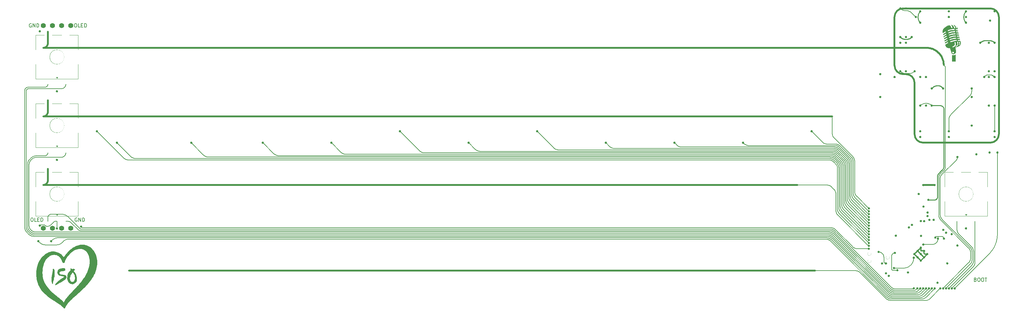
<source format=gbr>
%TF.GenerationSoftware,KiCad,Pcbnew,8.0.5*%
%TF.CreationDate,2024-09-30T13:41:21+02:00*%
%TF.ProjectId,eurovISOn,6575726f-7649-4534-9f6e-2e6b69636164,rev?*%
%TF.SameCoordinates,Original*%
%TF.FileFunction,Legend,Top*%
%TF.FilePolarity,Positive*%
%FSLAX46Y46*%
G04 Gerber Fmt 4.6, Leading zero omitted, Abs format (unit mm)*
G04 Created by KiCad (PCBNEW 8.0.5) date 2024-09-30 13:41:21*
%MOMM*%
%LPD*%
G01*
G04 APERTURE LIST*
%ADD10C,0.500000*%
%ADD11C,0.000000*%
%ADD12C,0.200000*%
%ADD13C,0.250000*%
%ADD14C,0.349999*%
%ADD15C,0.150000*%
%ADD16C,0.120000*%
%ADD17C,1.397000*%
%ADD18C,1.750000*%
%ADD19C,3.987800*%
%ADD20R,1.700000X1.700000*%
%ADD21O,1.700000X1.700000*%
%ADD22C,0.990600*%
G04 APERTURE END LIST*
D10*
X19685491Y-66325416D02*
X19699595Y-66262865D01*
D11*
G36*
X22327606Y-29764794D02*
G01*
X22428865Y-29772494D01*
X22528651Y-29785174D01*
X22626840Y-29802708D01*
X22723307Y-29824973D01*
X22817925Y-29851841D01*
X22910570Y-29883189D01*
X23001116Y-29918890D01*
X23089438Y-29958820D01*
X23175411Y-30002852D01*
X23258910Y-30050863D01*
X23339809Y-30102726D01*
X23417982Y-30158317D01*
X23493306Y-30217509D01*
X23565653Y-30280179D01*
X23634900Y-30346199D01*
X23700921Y-30415446D01*
X23763590Y-30487794D01*
X23822783Y-30563118D01*
X23878373Y-30641291D01*
X23930237Y-30722190D01*
X23978247Y-30805689D01*
X24022280Y-30891662D01*
X24062210Y-30979984D01*
X24097911Y-31070530D01*
X24129258Y-31163175D01*
X24156127Y-31257793D01*
X24178391Y-31354259D01*
X24195926Y-31452448D01*
X24208606Y-31552235D01*
X24216306Y-31653494D01*
X24218900Y-31756100D01*
X24216306Y-31858705D01*
X24208606Y-31959964D01*
X24195926Y-32059751D01*
X24178391Y-32157940D01*
X24156127Y-32254406D01*
X24129258Y-32349024D01*
X24097911Y-32441669D01*
X24062210Y-32532215D01*
X24022280Y-32620538D01*
X23978247Y-32706511D01*
X23930237Y-32790009D01*
X23878373Y-32870908D01*
X23822783Y-32949082D01*
X23763590Y-33024405D01*
X23700921Y-33096753D01*
X23634900Y-33166000D01*
X23565653Y-33232021D01*
X23493306Y-33294690D01*
X23417982Y-33353882D01*
X23339809Y-33409473D01*
X23258910Y-33461336D01*
X23175411Y-33509347D01*
X23089438Y-33553380D01*
X23001116Y-33593309D01*
X22910570Y-33629010D01*
X22817925Y-33660358D01*
X22723307Y-33687227D01*
X22626840Y-33709491D01*
X22528651Y-33727026D01*
X22428865Y-33739706D01*
X22327606Y-33747405D01*
X22225000Y-33750000D01*
X22122394Y-33747405D01*
X22021135Y-33739706D01*
X21921348Y-33727026D01*
X21823159Y-33709491D01*
X21726693Y-33687227D01*
X21632075Y-33660358D01*
X21539430Y-33629010D01*
X21448884Y-33593309D01*
X21360561Y-33553380D01*
X21274588Y-33509347D01*
X21191090Y-33461336D01*
X21110191Y-33409473D01*
X21032017Y-33353882D01*
X20956694Y-33294690D01*
X20884346Y-33232021D01*
X20815099Y-33166000D01*
X20749079Y-33096753D01*
X20686409Y-33024405D01*
X20627217Y-32949082D01*
X20571626Y-32870908D01*
X20519763Y-32790009D01*
X20471752Y-32706511D01*
X20427720Y-32620538D01*
X20387790Y-32532215D01*
X20352089Y-32441669D01*
X20320741Y-32349024D01*
X20293873Y-32254406D01*
X20271608Y-32157940D01*
X20254074Y-32059751D01*
X20241394Y-31959964D01*
X20233694Y-31858705D01*
X20231100Y-31756100D01*
X20233694Y-31653494D01*
X20241394Y-31552235D01*
X20254074Y-31452448D01*
X20271608Y-31354259D01*
X20293873Y-31257793D01*
X20320741Y-31163175D01*
X20352089Y-31070530D01*
X20387790Y-30979984D01*
X20427720Y-30891662D01*
X20471752Y-30805689D01*
X20519763Y-30722190D01*
X20571626Y-30641291D01*
X20627217Y-30563118D01*
X20686409Y-30487794D01*
X20749079Y-30415446D01*
X20815099Y-30346199D01*
X20884346Y-30280179D01*
X20956694Y-30217509D01*
X21032017Y-30158317D01*
X21110191Y-30102726D01*
X21191090Y-30050863D01*
X21274588Y-30002852D01*
X21360561Y-29958820D01*
X21448884Y-29918890D01*
X21539430Y-29883189D01*
X21632075Y-29851841D01*
X21726693Y-29824973D01*
X21823159Y-29802708D01*
X21921348Y-29785174D01*
X22021135Y-29772494D01*
X22122394Y-29764794D01*
X22225000Y-29762199D01*
X22327606Y-29764794D01*
G37*
D12*
X265937506Y-96098297D02*
X265937506Y-96049797D01*
X280003912Y-37016800D02*
X279708411Y-37312300D01*
X253495555Y-98498479D02*
X253588231Y-98529143D01*
D11*
G36*
X282582708Y-18906195D02*
G01*
X282590326Y-18906774D01*
X282597834Y-18907728D01*
X282605221Y-18909047D01*
X282612479Y-18910722D01*
X282619597Y-18912744D01*
X282626567Y-18915102D01*
X282633379Y-18917788D01*
X282640023Y-18920792D01*
X282646491Y-18924104D01*
X282652772Y-18927716D01*
X282658858Y-18931618D01*
X282664738Y-18935800D01*
X282670404Y-18940253D01*
X282675847Y-18944967D01*
X282681055Y-18949934D01*
X282686022Y-18955143D01*
X282690736Y-18960586D01*
X282695188Y-18966253D01*
X282699369Y-18972134D01*
X282703270Y-18978220D01*
X282706881Y-18984501D01*
X282710193Y-18990969D01*
X282713197Y-18997613D01*
X282715882Y-19004425D01*
X282718240Y-19011395D01*
X282720260Y-19018513D01*
X282721935Y-19025770D01*
X282723254Y-19033157D01*
X282724207Y-19040663D01*
X282724787Y-19048281D01*
X282724982Y-19056000D01*
X282724787Y-19063719D01*
X282724207Y-19071337D01*
X282723254Y-19078844D01*
X282721935Y-19086230D01*
X282720260Y-19093488D01*
X282718240Y-19100606D01*
X282715882Y-19107575D01*
X282713197Y-19114387D01*
X282710193Y-19121031D01*
X282706881Y-19127499D01*
X282703270Y-19133781D01*
X282699369Y-19139867D01*
X282695188Y-19145748D01*
X282690736Y-19151414D01*
X282686022Y-19156857D01*
X282681055Y-19162066D01*
X282675847Y-19167033D01*
X282670404Y-19171748D01*
X282664738Y-19176201D01*
X282658858Y-19180383D01*
X282652772Y-19184284D01*
X282646491Y-19187896D01*
X282640023Y-19191209D01*
X282633379Y-19194212D01*
X282626567Y-19196898D01*
X282619597Y-19199257D01*
X282612479Y-19201278D01*
X282605221Y-19202953D01*
X282597834Y-19204272D01*
X282590326Y-19205226D01*
X282582708Y-19205805D01*
X282574988Y-19206000D01*
X282567268Y-19205805D01*
X282559649Y-19205226D01*
X282552142Y-19204272D01*
X282544754Y-19202953D01*
X282537497Y-19201278D01*
X282530378Y-19199257D01*
X282523408Y-19196898D01*
X282516597Y-19194212D01*
X282509952Y-19191209D01*
X282503485Y-19187896D01*
X282497203Y-19184284D01*
X282491118Y-19180383D01*
X282485237Y-19176201D01*
X282479571Y-19171748D01*
X282474129Y-19167033D01*
X282468920Y-19162066D01*
X282463954Y-19156857D01*
X282459240Y-19151414D01*
X282454788Y-19145748D01*
X282450606Y-19139867D01*
X282446705Y-19133781D01*
X282443094Y-19127499D01*
X282439782Y-19121031D01*
X282436779Y-19114387D01*
X282434094Y-19107575D01*
X282431736Y-19100606D01*
X282429715Y-19093488D01*
X282428041Y-19086230D01*
X282426722Y-19078844D01*
X282425768Y-19071337D01*
X282425189Y-19063719D01*
X282424994Y-19056000D01*
X282425189Y-19048281D01*
X282425768Y-19040663D01*
X282426722Y-19033157D01*
X282428041Y-19025770D01*
X282429715Y-19018513D01*
X282431736Y-19011395D01*
X282434094Y-19004425D01*
X282436779Y-18997613D01*
X282439782Y-18990969D01*
X282443094Y-18984501D01*
X282446705Y-18978220D01*
X282450606Y-18972134D01*
X282454788Y-18966253D01*
X282459240Y-18960586D01*
X282463954Y-18955143D01*
X282468920Y-18949934D01*
X282474129Y-18944967D01*
X282479571Y-18940253D01*
X282485237Y-18935800D01*
X282491118Y-18931618D01*
X282497203Y-18927716D01*
X282503485Y-18924104D01*
X282509952Y-18920792D01*
X282516597Y-18917788D01*
X282523408Y-18915102D01*
X282530378Y-18912744D01*
X282537497Y-18910722D01*
X282544754Y-18909047D01*
X282552142Y-18907728D01*
X282559649Y-18906774D01*
X282567268Y-18906195D01*
X282574988Y-18906000D01*
X282582708Y-18906195D01*
G37*
D12*
X258665778Y-18954957D02*
X258571609Y-18928823D01*
D13*
X268369397Y-62607510D02*
X268393774Y-62533832D01*
D12*
X277115583Y-89047966D02*
X277127711Y-88950296D01*
X254190850Y-90950669D02*
X254207532Y-90960103D01*
X253565091Y-96562661D02*
X253642725Y-96623142D01*
X25170950Y-76010837D02*
X25048514Y-75924782D01*
X243316335Y-60825231D02*
X243309006Y-60726735D01*
X238120073Y-68700855D02*
X238059592Y-68623218D01*
X238119696Y-80565300D02*
X253584097Y-96029800D01*
X238610999Y-59348099D02*
X238539138Y-59279710D01*
X19215161Y-40067263D02*
X19253965Y-40047390D01*
X101772860Y-58645176D02*
X101865536Y-58675840D01*
X268887488Y-34419800D02*
X268446204Y-33978599D01*
X272654886Y-80971302D02*
X272723273Y-81043167D01*
X260638604Y-97010430D02*
X260690185Y-97004022D01*
X262737494Y-96049797D02*
X262737494Y-96098297D01*
X264241372Y-99179981D02*
X264326438Y-99131871D01*
X280547797Y-36724899D02*
X280509094Y-36732694D01*
D13*
X266018893Y-71435159D02*
X266055749Y-71428732D01*
X282535803Y-27748100D02*
X282574988Y-27787300D01*
D12*
X14975340Y-81387726D02*
X15064539Y-81427249D01*
X15141040Y-80987724D02*
X15230239Y-81027247D01*
D11*
G36*
X247665437Y-82325189D02*
G01*
X247680672Y-82326347D01*
X247695686Y-82328255D01*
X247710459Y-82330893D01*
X247724973Y-82334243D01*
X247739209Y-82338286D01*
X247753148Y-82343003D01*
X247766772Y-82348374D01*
X247780061Y-82354382D01*
X247792996Y-82361007D01*
X247805559Y-82368231D01*
X247817731Y-82376034D01*
X247829494Y-82384398D01*
X247840827Y-82393304D01*
X247851712Y-82402734D01*
X247862132Y-82412667D01*
X247872065Y-82423086D01*
X247881495Y-82433972D01*
X247890401Y-82445305D01*
X247898765Y-82457067D01*
X247906569Y-82469239D01*
X247913793Y-82481802D01*
X247920418Y-82494738D01*
X247926426Y-82508027D01*
X247931798Y-82521650D01*
X247936515Y-82535590D01*
X247940558Y-82549826D01*
X247943908Y-82564340D01*
X247946546Y-82579114D01*
X247948454Y-82594128D01*
X247949613Y-82609363D01*
X247950003Y-82624802D01*
X247949613Y-82640240D01*
X247948454Y-82655475D01*
X247946546Y-82670489D01*
X247943908Y-82685263D01*
X247940558Y-82699777D01*
X247936515Y-82714013D01*
X247931798Y-82727953D01*
X247926426Y-82741576D01*
X247920418Y-82754865D01*
X247913793Y-82767801D01*
X247906569Y-82780364D01*
X247898765Y-82792536D01*
X247890401Y-82804298D01*
X247881495Y-82815632D01*
X247872065Y-82826517D01*
X247862132Y-82836936D01*
X247851712Y-82846869D01*
X247840827Y-82856299D01*
X247829494Y-82865205D01*
X247817731Y-82873569D01*
X247805559Y-82881372D01*
X247792996Y-82888596D01*
X247780061Y-82895221D01*
X247766772Y-82901229D01*
X247753148Y-82906601D01*
X247739209Y-82911317D01*
X247724973Y-82915360D01*
X247710459Y-82918710D01*
X247695686Y-82921348D01*
X247680672Y-82923256D01*
X247665437Y-82924414D01*
X247650000Y-82924805D01*
X247634563Y-82924414D01*
X247619328Y-82923256D01*
X247604314Y-82921348D01*
X247589541Y-82918710D01*
X247575027Y-82915360D01*
X247560791Y-82911317D01*
X247546852Y-82906601D01*
X247533228Y-82901229D01*
X247519939Y-82895221D01*
X247507004Y-82888596D01*
X247494441Y-82881372D01*
X247482269Y-82873569D01*
X247470506Y-82865205D01*
X247459173Y-82856299D01*
X247448288Y-82846869D01*
X247437868Y-82836936D01*
X247427935Y-82826517D01*
X247418505Y-82815632D01*
X247409599Y-82804298D01*
X247401235Y-82792536D01*
X247393431Y-82780364D01*
X247386207Y-82767801D01*
X247379582Y-82754865D01*
X247373574Y-82741576D01*
X247368202Y-82727953D01*
X247363485Y-82714013D01*
X247359442Y-82699777D01*
X247356092Y-82685263D01*
X247353454Y-82670489D01*
X247351546Y-82655475D01*
X247350387Y-82640240D01*
X247349997Y-82624802D01*
X247350387Y-82609363D01*
X247351546Y-82594128D01*
X247353454Y-82579114D01*
X247356092Y-82564340D01*
X247359442Y-82549826D01*
X247363485Y-82535590D01*
X247368202Y-82521650D01*
X247373574Y-82508027D01*
X247379582Y-82494738D01*
X247386207Y-82481802D01*
X247393431Y-82469239D01*
X247401235Y-82457067D01*
X247409599Y-82445305D01*
X247418505Y-82433972D01*
X247427935Y-82423086D01*
X247437868Y-82412667D01*
X247448288Y-82402734D01*
X247459173Y-82393304D01*
X247470506Y-82384398D01*
X247482269Y-82376034D01*
X247494441Y-82368231D01*
X247507004Y-82361007D01*
X247519939Y-82354382D01*
X247533228Y-82348374D01*
X247546852Y-82343003D01*
X247560791Y-82338286D01*
X247575027Y-82334243D01*
X247589541Y-82330893D01*
X247604314Y-82328255D01*
X247619328Y-82326347D01*
X247634563Y-82325189D01*
X247650000Y-82324798D01*
X247665437Y-82325189D01*
G37*
D13*
X268432095Y-45976442D02*
X268419042Y-45930479D01*
X274014941Y-20410320D02*
X274012488Y-20509500D01*
D12*
X41839362Y-60340378D02*
X41937025Y-60352511D01*
X260372196Y-96588896D02*
X260413900Y-96577324D01*
X267646056Y-76316356D02*
X267685578Y-76405558D01*
D11*
G36*
X59546637Y-55268892D02*
G01*
X59561872Y-55270050D01*
X59576886Y-55271958D01*
X59591659Y-55274596D01*
X59606173Y-55277946D01*
X59620409Y-55281989D01*
X59634348Y-55286705D01*
X59647972Y-55292077D01*
X59661260Y-55298085D01*
X59674196Y-55304710D01*
X59686759Y-55311933D01*
X59698931Y-55319737D01*
X59710693Y-55328101D01*
X59722026Y-55337007D01*
X59732911Y-55346436D01*
X59743330Y-55356369D01*
X59753263Y-55366788D01*
X59762692Y-55377674D01*
X59771599Y-55389007D01*
X59779963Y-55400769D01*
X59787766Y-55412940D01*
X59794990Y-55425504D01*
X59801615Y-55438439D01*
X59807623Y-55451728D01*
X59812994Y-55465351D01*
X59817711Y-55479290D01*
X59821753Y-55493526D01*
X59825103Y-55508040D01*
X59827741Y-55522814D01*
X59829649Y-55537827D01*
X59830808Y-55553063D01*
X59831198Y-55568500D01*
X59830808Y-55583938D01*
X59829649Y-55599173D01*
X59827741Y-55614187D01*
X59825103Y-55628960D01*
X59821753Y-55643474D01*
X59817711Y-55657711D01*
X59812994Y-55671650D01*
X59807623Y-55685273D01*
X59801615Y-55698562D01*
X59794990Y-55711497D01*
X59787766Y-55724060D01*
X59779963Y-55736232D01*
X59771599Y-55747994D01*
X59762692Y-55759327D01*
X59753263Y-55770213D01*
X59743330Y-55780631D01*
X59732911Y-55790565D01*
X59722026Y-55799994D01*
X59710693Y-55808900D01*
X59698931Y-55817264D01*
X59686759Y-55825067D01*
X59674196Y-55832291D01*
X59661260Y-55838916D01*
X59647972Y-55844924D01*
X59634348Y-55850296D01*
X59620409Y-55855012D01*
X59606173Y-55859055D01*
X59591659Y-55862405D01*
X59576886Y-55865043D01*
X59561872Y-55866951D01*
X59546637Y-55868109D01*
X59531199Y-55868500D01*
X59515761Y-55868109D01*
X59500526Y-55866951D01*
X59485512Y-55865043D01*
X59470739Y-55862405D01*
X59456225Y-55859055D01*
X59441989Y-55855012D01*
X59428050Y-55850296D01*
X59414426Y-55844924D01*
X59401137Y-55838916D01*
X59388202Y-55832291D01*
X59375639Y-55825067D01*
X59363467Y-55817264D01*
X59351705Y-55808900D01*
X59340372Y-55799994D01*
X59329487Y-55790565D01*
X59319068Y-55780631D01*
X59309134Y-55770213D01*
X59299705Y-55759327D01*
X59290799Y-55747994D01*
X59282435Y-55736232D01*
X59274632Y-55724060D01*
X59267408Y-55711497D01*
X59260783Y-55698562D01*
X59254775Y-55685273D01*
X59249404Y-55671650D01*
X59244687Y-55657711D01*
X59240644Y-55643474D01*
X59237295Y-55628960D01*
X59234656Y-55614187D01*
X59232749Y-55599173D01*
X59231590Y-55583938D01*
X59231200Y-55568500D01*
X59231590Y-55553063D01*
X59232749Y-55537827D01*
X59234656Y-55522814D01*
X59237295Y-55508040D01*
X59240644Y-55493526D01*
X59244687Y-55479290D01*
X59249404Y-55465351D01*
X59254775Y-55451728D01*
X59260783Y-55438439D01*
X59267408Y-55425504D01*
X59274632Y-55412940D01*
X59282435Y-55400769D01*
X59290799Y-55389007D01*
X59299705Y-55377674D01*
X59309134Y-55366788D01*
X59319068Y-55356369D01*
X59329487Y-55346436D01*
X59340372Y-55337007D01*
X59351705Y-55328101D01*
X59363467Y-55319737D01*
X59375639Y-55311933D01*
X59388202Y-55304710D01*
X59401137Y-55298085D01*
X59414426Y-55292077D01*
X59428050Y-55286705D01*
X59441989Y-55281989D01*
X59456225Y-55277946D01*
X59470739Y-55274596D01*
X59485512Y-55271958D01*
X59500526Y-55270050D01*
X59515761Y-55268892D01*
X59531199Y-55268501D01*
X59546637Y-55268892D01*
G37*
D12*
X254148253Y-86577985D02*
X254125173Y-86614509D01*
X238051372Y-58954072D02*
X237962174Y-58914549D01*
X14019263Y-40649107D02*
X13992109Y-40666270D01*
X15981502Y-59266326D02*
X15887334Y-59292459D01*
X237778479Y-58848757D02*
X237684311Y-58822623D01*
D13*
X274404953Y-19319546D02*
X274348524Y-19399828D01*
D11*
G36*
X278621736Y-27487690D02*
G01*
X278636971Y-27488849D01*
X278651984Y-27490756D01*
X278666757Y-27493395D01*
X278681271Y-27496745D01*
X278695506Y-27500787D01*
X278709445Y-27505504D01*
X278723068Y-27510875D01*
X278736356Y-27516883D01*
X278749291Y-27523508D01*
X278761854Y-27530732D01*
X278774025Y-27538535D01*
X278785787Y-27546899D01*
X278797119Y-27555805D01*
X278808004Y-27565234D01*
X278818423Y-27575168D01*
X278828356Y-27585587D01*
X278837784Y-27596472D01*
X278846690Y-27607805D01*
X278855054Y-27619567D01*
X278862857Y-27631739D01*
X278870080Y-27644302D01*
X278876705Y-27657237D01*
X278882712Y-27670526D01*
X278888084Y-27684150D01*
X278892800Y-27698089D01*
X278896842Y-27712325D01*
X278900192Y-27726839D01*
X278902830Y-27741613D01*
X278904738Y-27756627D01*
X278905896Y-27771862D01*
X278906287Y-27787300D01*
X278905896Y-27802738D01*
X278904738Y-27817973D01*
X278902830Y-27832987D01*
X278900192Y-27847760D01*
X278896842Y-27862275D01*
X278892800Y-27876511D01*
X278888084Y-27890450D01*
X278882712Y-27904074D01*
X278876705Y-27917362D01*
X278870080Y-27930298D01*
X278862857Y-27942861D01*
X278855054Y-27955033D01*
X278846690Y-27966795D01*
X278837784Y-27978128D01*
X278828356Y-27989013D01*
X278818423Y-27999432D01*
X278808004Y-28009365D01*
X278797119Y-28018794D01*
X278785787Y-28027700D01*
X278774025Y-28036064D01*
X278761854Y-28043867D01*
X278749291Y-28051091D01*
X278736356Y-28057716D01*
X278723068Y-28063724D01*
X278709445Y-28069095D01*
X278695506Y-28073812D01*
X278681271Y-28077855D01*
X278666757Y-28081204D01*
X278651984Y-28083843D01*
X278636971Y-28085750D01*
X278621736Y-28086909D01*
X278606299Y-28087299D01*
X278590861Y-28086909D01*
X278575627Y-28085750D01*
X278560613Y-28083843D01*
X278545840Y-28081204D01*
X278531327Y-28077855D01*
X278517091Y-28073812D01*
X278503152Y-28069095D01*
X278489530Y-28063724D01*
X278476241Y-28057716D01*
X278463306Y-28051091D01*
X278450744Y-28043867D01*
X278438572Y-28036064D01*
X278426811Y-28027700D01*
X278415478Y-28018794D01*
X278404593Y-28009365D01*
X278394175Y-27999432D01*
X278384242Y-27989013D01*
X278374813Y-27978128D01*
X278365908Y-27966795D01*
X278357544Y-27955033D01*
X278349741Y-27942861D01*
X278342518Y-27930298D01*
X278335893Y-27917362D01*
X278329885Y-27904074D01*
X278324514Y-27890450D01*
X278319798Y-27876511D01*
X278315755Y-27862275D01*
X278312406Y-27847760D01*
X278309768Y-27832987D01*
X278307860Y-27817973D01*
X278306701Y-27802738D01*
X278306311Y-27787300D01*
X278306701Y-27771862D01*
X278307860Y-27756627D01*
X278309768Y-27741613D01*
X278312406Y-27726839D01*
X278315755Y-27712325D01*
X278319798Y-27698089D01*
X278324514Y-27684150D01*
X278329885Y-27670526D01*
X278335893Y-27657237D01*
X278342518Y-27644302D01*
X278349741Y-27631739D01*
X278357544Y-27619567D01*
X278365908Y-27607805D01*
X278374813Y-27596472D01*
X278384242Y-27585587D01*
X278394175Y-27575168D01*
X278404593Y-27565234D01*
X278415478Y-27555805D01*
X278426811Y-27546899D01*
X278438572Y-27538535D01*
X278450744Y-27530732D01*
X278463306Y-27523508D01*
X278476241Y-27516883D01*
X278489530Y-27510875D01*
X278503152Y-27505504D01*
X278517091Y-27500787D01*
X278531327Y-27496745D01*
X278545840Y-27493395D01*
X278560613Y-27490756D01*
X278575627Y-27488849D01*
X278590861Y-27487690D01*
X278606299Y-27487300D01*
X278621736Y-27487690D01*
G37*
D12*
X26270136Y-77873413D02*
X26195304Y-77808944D01*
X276151740Y-84471619D02*
X276151709Y-84471603D01*
X260683249Y-96441819D02*
X260717632Y-96415036D01*
X23044860Y-83758026D02*
X23132074Y-83714176D01*
X13367793Y-40705781D02*
X13352151Y-40746312D01*
X241904501Y-72927898D02*
X241904501Y-72927814D01*
X13992109Y-40666270D02*
X13965769Y-40684786D01*
X237287151Y-80066025D02*
X237192983Y-80039897D01*
X64353400Y-59562302D02*
X236865393Y-59562302D01*
D13*
X267005330Y-39713595D02*
X266915842Y-39702476D01*
D12*
X237257424Y-59601075D02*
X237160754Y-59584210D01*
X242571616Y-71981182D02*
X242636085Y-72056015D01*
X237871155Y-58879421D02*
X237778479Y-58848757D01*
X252827560Y-98098190D02*
X252902392Y-98162659D01*
X237428809Y-79218286D02*
X237332147Y-79201419D01*
X263594934Y-99393682D02*
X263691596Y-99376814D01*
X243836097Y-70856014D02*
X243904486Y-70927879D01*
X19248802Y-59099973D02*
X19287082Y-59078323D01*
X235877020Y-81979500D02*
X235877005Y-81979599D01*
X241782790Y-60311932D02*
X241726365Y-60231655D01*
X22677798Y-83889475D02*
X22771967Y-83863341D01*
X238222887Y-56772088D02*
X238124387Y-56764758D01*
X241202432Y-72940450D02*
X241254734Y-73023203D01*
X283014302Y-83187211D02*
X283119550Y-82807921D01*
D13*
X268275191Y-62820120D02*
X268310051Y-62750784D01*
D11*
G36*
X262102700Y-86350028D02*
G01*
X262111588Y-86350704D01*
X262120346Y-86351816D01*
X262128964Y-86353356D01*
X262137430Y-86355310D01*
X262145735Y-86357668D01*
X262153866Y-86360419D01*
X262161813Y-86363553D01*
X262169565Y-86367058D01*
X262177111Y-86370922D01*
X262184439Y-86375136D01*
X262191540Y-86379688D01*
X262198401Y-86384568D01*
X262205012Y-86389763D01*
X262211362Y-86395263D01*
X262217440Y-86401058D01*
X262223235Y-86407136D01*
X262228735Y-86413486D01*
X262233931Y-86420097D01*
X262238810Y-86426958D01*
X262243362Y-86434059D01*
X262247576Y-86441387D01*
X262251441Y-86448933D01*
X262254945Y-86456685D01*
X262258079Y-86464632D01*
X262260830Y-86472763D01*
X262263188Y-86481068D01*
X262265143Y-86489535D01*
X262266682Y-86498152D01*
X262267795Y-86506910D01*
X262268470Y-86515798D01*
X262268698Y-86524803D01*
X262268470Y-86533808D01*
X262267795Y-86542696D01*
X262266682Y-86551454D01*
X262265143Y-86560072D01*
X262263188Y-86568538D01*
X262260830Y-86576843D01*
X262258079Y-86584974D01*
X262254945Y-86592921D01*
X262251441Y-86600673D01*
X262247576Y-86608219D01*
X262243362Y-86615547D01*
X262238810Y-86622648D01*
X262233931Y-86629509D01*
X262228735Y-86636120D01*
X262223235Y-86642470D01*
X262217440Y-86648548D01*
X262211362Y-86654343D01*
X262205012Y-86659843D01*
X262198401Y-86665039D01*
X262191540Y-86669918D01*
X262184439Y-86674470D01*
X262177111Y-86678684D01*
X262169565Y-86682549D01*
X262161813Y-86686053D01*
X262153866Y-86689187D01*
X262145735Y-86691938D01*
X262137430Y-86694296D01*
X262128964Y-86696251D01*
X262120346Y-86697790D01*
X262111588Y-86698903D01*
X262102700Y-86699578D01*
X262093695Y-86699806D01*
X262084690Y-86699578D01*
X262075802Y-86698903D01*
X262067044Y-86697790D01*
X262058427Y-86696251D01*
X262049960Y-86694296D01*
X262041655Y-86691938D01*
X262033524Y-86689187D01*
X262025577Y-86686053D01*
X262017825Y-86682549D01*
X262010279Y-86678684D01*
X262002951Y-86674470D01*
X261995850Y-86669918D01*
X261988989Y-86665039D01*
X261982378Y-86659843D01*
X261976028Y-86654343D01*
X261969950Y-86648548D01*
X261964155Y-86642470D01*
X261958655Y-86636120D01*
X261953460Y-86629509D01*
X261948580Y-86622648D01*
X261944028Y-86615547D01*
X261939814Y-86608219D01*
X261935950Y-86600673D01*
X261932445Y-86592921D01*
X261929311Y-86584974D01*
X261926560Y-86576843D01*
X261924202Y-86568538D01*
X261922248Y-86560072D01*
X261920709Y-86551454D01*
X261919596Y-86542696D01*
X261918920Y-86533808D01*
X261918692Y-86524803D01*
X261918920Y-86515798D01*
X261919596Y-86506910D01*
X261920709Y-86498152D01*
X261922248Y-86489535D01*
X261924202Y-86481068D01*
X261926560Y-86472763D01*
X261929311Y-86464632D01*
X261932445Y-86456685D01*
X261935950Y-86448933D01*
X261939814Y-86441387D01*
X261944028Y-86434059D01*
X261948580Y-86426958D01*
X261953460Y-86420097D01*
X261958655Y-86413486D01*
X261964155Y-86407136D01*
X261969950Y-86401058D01*
X261976028Y-86395263D01*
X261982378Y-86389763D01*
X261988989Y-86384568D01*
X261995850Y-86379688D01*
X262002951Y-86375136D01*
X262010279Y-86370922D01*
X262017825Y-86367058D01*
X262025577Y-86363553D01*
X262033524Y-86360419D01*
X262041655Y-86357668D01*
X262049960Y-86355310D01*
X262058427Y-86353356D01*
X262067044Y-86351816D01*
X262075802Y-86350704D01*
X262084690Y-86350028D01*
X262093695Y-86349800D01*
X262102700Y-86350028D01*
G37*
D13*
X257637019Y-26815011D02*
X257735519Y-26822341D01*
D12*
X237647260Y-80215165D02*
X237560046Y-80171321D01*
X242926347Y-59734554D02*
X242865866Y-59656917D01*
X236642380Y-82131749D02*
X236551361Y-82096621D01*
X276985266Y-89518022D02*
X277020393Y-89426997D01*
X28923740Y-79573886D02*
X28948793Y-79576994D01*
X237047398Y-67652037D02*
X236964647Y-67599736D01*
X236901171Y-82771961D02*
X236820897Y-82715536D01*
X25025408Y-82418366D02*
X24929912Y-82439894D01*
X240432356Y-61502555D02*
X240401693Y-61409880D01*
X20091537Y-75593581D02*
X20057066Y-75620670D01*
X268493811Y-82212700D02*
X268493079Y-82182947D01*
X237885664Y-59354074D02*
X237796465Y-59314551D01*
X280121304Y-36912268D02*
X280090536Y-36936567D01*
D10*
X19709905Y-28105500D02*
X19718235Y-28039940D01*
D12*
X243379018Y-70001179D02*
X243405150Y-70095345D01*
D10*
X268071959Y-32124828D02*
X267976589Y-31913867D01*
X265906195Y-67316002D02*
X264226996Y-67316002D01*
X264874027Y-29365979D02*
X264643617Y-29312792D01*
D12*
X236600399Y-81218369D02*
X236503739Y-81201507D01*
X240118704Y-72713699D02*
X240121159Y-72812868D01*
D11*
G36*
X263905908Y-86350028D02*
G01*
X263914795Y-86350704D01*
X263923553Y-86351816D01*
X263932171Y-86353356D01*
X263940638Y-86355310D01*
X263948942Y-86357668D01*
X263957073Y-86360419D01*
X263965021Y-86363553D01*
X263972773Y-86367058D01*
X263980318Y-86370922D01*
X263987647Y-86375136D01*
X263994747Y-86379688D01*
X264001609Y-86384568D01*
X264008220Y-86389763D01*
X264014570Y-86395263D01*
X264020647Y-86401058D01*
X264026442Y-86407136D01*
X264031943Y-86413486D01*
X264037138Y-86420097D01*
X264042017Y-86426958D01*
X264046569Y-86434059D01*
X264050783Y-86441387D01*
X264054648Y-86448933D01*
X264058153Y-86456685D01*
X264061286Y-86464632D01*
X264064038Y-86472763D01*
X264066396Y-86481068D01*
X264068350Y-86489535D01*
X264069889Y-86498152D01*
X264071002Y-86506910D01*
X264071678Y-86515798D01*
X264071906Y-86524803D01*
X264071678Y-86533808D01*
X264071002Y-86542696D01*
X264069889Y-86551454D01*
X264068350Y-86560072D01*
X264066396Y-86568538D01*
X264064038Y-86576843D01*
X264061286Y-86584974D01*
X264058153Y-86592921D01*
X264054648Y-86600673D01*
X264050783Y-86608219D01*
X264046569Y-86615547D01*
X264042017Y-86622648D01*
X264037138Y-86629509D01*
X264031943Y-86636120D01*
X264026442Y-86642470D01*
X264020647Y-86648548D01*
X264014570Y-86654343D01*
X264008220Y-86659843D01*
X264001609Y-86665039D01*
X263994747Y-86669918D01*
X263987647Y-86674470D01*
X263980318Y-86678684D01*
X263972773Y-86682549D01*
X263965021Y-86686053D01*
X263957073Y-86689187D01*
X263948942Y-86691938D01*
X263940638Y-86694296D01*
X263932171Y-86696251D01*
X263923553Y-86697790D01*
X263914795Y-86698903D01*
X263905908Y-86699578D01*
X263896902Y-86699806D01*
X263887897Y-86699578D01*
X263879010Y-86698903D01*
X263870252Y-86697790D01*
X263861634Y-86696251D01*
X263853167Y-86694296D01*
X263844863Y-86691938D01*
X263836731Y-86689187D01*
X263828784Y-86686053D01*
X263821032Y-86682549D01*
X263813487Y-86678684D01*
X263806158Y-86674470D01*
X263799058Y-86669918D01*
X263792196Y-86665039D01*
X263785585Y-86659843D01*
X263779235Y-86654343D01*
X263773158Y-86648548D01*
X263767363Y-86642470D01*
X263761862Y-86636120D01*
X263756667Y-86629509D01*
X263751788Y-86622648D01*
X263747236Y-86615547D01*
X263743022Y-86608219D01*
X263739157Y-86600673D01*
X263735652Y-86592921D01*
X263732519Y-86584974D01*
X263729767Y-86576843D01*
X263727409Y-86568538D01*
X263725455Y-86560072D01*
X263723916Y-86551454D01*
X263722803Y-86542696D01*
X263722127Y-86533808D01*
X263721899Y-86524803D01*
X263722127Y-86515798D01*
X263722803Y-86506910D01*
X263723916Y-86498152D01*
X263725455Y-86489535D01*
X263727409Y-86481068D01*
X263729767Y-86472763D01*
X263732519Y-86464632D01*
X263735652Y-86456685D01*
X263739157Y-86448933D01*
X263743022Y-86441387D01*
X263747236Y-86434059D01*
X263751788Y-86426958D01*
X263756667Y-86420097D01*
X263761862Y-86413486D01*
X263767363Y-86407136D01*
X263773158Y-86401058D01*
X263779235Y-86395263D01*
X263785585Y-86389763D01*
X263792196Y-86384568D01*
X263799058Y-86379688D01*
X263806158Y-86375136D01*
X263813487Y-86370922D01*
X263821032Y-86367058D01*
X263828784Y-86363553D01*
X263836731Y-86360419D01*
X263844863Y-86357668D01*
X263853167Y-86355310D01*
X263861634Y-86353356D01*
X263870252Y-86351816D01*
X263879010Y-86350704D01*
X263887897Y-86350028D01*
X263896902Y-86349800D01*
X263905908Y-86350028D01*
G37*
D12*
X237681781Y-53727778D02*
X237725635Y-53814999D01*
X19880841Y-75814612D02*
X19857106Y-75851635D01*
X239398966Y-74089158D02*
X239429633Y-74181844D01*
X247601508Y-82624802D02*
X247650000Y-82624802D01*
X257825037Y-90350612D02*
X257962153Y-90319694D01*
X14436020Y-79827867D02*
X14492444Y-79908144D01*
X236307581Y-81182057D02*
X236208411Y-81179603D01*
X243757585Y-69457163D02*
X243779118Y-69552670D01*
X160382319Y-57169840D02*
X160462593Y-57226265D01*
X16535526Y-59608458D02*
X16437026Y-59615788D01*
D11*
G36*
X259645540Y-78103585D02*
G01*
X259660775Y-78104744D01*
X259675788Y-78106652D01*
X259690562Y-78109290D01*
X259705076Y-78112640D01*
X259719312Y-78116683D01*
X259733251Y-78121399D01*
X259746874Y-78126771D01*
X259760163Y-78132779D01*
X259773099Y-78139404D01*
X259785662Y-78146627D01*
X259797834Y-78154431D01*
X259809596Y-78162795D01*
X259820929Y-78171701D01*
X259831815Y-78181130D01*
X259842234Y-78191064D01*
X259852168Y-78201483D01*
X259861597Y-78212368D01*
X259870503Y-78223701D01*
X259878868Y-78235463D01*
X259886671Y-78247635D01*
X259893895Y-78260199D01*
X259900521Y-78273134D01*
X259906529Y-78286423D01*
X259911901Y-78300047D01*
X259916617Y-78313986D01*
X259920660Y-78328223D01*
X259924010Y-78342737D01*
X259926649Y-78357511D01*
X259928557Y-78372524D01*
X259929715Y-78387760D01*
X259930106Y-78403198D01*
X259929715Y-78418636D01*
X259928557Y-78433872D01*
X259926649Y-78448886D01*
X259924010Y-78463659D01*
X259920660Y-78478174D01*
X259916617Y-78492410D01*
X259911901Y-78506349D01*
X259906529Y-78519973D01*
X259900521Y-78533262D01*
X259893895Y-78546198D01*
X259886671Y-78558761D01*
X259878868Y-78570933D01*
X259870503Y-78582695D01*
X259861597Y-78594028D01*
X259852168Y-78604914D01*
X259842234Y-78615332D01*
X259831815Y-78625266D01*
X259820929Y-78634695D01*
X259809596Y-78643601D01*
X259797834Y-78651965D01*
X259785662Y-78659769D01*
X259773099Y-78666993D01*
X259760163Y-78673618D01*
X259746874Y-78679626D01*
X259733251Y-78684997D01*
X259719312Y-78689714D01*
X259705076Y-78693756D01*
X259690562Y-78697106D01*
X259675788Y-78699744D01*
X259660775Y-78701652D01*
X259645540Y-78702811D01*
X259630103Y-78703201D01*
X259614665Y-78702811D01*
X259599430Y-78701652D01*
X259584417Y-78699744D01*
X259569644Y-78697106D01*
X259555129Y-78693756D01*
X259540893Y-78689714D01*
X259526954Y-78684997D01*
X259513331Y-78679626D01*
X259500042Y-78673618D01*
X259487106Y-78666993D01*
X259474543Y-78659769D01*
X259462371Y-78651965D01*
X259450609Y-78643601D01*
X259439276Y-78634695D01*
X259428390Y-78625266D01*
X259417971Y-78615332D01*
X259408037Y-78604914D01*
X259398608Y-78594028D01*
X259389702Y-78582695D01*
X259381337Y-78570933D01*
X259373534Y-78558761D01*
X259366310Y-78546198D01*
X259359684Y-78533262D01*
X259353676Y-78519973D01*
X259348304Y-78506349D01*
X259343588Y-78492410D01*
X259339545Y-78478174D01*
X259336195Y-78463659D01*
X259333556Y-78448886D01*
X259331648Y-78433872D01*
X259330490Y-78418636D01*
X259330099Y-78403198D01*
X259330490Y-78387760D01*
X259331648Y-78372524D01*
X259333556Y-78357511D01*
X259336195Y-78342737D01*
X259339545Y-78328223D01*
X259343588Y-78313986D01*
X259348304Y-78300047D01*
X259353676Y-78286423D01*
X259359684Y-78273134D01*
X259366310Y-78260199D01*
X259373534Y-78247635D01*
X259381337Y-78235463D01*
X259389702Y-78223701D01*
X259398608Y-78212368D01*
X259408037Y-78201483D01*
X259417971Y-78191064D01*
X259428390Y-78181130D01*
X259439276Y-78171701D01*
X259450609Y-78162795D01*
X259462371Y-78154431D01*
X259474543Y-78146627D01*
X259487106Y-78139404D01*
X259500042Y-78132779D01*
X259513331Y-78126771D01*
X259526954Y-78121399D01*
X259540893Y-78116683D01*
X259555129Y-78112640D01*
X259569644Y-78109290D01*
X259584417Y-78106652D01*
X259599430Y-78104744D01*
X259614665Y-78103585D01*
X259630103Y-78103195D01*
X259645540Y-78103585D01*
G37*
D10*
X19425858Y-47789281D02*
X19464748Y-47739794D01*
D12*
X251796129Y-87047323D02*
X251776777Y-86977580D01*
D11*
G36*
X212732716Y-55418694D02*
G01*
X212740333Y-55419273D01*
X212747840Y-55420227D01*
X212755226Y-55421546D01*
X212762483Y-55423221D01*
X212769601Y-55425243D01*
X212776570Y-55427601D01*
X212783382Y-55430287D01*
X212790026Y-55433291D01*
X212796493Y-55436603D01*
X212802775Y-55440215D01*
X212808860Y-55444117D01*
X212814741Y-55448299D01*
X212820407Y-55452752D01*
X212825850Y-55457466D01*
X212831059Y-55462433D01*
X212836025Y-55467643D01*
X212840740Y-55473085D01*
X212845193Y-55478752D01*
X212849374Y-55484633D01*
X212853276Y-55490719D01*
X212856888Y-55497001D01*
X212860200Y-55503468D01*
X212863204Y-55510113D01*
X212865889Y-55516925D01*
X212868247Y-55523894D01*
X212870269Y-55531013D01*
X212871944Y-55538270D01*
X212873263Y-55545657D01*
X212874216Y-55553164D01*
X212874796Y-55560781D01*
X212874991Y-55568500D01*
X212874796Y-55576219D01*
X212874216Y-55583837D01*
X212873263Y-55591344D01*
X212871944Y-55598731D01*
X212870269Y-55605988D01*
X212868247Y-55613106D01*
X212865889Y-55620076D01*
X212863204Y-55626888D01*
X212860200Y-55633532D01*
X212856888Y-55640000D01*
X212853276Y-55646282D01*
X212849374Y-55652368D01*
X212845193Y-55658249D01*
X212840740Y-55663915D01*
X212836025Y-55669358D01*
X212831059Y-55674568D01*
X212825850Y-55679534D01*
X212820407Y-55684249D01*
X212814741Y-55688702D01*
X212808860Y-55692884D01*
X212802775Y-55696786D01*
X212796493Y-55700398D01*
X212790026Y-55703710D01*
X212783382Y-55706714D01*
X212776570Y-55709400D01*
X212769601Y-55711758D01*
X212762483Y-55713780D01*
X212755226Y-55715454D01*
X212747840Y-55716774D01*
X212740333Y-55717727D01*
X212732716Y-55718307D01*
X212724997Y-55718502D01*
X212717278Y-55718307D01*
X212709661Y-55717727D01*
X212702154Y-55716774D01*
X212694768Y-55715454D01*
X212687511Y-55713780D01*
X212680393Y-55711758D01*
X212673424Y-55709400D01*
X212666612Y-55706714D01*
X212659968Y-55703710D01*
X212653501Y-55700398D01*
X212647219Y-55696786D01*
X212641134Y-55692884D01*
X212635253Y-55688702D01*
X212629587Y-55684249D01*
X212624144Y-55679534D01*
X212618935Y-55674568D01*
X212613969Y-55669358D01*
X212609254Y-55663915D01*
X212604801Y-55658249D01*
X212600619Y-55652368D01*
X212596718Y-55646282D01*
X212593106Y-55640000D01*
X212589794Y-55633532D01*
X212586790Y-55626888D01*
X212584105Y-55620076D01*
X212581746Y-55613106D01*
X212579725Y-55605988D01*
X212578050Y-55598731D01*
X212576731Y-55591344D01*
X212575777Y-55583837D01*
X212575198Y-55576219D01*
X212575003Y-55568500D01*
X212575198Y-55560781D01*
X212575777Y-55553164D01*
X212576731Y-55545657D01*
X212578050Y-55538270D01*
X212579725Y-55531013D01*
X212581746Y-55523894D01*
X212584105Y-55516925D01*
X212586790Y-55510113D01*
X212589794Y-55503468D01*
X212593106Y-55497001D01*
X212596718Y-55490719D01*
X212600619Y-55484633D01*
X212604801Y-55478752D01*
X212609254Y-55473085D01*
X212613969Y-55467643D01*
X212618935Y-55462433D01*
X212624144Y-55457466D01*
X212629587Y-55452752D01*
X212635253Y-55448299D01*
X212641134Y-55444117D01*
X212647219Y-55440215D01*
X212653501Y-55436603D01*
X212659968Y-55433291D01*
X212666612Y-55430287D01*
X212673424Y-55427601D01*
X212680393Y-55425243D01*
X212687511Y-55423221D01*
X212694768Y-55421546D01*
X212702154Y-55420227D01*
X212709661Y-55419273D01*
X212717278Y-55418694D01*
X212724997Y-55418499D01*
X212732716Y-55418694D01*
G37*
D13*
X261314964Y-20876769D02*
X261322293Y-20975265D01*
D12*
X63865899Y-59501984D02*
X63961397Y-59523518D01*
D13*
X268461331Y-46168658D02*
X268457590Y-46119471D01*
D12*
X254315345Y-90998697D02*
X254334301Y-91002004D01*
X254466969Y-86288989D02*
X254429428Y-86310223D01*
X239098303Y-75721699D02*
X247601508Y-84224800D01*
X237400936Y-81063271D02*
X237315870Y-81015168D01*
X13326859Y-40829514D02*
X13317271Y-40872039D01*
X23622977Y-59591020D02*
X23686995Y-59579588D01*
X19461361Y-39892431D02*
X19491161Y-39861179D01*
X237121442Y-80466019D02*
X237027273Y-80439891D01*
X20544202Y-75417011D02*
X20498535Y-75422814D01*
X18981962Y-78540710D02*
X18954846Y-78519593D01*
X139648025Y-57959840D02*
X139747198Y-57962299D01*
D11*
G36*
X262102700Y-88153128D02*
G01*
X262111588Y-88153804D01*
X262120346Y-88154917D01*
X262128964Y-88156456D01*
X262137430Y-88158410D01*
X262145735Y-88160769D01*
X262153866Y-88163520D01*
X262161813Y-88166654D01*
X262169565Y-88170158D01*
X262177111Y-88174023D01*
X262184439Y-88178237D01*
X262191540Y-88182789D01*
X262198401Y-88187668D01*
X262205012Y-88192864D01*
X262211362Y-88198364D01*
X262217440Y-88204159D01*
X262223235Y-88210236D01*
X262228735Y-88216586D01*
X262233931Y-88223198D01*
X262238810Y-88230059D01*
X262243362Y-88237159D01*
X262247576Y-88244488D01*
X262251441Y-88252034D01*
X262254945Y-88259786D01*
X262258079Y-88267733D01*
X262260830Y-88275864D01*
X262263188Y-88284168D01*
X262265143Y-88292635D01*
X262266682Y-88301253D01*
X262267795Y-88310011D01*
X262268470Y-88318898D01*
X262268698Y-88327904D01*
X262268470Y-88336909D01*
X262267795Y-88345796D01*
X262266682Y-88354554D01*
X262265143Y-88363172D01*
X262263188Y-88371639D01*
X262260830Y-88379943D01*
X262258079Y-88388075D01*
X262254945Y-88396022D01*
X262251441Y-88403774D01*
X262247576Y-88411319D01*
X262243362Y-88418648D01*
X262238810Y-88425748D01*
X262233931Y-88432610D01*
X262228735Y-88439221D01*
X262223235Y-88445571D01*
X262217440Y-88451649D01*
X262211362Y-88457443D01*
X262205012Y-88462944D01*
X262198401Y-88468139D01*
X262191540Y-88473018D01*
X262184439Y-88477570D01*
X262177111Y-88481784D01*
X262169565Y-88485649D01*
X262161813Y-88489154D01*
X262153866Y-88492287D01*
X262145735Y-88495039D01*
X262137430Y-88497397D01*
X262128964Y-88499351D01*
X262120346Y-88500890D01*
X262111588Y-88502003D01*
X262102700Y-88502679D01*
X262093695Y-88502907D01*
X262084690Y-88502679D01*
X262075802Y-88502003D01*
X262067044Y-88500890D01*
X262058427Y-88499351D01*
X262049960Y-88497397D01*
X262041655Y-88495039D01*
X262033524Y-88492287D01*
X262025577Y-88489154D01*
X262017825Y-88485649D01*
X262010279Y-88481784D01*
X262002951Y-88477570D01*
X261995850Y-88473018D01*
X261988989Y-88468139D01*
X261982378Y-88462944D01*
X261976028Y-88457443D01*
X261969950Y-88451649D01*
X261964155Y-88445571D01*
X261958655Y-88439221D01*
X261953460Y-88432610D01*
X261948580Y-88425748D01*
X261944028Y-88418648D01*
X261939814Y-88411319D01*
X261935950Y-88403774D01*
X261932445Y-88396022D01*
X261929311Y-88388075D01*
X261926560Y-88379943D01*
X261924202Y-88371639D01*
X261922248Y-88363172D01*
X261920709Y-88354554D01*
X261919596Y-88345796D01*
X261918920Y-88336909D01*
X261918692Y-88327904D01*
X261918920Y-88318898D01*
X261919596Y-88310011D01*
X261920709Y-88301253D01*
X261922248Y-88292635D01*
X261924202Y-88284168D01*
X261926560Y-88275864D01*
X261929311Y-88267733D01*
X261932445Y-88259786D01*
X261935950Y-88252034D01*
X261939814Y-88244488D01*
X261944028Y-88237159D01*
X261948580Y-88230059D01*
X261953460Y-88223198D01*
X261958655Y-88216586D01*
X261964155Y-88210236D01*
X261969950Y-88204159D01*
X261976028Y-88198364D01*
X261982378Y-88192864D01*
X261988989Y-88187668D01*
X261995850Y-88182789D01*
X262002951Y-88178237D01*
X262010279Y-88174023D01*
X262017825Y-88170158D01*
X262025577Y-88166654D01*
X262033524Y-88163520D01*
X262041655Y-88160769D01*
X262049960Y-88158410D01*
X262058427Y-88156456D01*
X262067044Y-88154917D01*
X262075802Y-88153804D01*
X262084690Y-88153128D01*
X262093695Y-88152901D01*
X262102700Y-88153128D01*
G37*
D12*
X14888127Y-81343875D02*
X14975340Y-81387726D01*
X238306401Y-59098335D02*
X238223649Y-59046033D01*
X83797202Y-59162300D02*
X237031104Y-59162300D01*
X254022984Y-90746343D02*
X254029873Y-90764192D01*
X265226401Y-83847397D02*
X265310522Y-83845271D01*
X14521922Y-61445362D02*
X14509789Y-61543026D01*
X15534562Y-81557576D02*
X15632226Y-81569709D01*
X241721153Y-71212870D02*
X241728482Y-71311366D01*
X267253473Y-64566160D02*
X267228610Y-64605487D01*
X251666315Y-86710889D02*
X251630688Y-86647894D01*
X14720308Y-81243464D02*
X14803061Y-81295765D01*
D11*
G36*
X269882726Y-20493696D02*
G01*
X269890345Y-20494275D01*
X269897852Y-20495229D01*
X269905240Y-20496548D01*
X269912497Y-20498223D01*
X269919616Y-20500244D01*
X269926585Y-20502603D01*
X269933397Y-20505288D01*
X269940042Y-20508292D01*
X269946509Y-20511605D01*
X269952790Y-20515216D01*
X269958876Y-20519118D01*
X269964757Y-20523300D01*
X269970423Y-20527753D01*
X269975865Y-20532468D01*
X269981074Y-20537434D01*
X269986040Y-20542644D01*
X269990754Y-20548086D01*
X269995206Y-20553753D01*
X269999388Y-20559634D01*
X270003289Y-20565720D01*
X270006900Y-20572001D01*
X270010212Y-20578469D01*
X270013215Y-20585113D01*
X270015900Y-20591925D01*
X270018258Y-20598895D01*
X270020279Y-20606013D01*
X270021953Y-20613270D01*
X270023272Y-20620657D01*
X270024226Y-20628164D01*
X270024805Y-20635781D01*
X270025000Y-20643500D01*
X270024805Y-20651219D01*
X270024226Y-20658837D01*
X270023272Y-20666344D01*
X270021953Y-20673730D01*
X270020279Y-20680988D01*
X270018258Y-20688106D01*
X270015900Y-20695075D01*
X270013215Y-20701887D01*
X270010212Y-20708531D01*
X270006900Y-20714999D01*
X270003289Y-20721281D01*
X269999388Y-20727367D01*
X269995206Y-20733248D01*
X269990754Y-20738914D01*
X269986040Y-20744357D01*
X269981074Y-20749566D01*
X269975865Y-20754533D01*
X269970423Y-20759247D01*
X269964757Y-20763700D01*
X269958876Y-20767882D01*
X269952790Y-20771784D01*
X269946509Y-20775396D01*
X269940042Y-20778708D01*
X269933397Y-20781712D01*
X269926585Y-20784398D01*
X269919616Y-20786756D01*
X269912497Y-20788777D01*
X269905240Y-20790452D01*
X269897852Y-20791772D01*
X269890345Y-20792725D01*
X269882726Y-20793305D01*
X269875006Y-20793500D01*
X269867286Y-20793305D01*
X269859667Y-20792725D01*
X269852160Y-20791772D01*
X269844773Y-20790452D01*
X269837515Y-20788777D01*
X269830397Y-20786756D01*
X269823427Y-20784398D01*
X269816615Y-20781712D01*
X269809971Y-20778708D01*
X269803503Y-20775396D01*
X269797222Y-20771784D01*
X269791136Y-20767882D01*
X269785256Y-20763700D01*
X269779589Y-20759247D01*
X269774147Y-20754533D01*
X269768938Y-20749566D01*
X269763972Y-20744357D01*
X269759258Y-20738914D01*
X269754806Y-20733248D01*
X269750625Y-20727367D01*
X269746724Y-20721281D01*
X269743112Y-20714999D01*
X269739801Y-20708531D01*
X269736797Y-20701887D01*
X269734112Y-20695075D01*
X269731754Y-20688106D01*
X269729733Y-20680988D01*
X269728059Y-20673730D01*
X269726740Y-20666344D01*
X269725786Y-20658837D01*
X269725207Y-20651219D01*
X269725012Y-20643500D01*
X269725207Y-20635781D01*
X269725786Y-20628164D01*
X269726740Y-20620657D01*
X269728059Y-20613270D01*
X269729733Y-20606013D01*
X269731754Y-20598895D01*
X269734112Y-20591925D01*
X269736797Y-20585113D01*
X269739801Y-20578469D01*
X269743112Y-20572001D01*
X269746724Y-20565720D01*
X269750625Y-20559634D01*
X269754806Y-20553753D01*
X269759258Y-20548086D01*
X269763972Y-20542644D01*
X269768938Y-20537434D01*
X269774147Y-20532468D01*
X269779589Y-20527753D01*
X269785256Y-20523300D01*
X269791136Y-20519118D01*
X269797222Y-20515216D01*
X269803503Y-20511605D01*
X269809971Y-20508292D01*
X269816615Y-20505288D01*
X269823427Y-20502603D01*
X269830397Y-20500244D01*
X269837515Y-20498223D01*
X269844773Y-20496548D01*
X269852160Y-20495229D01*
X269859667Y-20494275D01*
X269867286Y-20493696D01*
X269875006Y-20493501D01*
X269882726Y-20493696D01*
G37*
D12*
X253943578Y-98176810D02*
X254040241Y-98193677D01*
X254334301Y-91002004D02*
X254353453Y-91004383D01*
X254544825Y-86252191D02*
X254505459Y-86269635D01*
X237281471Y-60048757D02*
X237187302Y-60022624D01*
X25403493Y-76201401D02*
X25289360Y-76103078D01*
X243104498Y-71727901D02*
X247601508Y-76224800D01*
X18465502Y-83889475D02*
X18560999Y-83911009D01*
X22436200Y-81979500D02*
X22337026Y-81981959D01*
X266140395Y-83568229D02*
X266204489Y-83522653D01*
X270693793Y-96001297D02*
X270693793Y-96049797D01*
D13*
X266668738Y-64999199D02*
X266668799Y-64999199D01*
D12*
X242354300Y-71655450D02*
X242402409Y-71740515D01*
X266133497Y-81815211D02*
X266127555Y-81830270D01*
D10*
X19622053Y-28415910D02*
X19645509Y-28356421D01*
D12*
X239029939Y-75649882D02*
X239098334Y-75721748D01*
D13*
X267317694Y-63874802D02*
X267197394Y-63995102D01*
D12*
X241836109Y-72855949D02*
X241904501Y-72927814D01*
X13892162Y-40748232D02*
X13869723Y-40771815D01*
X237492455Y-52972293D02*
X237499784Y-53070811D01*
X138720358Y-57678565D02*
X138805424Y-57726675D01*
X123245361Y-58078566D02*
X123330427Y-58126676D01*
D11*
G36*
X265921633Y-67016393D02*
G01*
X265936867Y-67017551D01*
X265951881Y-67019459D01*
X265966653Y-67022098D01*
X265981167Y-67025447D01*
X265995403Y-67029490D01*
X266009341Y-67034207D01*
X266022964Y-67039578D01*
X266036253Y-67045586D01*
X266049188Y-67052211D01*
X266061750Y-67059435D01*
X266073922Y-67067238D01*
X266085683Y-67075602D01*
X266097016Y-67084508D01*
X266107901Y-67093937D01*
X266118319Y-67103871D01*
X266128252Y-67114290D01*
X266137681Y-67125175D01*
X266146586Y-67136508D01*
X266154950Y-67148270D01*
X266162753Y-67160442D01*
X266169976Y-67173005D01*
X266176601Y-67185940D01*
X266182609Y-67199229D01*
X266187980Y-67212852D01*
X266192696Y-67226792D01*
X266196739Y-67241028D01*
X266200088Y-67255542D01*
X266202726Y-67270315D01*
X266204634Y-67285329D01*
X266205793Y-67300564D01*
X266206183Y-67316002D01*
X266205793Y-67331440D01*
X266204634Y-67346675D01*
X266202726Y-67361688D01*
X266200088Y-67376462D01*
X266196739Y-67390976D01*
X266192696Y-67405212D01*
X266187980Y-67419151D01*
X266182609Y-67432774D01*
X266176601Y-67446063D01*
X266169976Y-67458999D01*
X266162753Y-67471562D01*
X266154950Y-67483734D01*
X266146586Y-67495496D01*
X266137681Y-67506829D01*
X266128252Y-67517714D01*
X266118319Y-67528133D01*
X266107901Y-67538066D01*
X266097016Y-67547495D01*
X266085683Y-67556401D01*
X266073922Y-67564766D01*
X266061750Y-67572569D01*
X266049188Y-67579792D01*
X266036253Y-67586418D01*
X266022964Y-67592425D01*
X266009341Y-67597797D01*
X265995403Y-67602514D01*
X265981167Y-67606556D01*
X265966653Y-67609906D01*
X265951881Y-67612544D01*
X265936867Y-67614452D01*
X265921633Y-67615611D01*
X265906195Y-67616001D01*
X265890758Y-67615611D01*
X265875523Y-67614452D01*
X265860510Y-67612544D01*
X265845737Y-67609906D01*
X265831223Y-67606556D01*
X265816987Y-67602514D01*
X265803049Y-67597797D01*
X265789426Y-67592425D01*
X265776137Y-67586418D01*
X265763203Y-67579792D01*
X265750640Y-67572569D01*
X265738468Y-67564766D01*
X265726707Y-67556401D01*
X265715374Y-67547495D01*
X265704490Y-67538066D01*
X265694071Y-67528133D01*
X265684138Y-67517714D01*
X265674710Y-67506829D01*
X265665804Y-67495496D01*
X265657440Y-67483734D01*
X265649637Y-67471562D01*
X265642414Y-67458999D01*
X265635789Y-67446063D01*
X265629782Y-67432774D01*
X265624410Y-67419151D01*
X265619694Y-67405212D01*
X265615652Y-67390976D01*
X265612302Y-67376462D01*
X265609664Y-67361688D01*
X265607756Y-67346675D01*
X265606598Y-67331440D01*
X265606207Y-67316002D01*
X265606598Y-67300564D01*
X265607756Y-67285329D01*
X265609664Y-67270315D01*
X265612302Y-67255542D01*
X265615652Y-67241028D01*
X265619694Y-67226792D01*
X265624410Y-67212852D01*
X265629782Y-67199229D01*
X265635789Y-67185940D01*
X265642414Y-67173005D01*
X265649637Y-67160442D01*
X265657440Y-67148270D01*
X265665804Y-67136508D01*
X265674710Y-67125175D01*
X265684138Y-67114290D01*
X265694071Y-67103871D01*
X265704490Y-67093937D01*
X265715374Y-67084508D01*
X265726707Y-67075602D01*
X265738468Y-67067238D01*
X265750640Y-67059435D01*
X265763203Y-67052211D01*
X265776137Y-67045586D01*
X265789426Y-67039578D01*
X265803049Y-67034207D01*
X265816987Y-67029490D01*
X265831223Y-67025447D01*
X265845737Y-67022098D01*
X265860510Y-67019459D01*
X265875523Y-67017551D01*
X265890758Y-67016393D01*
X265906195Y-67016003D01*
X265921633Y-67016393D01*
G37*
G36*
X281002931Y-27487690D02*
G01*
X281018166Y-27488849D01*
X281033179Y-27490756D01*
X281047952Y-27493395D01*
X281062466Y-27496745D01*
X281076702Y-27500787D01*
X281090640Y-27505504D01*
X281104263Y-27510875D01*
X281117552Y-27516883D01*
X281130486Y-27523508D01*
X281143049Y-27530732D01*
X281155220Y-27538535D01*
X281166982Y-27546899D01*
X281178315Y-27555805D01*
X281189199Y-27565234D01*
X281199618Y-27575168D01*
X281209551Y-27585587D01*
X281218979Y-27596472D01*
X281227885Y-27607805D01*
X281236249Y-27619567D01*
X281244052Y-27631739D01*
X281251275Y-27644302D01*
X281257900Y-27657237D01*
X281263907Y-27670526D01*
X281269279Y-27684150D01*
X281273995Y-27698089D01*
X281278037Y-27712325D01*
X281281387Y-27726839D01*
X281284025Y-27741613D01*
X281285933Y-27756627D01*
X281287091Y-27771862D01*
X281287482Y-27787300D01*
X281287091Y-27802738D01*
X281285933Y-27817973D01*
X281284025Y-27832987D01*
X281281387Y-27847760D01*
X281278037Y-27862275D01*
X281273995Y-27876511D01*
X281269279Y-27890450D01*
X281263907Y-27904074D01*
X281257900Y-27917362D01*
X281251275Y-27930298D01*
X281244052Y-27942861D01*
X281236249Y-27955033D01*
X281227885Y-27966795D01*
X281218979Y-27978128D01*
X281209551Y-27989013D01*
X281199618Y-27999432D01*
X281189199Y-28009365D01*
X281178315Y-28018794D01*
X281166982Y-28027700D01*
X281155220Y-28036064D01*
X281143049Y-28043867D01*
X281130486Y-28051091D01*
X281117552Y-28057716D01*
X281104263Y-28063724D01*
X281090640Y-28069095D01*
X281076702Y-28073812D01*
X281062466Y-28077855D01*
X281047952Y-28081204D01*
X281033179Y-28083843D01*
X281018166Y-28085750D01*
X281002931Y-28086909D01*
X280987494Y-28087299D01*
X280972056Y-28086909D01*
X280956822Y-28085750D01*
X280941808Y-28083843D01*
X280927036Y-28081204D01*
X280912522Y-28077855D01*
X280898286Y-28073812D01*
X280884348Y-28069095D01*
X280870725Y-28063724D01*
X280857436Y-28057716D01*
X280844501Y-28051091D01*
X280831939Y-28043867D01*
X280819767Y-28036064D01*
X280808006Y-28027700D01*
X280796673Y-28018794D01*
X280785788Y-28009365D01*
X280775370Y-27999432D01*
X280765437Y-27989013D01*
X280756008Y-27978128D01*
X280747103Y-27966795D01*
X280738739Y-27955033D01*
X280730936Y-27942861D01*
X280723713Y-27930298D01*
X280717088Y-27917362D01*
X280711080Y-27904074D01*
X280705709Y-27890450D01*
X280700993Y-27876511D01*
X280696950Y-27862275D01*
X280693601Y-27847760D01*
X280690963Y-27832987D01*
X280689055Y-27817973D01*
X280687896Y-27802738D01*
X280687506Y-27787300D01*
X280687896Y-27771862D01*
X280689055Y-27756627D01*
X280690963Y-27741613D01*
X280693601Y-27726839D01*
X280696950Y-27712325D01*
X280700993Y-27698089D01*
X280705709Y-27684150D01*
X280711080Y-27670526D01*
X280717088Y-27657237D01*
X280723713Y-27644302D01*
X280730936Y-27631739D01*
X280738739Y-27619567D01*
X280747103Y-27607805D01*
X280756008Y-27596472D01*
X280765437Y-27585587D01*
X280775370Y-27575168D01*
X280785788Y-27565234D01*
X280796673Y-27555805D01*
X280808006Y-27546899D01*
X280819767Y-27538535D01*
X280831939Y-27530732D01*
X280844501Y-27523508D01*
X280857436Y-27516883D01*
X280870725Y-27510875D01*
X280884348Y-27505504D01*
X280898286Y-27500787D01*
X280912522Y-27496745D01*
X280927036Y-27493395D01*
X280941808Y-27490756D01*
X280956822Y-27488849D01*
X280972056Y-27487690D01*
X280987494Y-27487300D01*
X281002931Y-27487690D01*
G37*
D12*
X236374106Y-80779503D02*
X236374106Y-80779602D01*
X24387283Y-59180091D02*
X24428143Y-59132921D01*
X213320364Y-56078566D02*
X213405430Y-56126676D01*
X238865795Y-61313749D02*
X238801331Y-61238917D01*
X243718802Y-60758701D02*
X243716347Y-60659532D01*
D11*
G36*
X281189333Y-57989793D02*
G01*
X281204567Y-57990952D01*
X281219581Y-57992859D01*
X281234354Y-57995498D01*
X281248867Y-57998848D01*
X281263103Y-58002890D01*
X281277042Y-58007607D01*
X281290665Y-58012978D01*
X281303953Y-58018986D01*
X281316888Y-58025611D01*
X281329450Y-58032835D01*
X281341622Y-58040638D01*
X281353383Y-58049002D01*
X281364716Y-58057908D01*
X281375601Y-58067337D01*
X281386019Y-58077271D01*
X281395952Y-58087690D01*
X281405381Y-58098575D01*
X281414286Y-58109908D01*
X281422650Y-58121670D01*
X281430453Y-58133842D01*
X281437676Y-58146405D01*
X281444301Y-58159340D01*
X281450309Y-58172629D01*
X281455680Y-58186253D01*
X281460396Y-58200192D01*
X281464439Y-58214428D01*
X281467788Y-58228942D01*
X281470427Y-58243715D01*
X281472334Y-58258729D01*
X281473493Y-58273964D01*
X281473883Y-58289402D01*
X281473493Y-58304840D01*
X281472334Y-58320075D01*
X281470427Y-58335089D01*
X281467788Y-58349862D01*
X281464439Y-58364376D01*
X281460396Y-58378612D01*
X281455680Y-58392551D01*
X281450309Y-58406175D01*
X281444301Y-58419463D01*
X281437676Y-58432399D01*
X281430453Y-58444962D01*
X281422650Y-58457134D01*
X281414286Y-58468896D01*
X281405381Y-58480229D01*
X281395952Y-58491114D01*
X281386019Y-58501533D01*
X281375601Y-58511466D01*
X281364716Y-58520895D01*
X281353383Y-58529802D01*
X281341622Y-58538166D01*
X281329450Y-58545969D01*
X281316888Y-58553193D01*
X281303953Y-58559818D01*
X281290665Y-58565826D01*
X281277042Y-58571197D01*
X281263103Y-58575914D01*
X281248867Y-58579956D01*
X281234354Y-58583306D01*
X281219581Y-58585944D01*
X281204567Y-58587852D01*
X281189333Y-58589011D01*
X281173895Y-58589401D01*
X281158458Y-58589011D01*
X281143223Y-58587852D01*
X281128210Y-58585944D01*
X281113437Y-58583306D01*
X281098923Y-58579956D01*
X281084688Y-58575914D01*
X281070749Y-58571197D01*
X281057126Y-58565826D01*
X281043838Y-58559818D01*
X281030903Y-58553193D01*
X281018340Y-58545969D01*
X281006169Y-58538166D01*
X280994407Y-58529802D01*
X280983075Y-58520895D01*
X280972190Y-58511466D01*
X280961771Y-58501533D01*
X280951838Y-58491114D01*
X280942410Y-58480229D01*
X280933504Y-58468896D01*
X280925140Y-58457134D01*
X280917337Y-58444962D01*
X280910114Y-58432399D01*
X280903489Y-58419463D01*
X280897482Y-58406175D01*
X280892111Y-58392551D01*
X280887394Y-58378612D01*
X280883352Y-58364376D01*
X280880002Y-58349862D01*
X280877364Y-58335089D01*
X280875456Y-58320075D01*
X280874298Y-58304840D01*
X280873907Y-58289402D01*
X280874298Y-58273964D01*
X280875456Y-58258729D01*
X280877364Y-58243715D01*
X280880002Y-58228942D01*
X280883352Y-58214428D01*
X280887394Y-58200192D01*
X280892111Y-58186253D01*
X280897482Y-58172629D01*
X280903489Y-58159340D01*
X280910114Y-58146405D01*
X280917337Y-58133842D01*
X280925140Y-58121670D01*
X280933504Y-58109908D01*
X280942410Y-58098575D01*
X280951838Y-58087690D01*
X280961771Y-58077271D01*
X280972190Y-58067337D01*
X280983075Y-58057908D01*
X280994407Y-58049002D01*
X281006169Y-58040638D01*
X281018340Y-58032835D01*
X281030903Y-58025611D01*
X281043838Y-58018986D01*
X281057126Y-58012978D01*
X281070749Y-58007607D01*
X281084688Y-58002890D01*
X281098923Y-57998848D01*
X281113437Y-57995498D01*
X281128210Y-57992859D01*
X281143223Y-57990952D01*
X281158458Y-57989793D01*
X281173895Y-57989403D01*
X281189333Y-57989793D01*
G37*
D12*
X237891368Y-79371269D02*
X237802170Y-79331746D01*
X236882735Y-81296681D02*
X236790061Y-81266023D01*
X42773563Y-59444890D02*
X42848394Y-59509360D01*
X19086752Y-59167097D02*
X19128456Y-59153298D01*
D10*
X18418997Y-67316002D02*
X18479959Y-67314492D01*
D12*
X14640032Y-81187038D02*
X14720308Y-81243464D01*
D11*
G36*
X22232719Y-41131196D02*
G01*
X22240336Y-41131775D01*
X22247843Y-41132729D01*
X22255230Y-41134048D01*
X22262487Y-41135723D01*
X22269605Y-41137744D01*
X22276575Y-41140102D01*
X22283387Y-41142788D01*
X22290031Y-41145792D01*
X22296499Y-41149105D01*
X22302780Y-41152717D01*
X22308866Y-41156618D01*
X22314747Y-41160800D01*
X22320414Y-41165253D01*
X22325856Y-41169968D01*
X22331066Y-41174935D01*
X22336032Y-41180144D01*
X22340747Y-41185587D01*
X22345200Y-41191253D01*
X22349382Y-41197134D01*
X22353284Y-41203220D01*
X22356895Y-41209502D01*
X22360208Y-41215969D01*
X22363212Y-41222614D01*
X22365898Y-41229425D01*
X22368256Y-41236395D01*
X22370277Y-41243513D01*
X22371952Y-41250770D01*
X22373271Y-41258157D01*
X22374225Y-41265664D01*
X22374804Y-41273281D01*
X22374999Y-41281000D01*
X22374804Y-41288719D01*
X22374225Y-41296337D01*
X22373271Y-41303843D01*
X22371952Y-41311230D01*
X22370277Y-41318487D01*
X22368256Y-41325605D01*
X22365898Y-41332575D01*
X22363212Y-41339386D01*
X22360208Y-41346031D01*
X22356895Y-41352498D01*
X22353284Y-41358780D01*
X22349382Y-41364866D01*
X22345200Y-41370747D01*
X22340747Y-41376413D01*
X22336032Y-41381856D01*
X22331066Y-41387066D01*
X22325856Y-41392032D01*
X22320414Y-41396747D01*
X22314747Y-41401200D01*
X22308866Y-41405382D01*
X22302780Y-41409284D01*
X22296499Y-41412895D01*
X22290031Y-41416208D01*
X22283387Y-41419212D01*
X22276575Y-41421898D01*
X22269605Y-41424256D01*
X22262487Y-41426277D01*
X22255230Y-41427952D01*
X22247843Y-41429271D01*
X22240336Y-41430225D01*
X22232719Y-41430804D01*
X22225000Y-41431000D01*
X22217281Y-41430804D01*
X22209663Y-41430225D01*
X22202156Y-41429271D01*
X22194770Y-41427952D01*
X22187512Y-41426277D01*
X22180394Y-41424256D01*
X22173425Y-41421898D01*
X22166613Y-41419212D01*
X22159969Y-41416208D01*
X22153501Y-41412895D01*
X22147219Y-41409284D01*
X22141133Y-41405382D01*
X22135253Y-41401200D01*
X22129586Y-41396747D01*
X22124143Y-41392032D01*
X22118934Y-41387066D01*
X22113967Y-41381856D01*
X22109253Y-41376413D01*
X22104800Y-41370747D01*
X22100618Y-41364866D01*
X22096716Y-41358780D01*
X22093104Y-41352498D01*
X22089792Y-41346031D01*
X22086788Y-41339386D01*
X22084102Y-41332575D01*
X22081744Y-41325605D01*
X22079723Y-41318487D01*
X22078048Y-41311230D01*
X22076729Y-41303843D01*
X22075775Y-41296337D01*
X22075195Y-41288719D01*
X22075000Y-41281000D01*
X22075195Y-41273281D01*
X22075775Y-41265664D01*
X22076729Y-41258157D01*
X22078048Y-41250770D01*
X22079723Y-41243513D01*
X22081744Y-41236395D01*
X22084102Y-41229425D01*
X22086788Y-41222614D01*
X22089792Y-41215969D01*
X22093104Y-41209502D01*
X22096716Y-41203220D01*
X22100618Y-41197134D01*
X22104800Y-41191253D01*
X22109253Y-41185587D01*
X22113967Y-41180144D01*
X22118934Y-41174935D01*
X22124143Y-41169968D01*
X22129586Y-41165253D01*
X22135253Y-41160800D01*
X22141133Y-41156618D01*
X22147219Y-41152717D01*
X22153501Y-41149105D01*
X22159969Y-41145792D01*
X22166613Y-41142788D01*
X22173425Y-41140102D01*
X22180394Y-41137744D01*
X22187512Y-41135723D01*
X22194770Y-41134048D01*
X22202156Y-41132729D01*
X22209663Y-41131775D01*
X22217281Y-41131196D01*
X22225000Y-41131000D01*
X22232719Y-41131196D01*
G37*
D12*
X240001670Y-61575639D02*
X239966542Y-61484624D01*
D13*
X261314964Y-20410328D02*
X261312506Y-20509501D01*
D12*
X243684439Y-84833033D02*
X243773638Y-84872557D01*
X239545673Y-56354072D02*
X239465110Y-56297445D01*
X280636786Y-36714599D02*
X280547797Y-36724899D01*
X29275170Y-79165585D02*
X29290312Y-79169788D01*
X253404536Y-98463351D02*
X253495555Y-98498479D01*
X237962174Y-58914549D02*
X237871155Y-58879421D01*
X238830496Y-62068100D02*
X238884604Y-62269798D01*
X262957238Y-98863297D02*
X263046436Y-98823781D01*
X257135356Y-18751478D02*
X257228032Y-18782142D01*
X240926303Y-60562890D02*
X240865817Y-60485251D01*
X240557473Y-72705687D02*
X240579005Y-72801182D01*
X252424307Y-98829803D02*
X252496175Y-98898186D01*
D11*
G36*
X272263921Y-59387494D02*
G01*
X272271540Y-59388073D01*
X272279047Y-59389027D01*
X272286435Y-59390346D01*
X272293692Y-59392021D01*
X272300811Y-59394042D01*
X272307780Y-59396401D01*
X272314592Y-59399086D01*
X272321237Y-59402090D01*
X272327704Y-59405403D01*
X272333986Y-59409015D01*
X272340071Y-59412916D01*
X272345952Y-59417098D01*
X272351618Y-59421551D01*
X272357060Y-59426266D01*
X272362269Y-59431233D01*
X272367235Y-59436442D01*
X272371949Y-59441885D01*
X272376401Y-59447552D01*
X272380583Y-59453433D01*
X272384484Y-59459519D01*
X272388095Y-59465800D01*
X272391407Y-59472268D01*
X272394410Y-59478913D01*
X272397095Y-59485724D01*
X272399453Y-59492694D01*
X272401474Y-59499812D01*
X272403148Y-59507069D01*
X272404467Y-59514456D01*
X272405421Y-59521963D01*
X272406000Y-59529581D01*
X272406195Y-59537300D01*
X272406000Y-59545019D01*
X272405421Y-59552637D01*
X272404467Y-59560144D01*
X272403148Y-59567531D01*
X272401474Y-59574788D01*
X272399453Y-59581906D01*
X272397095Y-59588876D01*
X272394410Y-59595687D01*
X272391407Y-59602332D01*
X272388095Y-59608800D01*
X272384484Y-59615081D01*
X272380583Y-59621167D01*
X272376401Y-59627048D01*
X272371949Y-59632715D01*
X272367235Y-59638158D01*
X272362269Y-59643367D01*
X272357060Y-59648334D01*
X272351618Y-59653049D01*
X272345952Y-59657502D01*
X272340071Y-59661684D01*
X272333986Y-59665585D01*
X272327704Y-59669197D01*
X272321237Y-59672510D01*
X272314592Y-59675514D01*
X272307780Y-59678199D01*
X272300811Y-59680558D01*
X272293692Y-59682579D01*
X272286435Y-59684254D01*
X272279047Y-59685573D01*
X272271540Y-59686527D01*
X272263921Y-59687106D01*
X272256201Y-59687302D01*
X272248481Y-59687106D01*
X272240863Y-59686527D01*
X272233355Y-59685573D01*
X272225968Y-59684254D01*
X272218710Y-59682579D01*
X272211592Y-59680558D01*
X272204622Y-59678199D01*
X272197810Y-59675514D01*
X272191166Y-59672510D01*
X272184698Y-59669197D01*
X272178417Y-59665585D01*
X272172331Y-59661684D01*
X272166451Y-59657502D01*
X272160785Y-59653049D01*
X272155342Y-59648334D01*
X272150134Y-59643367D01*
X272145167Y-59638158D01*
X272140453Y-59632715D01*
X272136001Y-59627048D01*
X272131820Y-59621167D01*
X272127919Y-59615081D01*
X272124308Y-59608800D01*
X272120996Y-59602332D01*
X272117992Y-59595687D01*
X272115307Y-59588876D01*
X272112949Y-59581906D01*
X272110928Y-59574788D01*
X272109254Y-59567531D01*
X272107935Y-59560144D01*
X272106982Y-59552637D01*
X272106402Y-59545019D01*
X272106207Y-59537300D01*
X272106402Y-59529581D01*
X272106982Y-59521963D01*
X272107935Y-59514456D01*
X272109254Y-59507069D01*
X272110928Y-59499812D01*
X272112949Y-59492694D01*
X272115307Y-59485724D01*
X272117992Y-59478913D01*
X272120996Y-59472268D01*
X272124308Y-59465800D01*
X272127919Y-59459519D01*
X272131820Y-59453433D01*
X272136001Y-59447552D01*
X272140453Y-59441885D01*
X272145167Y-59436442D01*
X272150134Y-59431233D01*
X272155342Y-59426266D01*
X272160785Y-59421551D01*
X272166451Y-59417098D01*
X272172331Y-59412916D01*
X272178417Y-59409015D01*
X272184698Y-59405403D01*
X272191166Y-59402090D01*
X272197810Y-59399086D01*
X272204622Y-59396401D01*
X272211592Y-59394042D01*
X272218710Y-59392021D01*
X272225968Y-59390346D01*
X272233355Y-59389027D01*
X272240863Y-59388073D01*
X272248481Y-59387494D01*
X272256201Y-59387298D01*
X272263921Y-59387494D01*
G37*
G36*
X257984133Y-35425191D02*
G01*
X257999367Y-35426350D01*
X258014381Y-35428257D01*
X258029154Y-35430896D01*
X258043668Y-35434245D01*
X258057904Y-35438288D01*
X258071843Y-35443005D01*
X258085467Y-35448376D01*
X258098756Y-35454384D01*
X258111691Y-35461009D01*
X258124254Y-35468233D01*
X258136426Y-35476036D01*
X258148189Y-35484400D01*
X258159522Y-35493306D01*
X258170407Y-35502735D01*
X258180827Y-35512668D01*
X258190760Y-35523087D01*
X258200190Y-35533972D01*
X258209096Y-35545305D01*
X258217460Y-35557067D01*
X258225264Y-35569239D01*
X258232488Y-35581802D01*
X258239113Y-35594738D01*
X258245121Y-35608026D01*
X258250493Y-35621650D01*
X258255210Y-35635589D01*
X258259253Y-35649825D01*
X258262603Y-35664340D01*
X258265241Y-35679113D01*
X258267149Y-35694127D01*
X258268308Y-35709362D01*
X258268698Y-35724800D01*
X258268308Y-35740238D01*
X258267149Y-35755473D01*
X258265241Y-35770487D01*
X258262603Y-35785260D01*
X258259253Y-35799775D01*
X258255210Y-35814011D01*
X258250493Y-35827950D01*
X258245121Y-35841574D01*
X258239113Y-35854862D01*
X258232488Y-35867798D01*
X258225264Y-35880361D01*
X258217460Y-35892533D01*
X258209096Y-35904295D01*
X258200190Y-35915628D01*
X258190760Y-35926513D01*
X258180827Y-35936932D01*
X258170407Y-35946865D01*
X258159522Y-35956294D01*
X258148189Y-35965200D01*
X258136426Y-35973564D01*
X258124254Y-35981367D01*
X258111691Y-35988591D01*
X258098756Y-35995216D01*
X258085467Y-36001224D01*
X258071843Y-36006595D01*
X258057904Y-36011312D01*
X258043668Y-36015355D01*
X258029154Y-36018704D01*
X258014381Y-36021343D01*
X257999367Y-36023250D01*
X257984133Y-36024409D01*
X257968695Y-36024799D01*
X257953258Y-36024409D01*
X257938023Y-36023250D01*
X257923009Y-36021343D01*
X257908236Y-36018704D01*
X257893722Y-36015355D01*
X257879486Y-36011312D01*
X257865547Y-36006595D01*
X257851923Y-36001224D01*
X257838634Y-35995216D01*
X257825699Y-35988591D01*
X257813136Y-35981367D01*
X257800964Y-35973564D01*
X257789202Y-35965200D01*
X257777868Y-35956294D01*
X257766983Y-35946865D01*
X257756564Y-35936932D01*
X257746630Y-35926513D01*
X257737200Y-35915628D01*
X257728294Y-35904295D01*
X257719930Y-35892533D01*
X257712126Y-35880361D01*
X257704902Y-35867798D01*
X257698277Y-35854862D01*
X257692269Y-35841574D01*
X257686897Y-35827950D01*
X257682180Y-35814011D01*
X257678137Y-35799775D01*
X257674787Y-35785260D01*
X257672149Y-35770487D01*
X257670241Y-35755473D01*
X257669082Y-35740238D01*
X257668692Y-35724800D01*
X257669082Y-35709362D01*
X257670241Y-35694127D01*
X257672149Y-35679113D01*
X257674787Y-35664340D01*
X257678137Y-35649825D01*
X257682180Y-35635589D01*
X257686897Y-35621650D01*
X257692269Y-35608026D01*
X257698277Y-35594738D01*
X257704902Y-35581802D01*
X257712126Y-35569239D01*
X257719930Y-35557067D01*
X257728294Y-35545305D01*
X257737200Y-35533972D01*
X257746630Y-35523087D01*
X257756564Y-35512668D01*
X257766983Y-35502735D01*
X257777868Y-35493306D01*
X257789202Y-35484400D01*
X257800964Y-35476036D01*
X257813136Y-35468233D01*
X257825699Y-35461009D01*
X257838634Y-35454384D01*
X257851923Y-35448376D01*
X257865547Y-35443005D01*
X257879486Y-35438288D01*
X257893722Y-35434245D01*
X257908236Y-35430896D01*
X257923009Y-35428257D01*
X257938023Y-35426350D01*
X257953258Y-35425191D01*
X257968695Y-35424801D01*
X257984133Y-35425191D01*
G37*
D12*
X20141644Y-78666305D02*
X20202741Y-78635591D01*
X252814325Y-98623142D02*
X252894600Y-98679567D01*
X236233148Y-67337927D02*
X236135485Y-67325795D01*
X239498297Y-75321602D02*
X239498328Y-75321751D01*
X240229951Y-74449889D02*
X240298346Y-74521755D01*
X241665884Y-60154018D02*
X241601415Y-60079185D01*
X237641606Y-81232458D02*
X237563969Y-81171984D01*
X242001696Y-60747180D02*
X241966570Y-60656162D01*
X253612188Y-98976813D02*
X253708850Y-98993680D01*
X17667200Y-78382500D02*
X17656665Y-78382771D01*
X239029612Y-74581842D02*
X239064742Y-74672871D01*
X243429406Y-84688769D02*
X243512159Y-84741072D01*
X267493811Y-64299801D02*
X267493689Y-64299801D01*
X236103309Y-82418291D02*
X236006646Y-82401423D01*
X262256303Y-44985829D02*
X262176027Y-45042256D01*
X20366151Y-75453324D02*
X20323752Y-75467670D01*
X29368800Y-79179497D02*
X237036795Y-79179497D01*
X23425000Y-40556000D02*
X23425000Y-40556101D01*
X161276844Y-57540379D02*
X161374507Y-57552512D01*
X238450995Y-79765297D02*
X238379135Y-79696907D01*
X254584994Y-86236688D02*
X254544825Y-86252191D01*
D10*
X18679010Y-48239384D02*
X18742389Y-48224757D01*
D12*
X264625890Y-44885424D02*
X264538677Y-44841573D01*
X267503598Y-75748611D02*
X267515730Y-75846289D01*
X262018715Y-97531881D02*
X262101474Y-97479577D01*
D10*
X19039423Y-48107889D02*
X19094281Y-48076346D01*
D12*
X281859799Y-36799905D02*
X281790493Y-36776971D01*
X275820102Y-84709178D02*
X275751715Y-84637314D01*
D13*
X268431667Y-62383046D02*
X268445076Y-62306199D01*
D12*
X19058362Y-78611050D02*
X19084563Y-78633631D01*
D11*
G36*
X261207643Y-87126786D02*
G01*
X261222878Y-87127945D01*
X261237892Y-87129853D01*
X261252665Y-87132491D01*
X261267179Y-87135841D01*
X261281415Y-87139884D01*
X261295354Y-87144600D01*
X261308978Y-87149972D01*
X261322266Y-87155980D01*
X261335202Y-87162605D01*
X261347765Y-87169828D01*
X261359937Y-87177632D01*
X261371699Y-87185996D01*
X261383033Y-87194902D01*
X261393918Y-87204331D01*
X261404337Y-87214265D01*
X261414271Y-87224684D01*
X261423700Y-87235569D01*
X261432607Y-87246902D01*
X261440971Y-87258664D01*
X261448775Y-87270836D01*
X261455999Y-87283400D01*
X261462624Y-87296335D01*
X261468632Y-87309624D01*
X261474004Y-87323248D01*
X261478721Y-87337187D01*
X261482764Y-87351424D01*
X261486114Y-87365938D01*
X261488752Y-87380712D01*
X261490660Y-87395725D01*
X261491818Y-87410961D01*
X261492209Y-87426399D01*
X261491818Y-87441837D01*
X261490660Y-87457073D01*
X261488752Y-87472087D01*
X261486114Y-87486860D01*
X261482764Y-87501375D01*
X261478721Y-87515611D01*
X261474004Y-87529550D01*
X261468632Y-87543174D01*
X261462624Y-87556463D01*
X261455999Y-87569399D01*
X261448775Y-87581962D01*
X261440971Y-87594134D01*
X261432607Y-87605896D01*
X261423700Y-87617229D01*
X261414271Y-87628115D01*
X261404337Y-87638533D01*
X261393918Y-87648467D01*
X261383033Y-87657896D01*
X261371699Y-87666802D01*
X261359937Y-87675166D01*
X261347765Y-87682970D01*
X261335202Y-87690194D01*
X261322266Y-87696819D01*
X261308978Y-87702827D01*
X261295354Y-87708198D01*
X261281415Y-87712915D01*
X261267179Y-87716957D01*
X261252665Y-87720307D01*
X261237892Y-87722945D01*
X261222878Y-87724853D01*
X261207643Y-87726012D01*
X261192206Y-87726402D01*
X261176768Y-87726012D01*
X261161533Y-87724853D01*
X261146520Y-87722945D01*
X261131747Y-87720307D01*
X261117233Y-87716957D01*
X261102997Y-87712915D01*
X261089058Y-87708198D01*
X261075434Y-87702827D01*
X261062145Y-87696819D01*
X261049210Y-87690194D01*
X261036647Y-87682970D01*
X261024474Y-87675166D01*
X261012712Y-87666802D01*
X261001379Y-87657896D01*
X260990493Y-87648467D01*
X260980074Y-87638533D01*
X260970141Y-87628115D01*
X260960711Y-87617229D01*
X260951805Y-87605896D01*
X260943440Y-87594134D01*
X260935637Y-87581962D01*
X260928413Y-87569399D01*
X260921788Y-87556463D01*
X260915779Y-87543174D01*
X260910408Y-87529550D01*
X260905691Y-87515611D01*
X260901648Y-87501375D01*
X260898298Y-87486860D01*
X260895660Y-87472087D01*
X260893752Y-87457073D01*
X260892593Y-87441837D01*
X260892203Y-87426399D01*
X260892593Y-87410961D01*
X260893752Y-87395725D01*
X260895660Y-87380712D01*
X260898298Y-87365938D01*
X260901648Y-87351424D01*
X260905691Y-87337187D01*
X260910408Y-87323248D01*
X260915779Y-87309624D01*
X260921788Y-87296335D01*
X260928413Y-87283400D01*
X260935637Y-87270836D01*
X260943440Y-87258664D01*
X260951805Y-87246902D01*
X260960711Y-87235569D01*
X260970141Y-87224684D01*
X260980074Y-87214265D01*
X260990493Y-87204331D01*
X261001379Y-87194902D01*
X261012712Y-87185996D01*
X261024474Y-87177632D01*
X261036647Y-87169828D01*
X261049210Y-87162605D01*
X261062145Y-87155980D01*
X261075434Y-87149972D01*
X261089058Y-87144600D01*
X261102997Y-87139884D01*
X261117233Y-87135841D01*
X261131747Y-87132491D01*
X261146520Y-87129853D01*
X261161533Y-87127945D01*
X261176768Y-87126786D01*
X261192206Y-87126396D01*
X261207643Y-87126786D01*
G37*
D12*
X242126337Y-60066030D02*
X242065854Y-59988393D01*
X253826947Y-97698476D02*
X253919623Y-97729140D01*
X18837738Y-78449527D02*
X18806587Y-78435730D01*
X254371570Y-97393682D02*
X254469233Y-97405814D01*
X29152857Y-79096292D02*
X29164890Y-79106657D01*
X263133650Y-98779937D02*
X263218716Y-98731834D01*
X161180181Y-57523512D02*
X161276844Y-57540379D01*
X25318229Y-82382054D02*
X25219730Y-82389378D01*
X268274082Y-81748581D02*
X268250791Y-81730437D01*
X239904284Y-73962081D02*
X239948139Y-74049302D01*
X241280004Y-61360832D02*
X241258468Y-61265322D01*
X240982733Y-60643171D02*
X240926303Y-60562890D01*
X15053827Y-80943874D02*
X15141040Y-80987724D01*
X15201496Y-59658944D02*
X15126664Y-59723413D01*
X242121159Y-70812868D02*
X242128486Y-70911365D01*
X240128486Y-72911365D02*
X240140615Y-73009025D01*
D11*
G36*
X253217411Y-92410595D02*
G01*
X253225028Y-92411175D01*
X253232535Y-92412129D01*
X253239922Y-92413448D01*
X253247178Y-92415123D01*
X253254296Y-92417144D01*
X253261266Y-92419503D01*
X253268077Y-92422189D01*
X253274721Y-92425193D01*
X253281189Y-92428505D01*
X253287470Y-92432117D01*
X253293556Y-92436019D01*
X253299436Y-92440201D01*
X253305103Y-92444654D01*
X253310545Y-92449369D01*
X253315754Y-92454336D01*
X253320721Y-92459546D01*
X253325435Y-92464988D01*
X253329888Y-92470655D01*
X253334070Y-92476536D01*
X253337971Y-92482622D01*
X253341583Y-92488904D01*
X253344895Y-92495372D01*
X253347899Y-92502016D01*
X253350585Y-92508828D01*
X253352943Y-92515797D01*
X253354964Y-92522915D01*
X253356639Y-92530172D01*
X253357958Y-92537559D01*
X253358912Y-92545066D01*
X253359491Y-92552683D01*
X253359686Y-92560402D01*
X253359491Y-92568121D01*
X253358912Y-92575738D01*
X253357958Y-92583245D01*
X253356639Y-92590631D01*
X253354964Y-92597888D01*
X253352943Y-92605006D01*
X253350585Y-92611976D01*
X253347899Y-92618788D01*
X253344895Y-92625432D01*
X253341583Y-92631900D01*
X253337971Y-92638181D01*
X253334070Y-92644268D01*
X253329888Y-92650149D01*
X253325435Y-92655815D01*
X253320721Y-92661258D01*
X253315754Y-92666468D01*
X253310545Y-92671434D01*
X253305103Y-92676149D01*
X253299436Y-92680602D01*
X253293556Y-92684784D01*
X253287470Y-92688686D01*
X253281189Y-92692298D01*
X253274721Y-92695611D01*
X253268077Y-92698615D01*
X253261266Y-92701301D01*
X253254296Y-92703659D01*
X253247178Y-92705681D01*
X253239922Y-92707356D01*
X253232535Y-92708675D01*
X253225028Y-92709629D01*
X253217411Y-92710208D01*
X253209692Y-92710403D01*
X253201974Y-92710208D01*
X253194356Y-92709629D01*
X253186850Y-92708675D01*
X253179463Y-92707356D01*
X253172206Y-92705681D01*
X253165089Y-92703659D01*
X253158119Y-92701301D01*
X253151308Y-92698615D01*
X253144664Y-92695611D01*
X253138196Y-92692298D01*
X253131915Y-92688686D01*
X253125829Y-92684784D01*
X253119948Y-92680602D01*
X253114282Y-92676149D01*
X253108840Y-92671434D01*
X253103630Y-92666468D01*
X253098664Y-92661258D01*
X253093950Y-92655815D01*
X253089497Y-92650149D01*
X253085315Y-92644268D01*
X253081413Y-92638181D01*
X253077802Y-92631900D01*
X253074489Y-92625432D01*
X253071486Y-92618788D01*
X253068800Y-92611976D01*
X253066442Y-92605006D01*
X253064421Y-92597888D01*
X253062746Y-92590631D01*
X253061427Y-92583245D01*
X253060473Y-92575738D01*
X253059894Y-92568121D01*
X253059698Y-92560402D01*
X253059894Y-92552683D01*
X253060473Y-92545066D01*
X253061427Y-92537559D01*
X253062746Y-92530172D01*
X253064421Y-92522915D01*
X253066442Y-92515797D01*
X253068800Y-92508828D01*
X253071486Y-92502016D01*
X253074489Y-92495372D01*
X253077802Y-92488904D01*
X253081413Y-92482622D01*
X253085315Y-92476536D01*
X253089497Y-92470655D01*
X253093950Y-92464988D01*
X253098664Y-92459546D01*
X253103630Y-92454336D01*
X253108840Y-92449369D01*
X253114282Y-92444654D01*
X253119948Y-92440201D01*
X253125829Y-92436019D01*
X253131915Y-92432117D01*
X253138196Y-92428505D01*
X253144664Y-92425193D01*
X253151308Y-92422189D01*
X253158119Y-92419503D01*
X253165089Y-92417144D01*
X253172206Y-92415123D01*
X253179463Y-92413448D01*
X253186850Y-92412129D01*
X253194356Y-92411175D01*
X253201974Y-92410595D01*
X253209692Y-92410400D01*
X253217411Y-92410595D01*
G37*
D12*
X242518698Y-61255798D02*
X242518698Y-70313702D01*
X17536984Y-78429303D02*
X17529557Y-78435740D01*
X241035821Y-72587962D02*
X241070948Y-72678977D01*
X238395403Y-69216380D02*
X238360278Y-69125362D01*
D13*
X274072808Y-21265071D02*
X274098941Y-21359237D01*
D12*
X261589491Y-98205817D02*
X261687160Y-98193687D01*
X242880015Y-60698114D02*
X242858482Y-60602619D01*
X275707589Y-42533937D02*
X275772061Y-42459105D01*
X244092272Y-91138390D02*
X243993771Y-91131060D01*
X253145716Y-97823139D02*
X253225990Y-97879564D01*
X237196814Y-58762298D02*
X237196799Y-58762298D01*
X22771967Y-83863341D02*
X22864642Y-83832677D01*
X242921165Y-70012869D02*
X242928494Y-70111365D01*
X14415700Y-80993698D02*
X14415700Y-80993797D01*
D11*
G36*
X274652925Y-21931390D02*
G01*
X274668160Y-21932549D01*
X274683173Y-21934456D01*
X274697946Y-21937095D01*
X274712460Y-21940444D01*
X274726695Y-21944487D01*
X274740634Y-21949204D01*
X274754257Y-21954575D01*
X274767545Y-21960583D01*
X274780480Y-21967208D01*
X274793043Y-21974432D01*
X274805214Y-21982235D01*
X274816976Y-21990599D01*
X274828308Y-21999505D01*
X274839193Y-22008934D01*
X274849612Y-22018868D01*
X274859545Y-22029286D01*
X274868973Y-22040172D01*
X274877879Y-22051505D01*
X274886243Y-22063267D01*
X274894046Y-22075439D01*
X274901269Y-22088002D01*
X274907894Y-22100937D01*
X274913901Y-22114226D01*
X274919273Y-22127850D01*
X274923989Y-22141789D01*
X274928031Y-22156025D01*
X274931381Y-22170539D01*
X274934019Y-22185313D01*
X274935927Y-22200327D01*
X274937085Y-22215562D01*
X274937476Y-22231000D01*
X274937085Y-22246438D01*
X274935927Y-22261673D01*
X274934019Y-22276687D01*
X274931381Y-22291460D01*
X274928031Y-22305975D01*
X274923989Y-22320211D01*
X274919273Y-22334150D01*
X274913901Y-22347774D01*
X274907894Y-22361062D01*
X274901269Y-22373998D01*
X274894046Y-22386561D01*
X274886243Y-22398733D01*
X274877879Y-22410495D01*
X274868973Y-22421828D01*
X274859545Y-22432713D01*
X274849612Y-22443132D01*
X274839193Y-22453065D01*
X274828308Y-22462495D01*
X274816976Y-22471401D01*
X274805214Y-22479765D01*
X274793043Y-22487568D01*
X274780480Y-22494792D01*
X274767545Y-22501417D01*
X274754257Y-22507425D01*
X274740634Y-22512796D01*
X274726695Y-22517513D01*
X274712460Y-22521555D01*
X274697946Y-22524905D01*
X274683173Y-22527543D01*
X274668160Y-22529451D01*
X274652925Y-22530610D01*
X274637488Y-22531000D01*
X274622050Y-22530610D01*
X274606816Y-22529451D01*
X274591802Y-22527543D01*
X274577029Y-22524905D01*
X274562516Y-22521555D01*
X274548280Y-22517513D01*
X274534341Y-22512796D01*
X274520718Y-22507425D01*
X274507430Y-22501417D01*
X274494495Y-22494792D01*
X274481933Y-22487568D01*
X274469761Y-22479765D01*
X274458000Y-22471401D01*
X274446667Y-22462495D01*
X274435782Y-22453065D01*
X274425364Y-22443132D01*
X274415431Y-22432713D01*
X274406002Y-22421828D01*
X274397097Y-22410495D01*
X274388733Y-22398733D01*
X274380930Y-22386561D01*
X274373707Y-22373998D01*
X274367082Y-22361062D01*
X274361074Y-22347774D01*
X274355703Y-22334150D01*
X274350987Y-22320211D01*
X274346944Y-22305975D01*
X274343595Y-22291460D01*
X274340957Y-22276687D01*
X274339049Y-22261673D01*
X274337890Y-22246438D01*
X274337500Y-22231000D01*
X274337890Y-22215562D01*
X274339049Y-22200327D01*
X274340957Y-22185313D01*
X274343595Y-22170539D01*
X274346944Y-22156025D01*
X274350987Y-22141789D01*
X274355703Y-22127850D01*
X274361074Y-22114226D01*
X274367082Y-22100937D01*
X274373707Y-22088002D01*
X274380930Y-22075439D01*
X274388733Y-22063267D01*
X274397097Y-22051505D01*
X274406002Y-22040172D01*
X274415431Y-22029286D01*
X274425364Y-22018868D01*
X274435782Y-22008934D01*
X274446667Y-21999505D01*
X274458000Y-21990599D01*
X274469761Y-21982235D01*
X274481933Y-21974432D01*
X274494495Y-21967208D01*
X274507430Y-21960583D01*
X274520718Y-21954575D01*
X274534341Y-21949204D01*
X274548280Y-21944487D01*
X274562516Y-21940444D01*
X274577029Y-21937095D01*
X274591802Y-21934456D01*
X274606816Y-21932549D01*
X274622050Y-21931390D01*
X274637488Y-21931000D01*
X274652925Y-21931390D01*
G37*
D12*
X253422522Y-98929145D02*
X253516690Y-98955278D01*
X267115614Y-76011917D02*
X267132481Y-76108575D01*
X237641580Y-60197924D02*
X237554365Y-60154073D01*
X268537027Y-63254210D02*
X268580700Y-63203511D01*
D10*
X18482413Y-29214295D02*
X18548940Y-29209236D01*
D13*
X266232118Y-71370421D02*
X266265372Y-71353704D01*
D12*
X240683188Y-60976748D02*
X240635079Y-60891683D01*
X19672299Y-58609455D02*
X19686097Y-58567750D01*
X237489996Y-52873100D02*
X237492455Y-52972293D01*
D13*
X280059698Y-27162300D02*
X281121588Y-27162300D01*
D12*
X14500000Y-78552597D02*
X14502245Y-78643210D01*
X263979455Y-44671722D02*
X263881792Y-44659589D01*
X266827978Y-82542155D02*
X266842360Y-82461653D01*
D13*
X266389569Y-71270853D02*
X266418101Y-71246274D01*
D12*
X238015701Y-58022624D02*
X237920204Y-58001089D01*
X236964647Y-67599736D02*
X236879582Y-67551627D01*
X24596806Y-58869604D02*
X24622839Y-58812019D01*
X237166428Y-79601427D02*
X237068763Y-79589289D01*
X238512503Y-69890701D02*
X238510048Y-69791532D01*
X238213437Y-80097000D02*
X238138605Y-80032522D01*
D11*
G36*
X262108326Y-77179394D02*
G01*
X262115943Y-77179974D01*
X262123450Y-77180928D01*
X262130836Y-77182247D01*
X262138093Y-77183922D01*
X262145211Y-77185943D01*
X262152180Y-77188302D01*
X262158992Y-77190987D01*
X262165636Y-77193992D01*
X262172104Y-77197304D01*
X262178385Y-77200916D01*
X262184471Y-77204818D01*
X262190351Y-77209000D01*
X262196018Y-77213453D01*
X262201460Y-77218168D01*
X262206669Y-77223135D01*
X262211636Y-77228344D01*
X262216350Y-77233787D01*
X262220803Y-77239454D01*
X262224985Y-77245335D01*
X262228886Y-77251421D01*
X262232498Y-77257703D01*
X262235810Y-77264170D01*
X262238814Y-77270815D01*
X262241500Y-77277627D01*
X262243858Y-77284596D01*
X262245879Y-77291714D01*
X262247554Y-77298971D01*
X262248873Y-77306358D01*
X262249827Y-77313864D01*
X262250406Y-77321482D01*
X262250601Y-77329201D01*
X262250406Y-77336919D01*
X262249827Y-77344537D01*
X262248873Y-77352044D01*
X262247554Y-77359430D01*
X262245879Y-77366687D01*
X262243858Y-77373805D01*
X262241500Y-77380775D01*
X262238814Y-77387586D01*
X262235810Y-77394231D01*
X262232498Y-77400699D01*
X262228886Y-77406980D01*
X262224985Y-77413066D01*
X262220803Y-77418947D01*
X262216350Y-77424614D01*
X262211636Y-77430057D01*
X262206669Y-77435266D01*
X262201460Y-77440233D01*
X262196018Y-77444948D01*
X262190351Y-77449401D01*
X262184471Y-77453583D01*
X262178385Y-77457485D01*
X262172104Y-77461097D01*
X262165636Y-77464410D01*
X262158992Y-77467414D01*
X262152180Y-77470100D01*
X262145211Y-77472458D01*
X262138093Y-77474479D01*
X262130836Y-77476155D01*
X262123450Y-77477474D01*
X262115943Y-77478428D01*
X262108326Y-77479007D01*
X262100607Y-77479202D01*
X262092889Y-77479007D01*
X262085271Y-77478428D01*
X262077765Y-77477474D01*
X262070378Y-77476155D01*
X262063121Y-77474479D01*
X262056003Y-77472458D01*
X262049034Y-77470100D01*
X262042223Y-77467414D01*
X262035578Y-77464410D01*
X262029111Y-77461097D01*
X262022830Y-77457485D01*
X262016744Y-77453583D01*
X262010863Y-77449401D01*
X262005197Y-77444948D01*
X261999755Y-77440233D01*
X261994545Y-77435266D01*
X261989579Y-77430057D01*
X261984865Y-77424614D01*
X261980412Y-77418947D01*
X261976230Y-77413066D01*
X261972328Y-77406980D01*
X261968717Y-77400699D01*
X261965404Y-77394231D01*
X261962401Y-77387586D01*
X261959715Y-77380775D01*
X261957357Y-77373805D01*
X261955336Y-77366687D01*
X261953661Y-77359430D01*
X261952342Y-77352044D01*
X261951388Y-77344537D01*
X261950809Y-77336919D01*
X261950613Y-77329201D01*
X261950809Y-77321482D01*
X261951388Y-77313864D01*
X261952342Y-77306358D01*
X261953661Y-77298971D01*
X261955336Y-77291714D01*
X261957357Y-77284596D01*
X261959715Y-77277627D01*
X261962401Y-77270815D01*
X261965404Y-77264170D01*
X261968717Y-77257703D01*
X261972328Y-77251421D01*
X261976230Y-77245335D01*
X261980412Y-77239454D01*
X261984865Y-77233787D01*
X261989579Y-77228344D01*
X261994545Y-77223135D01*
X261999755Y-77218168D01*
X262005197Y-77213453D01*
X262010863Y-77209000D01*
X262016744Y-77204818D01*
X262022830Y-77200916D01*
X262029111Y-77197304D01*
X262035578Y-77193992D01*
X262042223Y-77190987D01*
X262049034Y-77188302D01*
X262056003Y-77185943D01*
X262063121Y-77183922D01*
X262070378Y-77182247D01*
X262077765Y-77180928D01*
X262085271Y-77179974D01*
X262092889Y-77179394D01*
X262100607Y-77179199D01*
X262108326Y-77179394D01*
G37*
D12*
X254702960Y-96593679D02*
X254800624Y-96605811D01*
X242065854Y-59988393D02*
X242001382Y-59913559D01*
D11*
G36*
X247657719Y-73674992D02*
G01*
X247665336Y-73675571D01*
X247672843Y-73676525D01*
X247680229Y-73677844D01*
X247687486Y-73679519D01*
X247694604Y-73681541D01*
X247701573Y-73683899D01*
X247708385Y-73686585D01*
X247715029Y-73689589D01*
X247721496Y-73692901D01*
X247727778Y-73696513D01*
X247733863Y-73700415D01*
X247739744Y-73704597D01*
X247745410Y-73709050D01*
X247750853Y-73713765D01*
X247756062Y-73718731D01*
X247761028Y-73723941D01*
X247765743Y-73729383D01*
X247770196Y-73735050D01*
X247774377Y-73740931D01*
X247778279Y-73747017D01*
X247781891Y-73753299D01*
X247785203Y-73759767D01*
X247788207Y-73766411D01*
X247790892Y-73773223D01*
X247793251Y-73780193D01*
X247795272Y-73787311D01*
X247796947Y-73794568D01*
X247798266Y-73801955D01*
X247799220Y-73809462D01*
X247799799Y-73817079D01*
X247799994Y-73824798D01*
X247799799Y-73832518D01*
X247799220Y-73840135D01*
X247798266Y-73847642D01*
X247796947Y-73855029D01*
X247795272Y-73862286D01*
X247793251Y-73869404D01*
X247790892Y-73876374D01*
X247788207Y-73883186D01*
X247785203Y-73889830D01*
X247781891Y-73896298D01*
X247778279Y-73902580D01*
X247774377Y-73908666D01*
X247770196Y-73914547D01*
X247765743Y-73920213D01*
X247761028Y-73925656D01*
X247756062Y-73930866D01*
X247750853Y-73935832D01*
X247745410Y-73940547D01*
X247739744Y-73945000D01*
X247733863Y-73949182D01*
X247727778Y-73953084D01*
X247721496Y-73956696D01*
X247715029Y-73960008D01*
X247708385Y-73963012D01*
X247701573Y-73965698D01*
X247694604Y-73968056D01*
X247687486Y-73970078D01*
X247680229Y-73971753D01*
X247672843Y-73973072D01*
X247665336Y-73974026D01*
X247657719Y-73974605D01*
X247650000Y-73974800D01*
X247642281Y-73974605D01*
X247634664Y-73974026D01*
X247627157Y-73973072D01*
X247619771Y-73971753D01*
X247612514Y-73970078D01*
X247605396Y-73968056D01*
X247598427Y-73965698D01*
X247591615Y-73963012D01*
X247584971Y-73960008D01*
X247578504Y-73956696D01*
X247572222Y-73953084D01*
X247566137Y-73949182D01*
X247560256Y-73945000D01*
X247554590Y-73940547D01*
X247549147Y-73935832D01*
X247543938Y-73930866D01*
X247538972Y-73925656D01*
X247534257Y-73920213D01*
X247529804Y-73914547D01*
X247525623Y-73908666D01*
X247521721Y-73902580D01*
X247518109Y-73896298D01*
X247514797Y-73889830D01*
X247511793Y-73883186D01*
X247509108Y-73876374D01*
X247506749Y-73869404D01*
X247504728Y-73862286D01*
X247503053Y-73855029D01*
X247501734Y-73847642D01*
X247500780Y-73840135D01*
X247500201Y-73832518D01*
X247500006Y-73824798D01*
X247500201Y-73817079D01*
X247500780Y-73809462D01*
X247501734Y-73801955D01*
X247503053Y-73794568D01*
X247504728Y-73787311D01*
X247506749Y-73780193D01*
X247509108Y-73773223D01*
X247511793Y-73766411D01*
X247514797Y-73759767D01*
X247518109Y-73753299D01*
X247521721Y-73747017D01*
X247525623Y-73740931D01*
X247529804Y-73735050D01*
X247534257Y-73729383D01*
X247538972Y-73723941D01*
X247543938Y-73718731D01*
X247549147Y-73713765D01*
X247554590Y-73709050D01*
X247560256Y-73704597D01*
X247566137Y-73700415D01*
X247572222Y-73696513D01*
X247578504Y-73692901D01*
X247584971Y-73689589D01*
X247591615Y-73686585D01*
X247598427Y-73683899D01*
X247605396Y-73681541D01*
X247612514Y-73679519D01*
X247619771Y-73677844D01*
X247627157Y-73676525D01*
X247634664Y-73675571D01*
X247642281Y-73674992D01*
X247650000Y-73674797D01*
X247657719Y-73674992D01*
G37*
D12*
X268885828Y-62411986D02*
X268887488Y-62344799D01*
X267493811Y-75550899D02*
X267496269Y-75650093D01*
D10*
X283768752Y-53181248D02*
X283768750Y-20637500D01*
D12*
X241602426Y-72540449D02*
X241654728Y-72623202D01*
X282890805Y-83560489D02*
X283014302Y-83187211D01*
D10*
X263659903Y-29192200D02*
X232751395Y-29192200D01*
D12*
X238320550Y-56784221D02*
X238222887Y-56772088D01*
D11*
G36*
X276232732Y-42718695D02*
G01*
X276240351Y-42719274D01*
X276247858Y-42720228D01*
X276255246Y-42721548D01*
X276262503Y-42723222D01*
X276269622Y-42725244D01*
X276276592Y-42727602D01*
X276283403Y-42730288D01*
X276290048Y-42733292D01*
X276296515Y-42736604D01*
X276302797Y-42740216D01*
X276308882Y-42744118D01*
X276314763Y-42748300D01*
X276320429Y-42752753D01*
X276325871Y-42757467D01*
X276331080Y-42762434D01*
X276336046Y-42767644D01*
X276340760Y-42773086D01*
X276345212Y-42778753D01*
X276349394Y-42784634D01*
X276353295Y-42790720D01*
X276356906Y-42797001D01*
X276360218Y-42803469D01*
X276363221Y-42810113D01*
X276365906Y-42816925D01*
X276368264Y-42823895D01*
X276370285Y-42831013D01*
X276371959Y-42838270D01*
X276373278Y-42845656D01*
X276374232Y-42853163D01*
X276374811Y-42860781D01*
X276375006Y-42868500D01*
X276374811Y-42876219D01*
X276374232Y-42883836D01*
X276373278Y-42891343D01*
X276371959Y-42898730D01*
X276370285Y-42905987D01*
X276368264Y-42913105D01*
X276365906Y-42920074D01*
X276363221Y-42926886D01*
X276360218Y-42933530D01*
X276356906Y-42939998D01*
X276353295Y-42946280D01*
X276349394Y-42952366D01*
X276345212Y-42958247D01*
X276340760Y-42963913D01*
X276336046Y-42969356D01*
X276331080Y-42974565D01*
X276325871Y-42979532D01*
X276320429Y-42984246D01*
X276314763Y-42988699D01*
X276308882Y-42992882D01*
X276302797Y-42996783D01*
X276296515Y-43000395D01*
X276290048Y-43003708D01*
X276283403Y-43006711D01*
X276276592Y-43009397D01*
X276269622Y-43011756D01*
X276262503Y-43013777D01*
X276255246Y-43015452D01*
X276247858Y-43016771D01*
X276240351Y-43017725D01*
X276232732Y-43018304D01*
X276225012Y-43018499D01*
X276217292Y-43018304D01*
X276209674Y-43017725D01*
X276202166Y-43016771D01*
X276194779Y-43015452D01*
X276187521Y-43013777D01*
X276180403Y-43011756D01*
X276173433Y-43009397D01*
X276166621Y-43006711D01*
X276159977Y-43003708D01*
X276153509Y-43000395D01*
X276147228Y-42996783D01*
X276141142Y-42992882D01*
X276135262Y-42988699D01*
X276129596Y-42984246D01*
X276124153Y-42979532D01*
X276118945Y-42974565D01*
X276113978Y-42969356D01*
X276109264Y-42963913D01*
X276104812Y-42958247D01*
X276100631Y-42952366D01*
X276096730Y-42946280D01*
X276093119Y-42939998D01*
X276089807Y-42933530D01*
X276086803Y-42926886D01*
X276084118Y-42920074D01*
X276081760Y-42913105D01*
X276079740Y-42905987D01*
X276078065Y-42898730D01*
X276076746Y-42891343D01*
X276075793Y-42883836D01*
X276075213Y-42876219D01*
X276075018Y-42868500D01*
X276075213Y-42860781D01*
X276075793Y-42853163D01*
X276076746Y-42845656D01*
X276078065Y-42838270D01*
X276079740Y-42831013D01*
X276081760Y-42823895D01*
X276084118Y-42816925D01*
X276086803Y-42810113D01*
X276089807Y-42803469D01*
X276093119Y-42797001D01*
X276096730Y-42790720D01*
X276100631Y-42784634D01*
X276104812Y-42778753D01*
X276109264Y-42773086D01*
X276113978Y-42767644D01*
X276118945Y-42762434D01*
X276124153Y-42757467D01*
X276129596Y-42752753D01*
X276135262Y-42748300D01*
X276141142Y-42744118D01*
X276147228Y-42740216D01*
X276153509Y-42736604D01*
X276159977Y-42733292D01*
X276166621Y-42730288D01*
X276173433Y-42727602D01*
X276180403Y-42725244D01*
X276187521Y-42723222D01*
X276194779Y-42721548D01*
X276202166Y-42720228D01*
X276209674Y-42719274D01*
X276217292Y-42718695D01*
X276225012Y-42718500D01*
X276232732Y-42718695D01*
G37*
D12*
X243349128Y-84632344D02*
X243429406Y-84688769D01*
X19548399Y-58841444D02*
X19573790Y-58805319D01*
D13*
X281121588Y-27162300D02*
X281121588Y-27162301D01*
D12*
X28202136Y-79786694D02*
X28241583Y-79814416D01*
X268123438Y-81658375D02*
X268096132Y-81647836D01*
X238304269Y-58597925D02*
X238217055Y-58554075D01*
X236995141Y-59984222D02*
X236897478Y-59972089D01*
X238473873Y-56370766D02*
X238388674Y-56364427D01*
D13*
X267267688Y-39772736D02*
X267181403Y-39748788D01*
D12*
X239399218Y-56754080D02*
X239332068Y-56701765D01*
X242179011Y-71201179D02*
X242205142Y-71295346D01*
X20453600Y-75430839D02*
X20409452Y-75441028D01*
D10*
X265100023Y-29430163D02*
X264874027Y-29365979D01*
X18804554Y-29157104D02*
X18865422Y-29136509D01*
D12*
X282219785Y-84980273D02*
X282413548Y-84637647D01*
X241435815Y-72187960D02*
X241470942Y-72278975D01*
X240298300Y-74521599D02*
X240298346Y-74521755D01*
D11*
G36*
X268509248Y-81913087D02*
G01*
X268524483Y-81914246D01*
X268539497Y-81916153D01*
X268554269Y-81918792D01*
X268568783Y-81922142D01*
X268583019Y-81926184D01*
X268596957Y-81930901D01*
X268610580Y-81936272D01*
X268623869Y-81942280D01*
X268636804Y-81948905D01*
X268649366Y-81956129D01*
X268661538Y-81963932D01*
X268673299Y-81972297D01*
X268684632Y-81981203D01*
X268695517Y-81990632D01*
X268705935Y-82000565D01*
X268715868Y-82010984D01*
X268725297Y-82021870D01*
X268734202Y-82033203D01*
X268742566Y-82044965D01*
X268750369Y-82057137D01*
X268757592Y-82069700D01*
X268764217Y-82082636D01*
X268770224Y-82095925D01*
X268775596Y-82109548D01*
X268780312Y-82123488D01*
X268784354Y-82137724D01*
X268787704Y-82152239D01*
X268790342Y-82167012D01*
X268792250Y-82182026D01*
X268793408Y-82197262D01*
X268793799Y-82212700D01*
X268793408Y-82228138D01*
X268792250Y-82243373D01*
X268790342Y-82258387D01*
X268787704Y-82273161D01*
X268784354Y-82287675D01*
X268780312Y-82301912D01*
X268775596Y-82315851D01*
X268770224Y-82329475D01*
X268764217Y-82342764D01*
X268757592Y-82355699D01*
X268750369Y-82368262D01*
X268742566Y-82380435D01*
X268734202Y-82392197D01*
X268725297Y-82403530D01*
X268715868Y-82414415D01*
X268705935Y-82424834D01*
X268695517Y-82434768D01*
X268684632Y-82444197D01*
X268673299Y-82453103D01*
X268661538Y-82461467D01*
X268649366Y-82469270D01*
X268636804Y-82476494D01*
X268623869Y-82483119D01*
X268610580Y-82489127D01*
X268596957Y-82494499D01*
X268583019Y-82499215D01*
X268568783Y-82503258D01*
X268554269Y-82506608D01*
X268539497Y-82509246D01*
X268524483Y-82511154D01*
X268509248Y-82512312D01*
X268493811Y-82512703D01*
X268478374Y-82512312D01*
X268463139Y-82511154D01*
X268448126Y-82509246D01*
X268433353Y-82506608D01*
X268418839Y-82503258D01*
X268404603Y-82499215D01*
X268390665Y-82494499D01*
X268377042Y-82489127D01*
X268363753Y-82483119D01*
X268350818Y-82476494D01*
X268338256Y-82469270D01*
X268326084Y-82461467D01*
X268314323Y-82453103D01*
X268302990Y-82444197D01*
X268292106Y-82434768D01*
X268281687Y-82424834D01*
X268271754Y-82414415D01*
X268262325Y-82403530D01*
X268253420Y-82392197D01*
X268245056Y-82380435D01*
X268237253Y-82368262D01*
X268230030Y-82355699D01*
X268223405Y-82342764D01*
X268217398Y-82329475D01*
X268212026Y-82315851D01*
X268207310Y-82301912D01*
X268203268Y-82287675D01*
X268199918Y-82273161D01*
X268197280Y-82258387D01*
X268195372Y-82243373D01*
X268194214Y-82228138D01*
X268193823Y-82212700D01*
X268194214Y-82197262D01*
X268195372Y-82182026D01*
X268197280Y-82167012D01*
X268199918Y-82152239D01*
X268203268Y-82137724D01*
X268207310Y-82123488D01*
X268212026Y-82109548D01*
X268217398Y-82095925D01*
X268223405Y-82082636D01*
X268230030Y-82069700D01*
X268237253Y-82057137D01*
X268245056Y-82044965D01*
X268253420Y-82033203D01*
X268262325Y-82021870D01*
X268271754Y-82010984D01*
X268281687Y-82000565D01*
X268292106Y-81990632D01*
X268302990Y-81981203D01*
X268314323Y-81972297D01*
X268326084Y-81963932D01*
X268338256Y-81956129D01*
X268350818Y-81948905D01*
X268363753Y-81942280D01*
X268377042Y-81936272D01*
X268390665Y-81930901D01*
X268404603Y-81926184D01*
X268418839Y-81922142D01*
X268433353Y-81918792D01*
X268448126Y-81916153D01*
X268463139Y-81914246D01*
X268478374Y-81913087D01*
X268493811Y-81912697D01*
X268509248Y-81913087D01*
G37*
D12*
X282303388Y-37051045D02*
X282245329Y-37005816D01*
X238790574Y-56914549D02*
X238699555Y-56879421D01*
X15525109Y-59942035D02*
X15444832Y-59998460D01*
X14581400Y-80593696D02*
X14581300Y-80593803D01*
X239296784Y-62285937D02*
X239279918Y-62189269D01*
X23922488Y-40457145D02*
X23980468Y-40431455D01*
X23803086Y-40499908D02*
X23863325Y-40479977D01*
X253896491Y-95762658D02*
X253974128Y-95823139D01*
X260133795Y-87534691D02*
X260102326Y-87958740D01*
D13*
X261429625Y-19835159D02*
X261398960Y-19927835D01*
D12*
X276220126Y-84543483D02*
X276151740Y-84471619D01*
X268621672Y-63150912D02*
X268659895Y-63096525D01*
X242704474Y-72127880D02*
X242704504Y-72127899D01*
X242683188Y-60148348D02*
X242635079Y-60063283D01*
X238132994Y-60015235D02*
X238055352Y-59954751D01*
X238942404Y-58548099D02*
X240732993Y-60338600D01*
X237723964Y-60754762D02*
X237643688Y-60698337D01*
X13817393Y-80392011D02*
X13885781Y-80463875D01*
X19696000Y-78792297D02*
X19681475Y-78793753D01*
X253806514Y-99005813D02*
X253905014Y-99013143D01*
X238776694Y-58948101D02*
X240332999Y-60504299D01*
X20202741Y-78635591D02*
X20262333Y-78601893D01*
X253073162Y-99263298D02*
X253164181Y-99298419D01*
X243280009Y-60532415D02*
X243258476Y-60436920D01*
D10*
X19428331Y-66836324D02*
X19467946Y-66785471D01*
D12*
X251884318Y-88753081D02*
X251895616Y-88778578D01*
X237461667Y-58364760D02*
X237362494Y-58362301D01*
X253543179Y-99393593D02*
X253640839Y-99405719D01*
X240065878Y-60816719D02*
X240001409Y-60741886D01*
X241679912Y-61195138D02*
X241658379Y-61099631D01*
X276185255Y-85286153D02*
X276145733Y-85196955D01*
X241318701Y-71513698D02*
X241321159Y-71612854D01*
D11*
G36*
X274645208Y-20493696D02*
G01*
X274652826Y-20494275D01*
X274660334Y-20495229D01*
X274667721Y-20496548D01*
X274674979Y-20498223D01*
X274682097Y-20500244D01*
X274689067Y-20502603D01*
X274695879Y-20505288D01*
X274702523Y-20508292D01*
X274708991Y-20511605D01*
X274715272Y-20515216D01*
X274721358Y-20519118D01*
X274727238Y-20523300D01*
X274732904Y-20527753D01*
X274738347Y-20532468D01*
X274743555Y-20537434D01*
X274748522Y-20542644D01*
X274753236Y-20548086D01*
X274757688Y-20553753D01*
X274761869Y-20559634D01*
X274765770Y-20565720D01*
X274769381Y-20572001D01*
X274772693Y-20578469D01*
X274775697Y-20585113D01*
X274778382Y-20591925D01*
X274780740Y-20598895D01*
X274782760Y-20606013D01*
X274784435Y-20613270D01*
X274785754Y-20620657D01*
X274786707Y-20628164D01*
X274787287Y-20635781D01*
X274787482Y-20643500D01*
X274787287Y-20651219D01*
X274786707Y-20658837D01*
X274785754Y-20666344D01*
X274784435Y-20673730D01*
X274782760Y-20680988D01*
X274780740Y-20688106D01*
X274778382Y-20695075D01*
X274775697Y-20701887D01*
X274772693Y-20708531D01*
X274769381Y-20714999D01*
X274765770Y-20721281D01*
X274761869Y-20727367D01*
X274757688Y-20733248D01*
X274753236Y-20738914D01*
X274748522Y-20744357D01*
X274743555Y-20749566D01*
X274738347Y-20754533D01*
X274732904Y-20759247D01*
X274727238Y-20763700D01*
X274721358Y-20767882D01*
X274715272Y-20771784D01*
X274708991Y-20775396D01*
X274702523Y-20778708D01*
X274695879Y-20781712D01*
X274689067Y-20784398D01*
X274682097Y-20786756D01*
X274674979Y-20788777D01*
X274667721Y-20790452D01*
X274660334Y-20791772D01*
X274652826Y-20792725D01*
X274645208Y-20793305D01*
X274637488Y-20793500D01*
X274629768Y-20793305D01*
X274622149Y-20792725D01*
X274614642Y-20791772D01*
X274607254Y-20790452D01*
X274599997Y-20788777D01*
X274592878Y-20786756D01*
X274585908Y-20784398D01*
X274579097Y-20781712D01*
X274572452Y-20778708D01*
X274565985Y-20775396D01*
X274559703Y-20771784D01*
X274553618Y-20767882D01*
X274547737Y-20763700D01*
X274542071Y-20759247D01*
X274536629Y-20754533D01*
X274531420Y-20749566D01*
X274526454Y-20744357D01*
X274521740Y-20738914D01*
X274517288Y-20733248D01*
X274513106Y-20727367D01*
X274509205Y-20721281D01*
X274505594Y-20714999D01*
X274502282Y-20708531D01*
X274499279Y-20701887D01*
X274496594Y-20695075D01*
X274494236Y-20688106D01*
X274492215Y-20680988D01*
X274490541Y-20673730D01*
X274489222Y-20666344D01*
X274488268Y-20658837D01*
X274487689Y-20651219D01*
X274487494Y-20643500D01*
X274487689Y-20635781D01*
X274488268Y-20628164D01*
X274489222Y-20620657D01*
X274490541Y-20613270D01*
X274492215Y-20606013D01*
X274494236Y-20598895D01*
X274496594Y-20591925D01*
X274499279Y-20585113D01*
X274502282Y-20578469D01*
X274505594Y-20572001D01*
X274509205Y-20565720D01*
X274513106Y-20559634D01*
X274517288Y-20553753D01*
X274521740Y-20548086D01*
X274526454Y-20542644D01*
X274531420Y-20537434D01*
X274536629Y-20532468D01*
X274542071Y-20527753D01*
X274547737Y-20523300D01*
X274553618Y-20519118D01*
X274559703Y-20515216D01*
X274565985Y-20511605D01*
X274572452Y-20508292D01*
X274579097Y-20505288D01*
X274585908Y-20502603D01*
X274592878Y-20500244D01*
X274599997Y-20498223D01*
X274607254Y-20496548D01*
X274614642Y-20495229D01*
X274622149Y-20494275D01*
X274629768Y-20493696D01*
X274637488Y-20493501D01*
X274645208Y-20493696D01*
G37*
D12*
X251824565Y-87189646D02*
X251812075Y-87118052D01*
X281781888Y-85636925D02*
X282009141Y-85313586D01*
X247601508Y-75424801D02*
X247650000Y-75424801D01*
X242516347Y-61156645D02*
X242509018Y-61058162D01*
X271348486Y-61010799D02*
X271856207Y-60502998D01*
X259426437Y-19385911D02*
X259351608Y-19321441D01*
X267184892Y-64687361D02*
X267166102Y-64729752D01*
X270158712Y-48171561D02*
X270110600Y-48256626D01*
X123506838Y-58210050D02*
X123597857Y-58245178D01*
X253311426Y-97423137D02*
X253391701Y-97479563D01*
X243957334Y-84938349D02*
X244051503Y-84964483D01*
D10*
X18614500Y-48250905D02*
X18679010Y-48239384D01*
X18614500Y-29200905D02*
X18679011Y-29189385D01*
D12*
X282413548Y-84637647D02*
X282590154Y-84286367D01*
X275420108Y-84874897D02*
X275351721Y-84803032D01*
X240526353Y-60728653D02*
X240465872Y-60651016D01*
D11*
G36*
X155582722Y-52243695D02*
G01*
X155590339Y-52244274D01*
X155597846Y-52245228D01*
X155605232Y-52246547D01*
X155612489Y-52248222D01*
X155619607Y-52250243D01*
X155626576Y-52252602D01*
X155633388Y-52255287D01*
X155640032Y-52258291D01*
X155646499Y-52261604D01*
X155652781Y-52265216D01*
X155658866Y-52269117D01*
X155664747Y-52273300D01*
X155670413Y-52277753D01*
X155675856Y-52282467D01*
X155681065Y-52287434D01*
X155686031Y-52292643D01*
X155690746Y-52298086D01*
X155695199Y-52303753D01*
X155699381Y-52309634D01*
X155703282Y-52315720D01*
X155706894Y-52322001D01*
X155710206Y-52328469D01*
X155713210Y-52335114D01*
X155715895Y-52341926D01*
X155718254Y-52348895D01*
X155720275Y-52356013D01*
X155721950Y-52363271D01*
X155723269Y-52370657D01*
X155724223Y-52378164D01*
X155724802Y-52385782D01*
X155724997Y-52393501D01*
X155724802Y-52401220D01*
X155724223Y-52408838D01*
X155723269Y-52416345D01*
X155721950Y-52423732D01*
X155720275Y-52430989D01*
X155718254Y-52438107D01*
X155715895Y-52445077D01*
X155713210Y-52451889D01*
X155710206Y-52458533D01*
X155706894Y-52465001D01*
X155703282Y-52471283D01*
X155699381Y-52477369D01*
X155695199Y-52483250D01*
X155690746Y-52488916D01*
X155686031Y-52494359D01*
X155681065Y-52499568D01*
X155675856Y-52504535D01*
X155670413Y-52509250D01*
X155664747Y-52513703D01*
X155658866Y-52517885D01*
X155652781Y-52521787D01*
X155646499Y-52525398D01*
X155640032Y-52528711D01*
X155633388Y-52531715D01*
X155626576Y-52534401D01*
X155619607Y-52536759D01*
X155612489Y-52538780D01*
X155605232Y-52540455D01*
X155597846Y-52541774D01*
X155590339Y-52542728D01*
X155582722Y-52543308D01*
X155575003Y-52543503D01*
X155567284Y-52543308D01*
X155559667Y-52542728D01*
X155552160Y-52541774D01*
X155544774Y-52540455D01*
X155537517Y-52538780D01*
X155530399Y-52536759D01*
X155523430Y-52534401D01*
X155516618Y-52531715D01*
X155509974Y-52528711D01*
X155503507Y-52525398D01*
X155497225Y-52521787D01*
X155491140Y-52517885D01*
X155485259Y-52513703D01*
X155479593Y-52509250D01*
X155474150Y-52504535D01*
X155468941Y-52499568D01*
X155463975Y-52494359D01*
X155459260Y-52488916D01*
X155454807Y-52483250D01*
X155450626Y-52477369D01*
X155446724Y-52471283D01*
X155443112Y-52465001D01*
X155439800Y-52458533D01*
X155436796Y-52451889D01*
X155434111Y-52445077D01*
X155431753Y-52438107D01*
X155429731Y-52430989D01*
X155428056Y-52423732D01*
X155426737Y-52416345D01*
X155425784Y-52408838D01*
X155425204Y-52401220D01*
X155425009Y-52393501D01*
X155425204Y-52385782D01*
X155425784Y-52378164D01*
X155426737Y-52370657D01*
X155428056Y-52363271D01*
X155429731Y-52356013D01*
X155431753Y-52348895D01*
X155434111Y-52341926D01*
X155436796Y-52335114D01*
X155439800Y-52328469D01*
X155443112Y-52322001D01*
X155446724Y-52315720D01*
X155450626Y-52309634D01*
X155454807Y-52303753D01*
X155459260Y-52298086D01*
X155463975Y-52292643D01*
X155468941Y-52287434D01*
X155474150Y-52282467D01*
X155479593Y-52277753D01*
X155485259Y-52273300D01*
X155491140Y-52269117D01*
X155497225Y-52265216D01*
X155503507Y-52261604D01*
X155509974Y-52258291D01*
X155516618Y-52255287D01*
X155523430Y-52252602D01*
X155530399Y-52250243D01*
X155537517Y-52248222D01*
X155544774Y-52246547D01*
X155552160Y-52245228D01*
X155559667Y-52244274D01*
X155567284Y-52243695D01*
X155575003Y-52243500D01*
X155582722Y-52243695D01*
G37*
D12*
X283119550Y-82807921D02*
X283206274Y-82423279D01*
D10*
X19666104Y-28295553D02*
X19683757Y-28233389D01*
D12*
X261446429Y-97223848D02*
X261533649Y-97179997D01*
D11*
G36*
X263540437Y-37012691D02*
G01*
X263555672Y-37013849D01*
X263570686Y-37015757D01*
X263585459Y-37018395D01*
X263599973Y-37021745D01*
X263614209Y-37025788D01*
X263628148Y-37030504D01*
X263641772Y-37035876D01*
X263655061Y-37041883D01*
X263667996Y-37048509D01*
X263680559Y-37055732D01*
X263692731Y-37063535D01*
X263704494Y-37071899D01*
X263715827Y-37080805D01*
X263726712Y-37090235D01*
X263737132Y-37100168D01*
X263747065Y-37110587D01*
X263756495Y-37121472D01*
X263765401Y-37132805D01*
X263773765Y-37144567D01*
X263781569Y-37156739D01*
X263788793Y-37169302D01*
X263795418Y-37182237D01*
X263801426Y-37195526D01*
X263806798Y-37209150D01*
X263811515Y-37223089D01*
X263815558Y-37237325D01*
X263818908Y-37251839D01*
X263821546Y-37266613D01*
X263823454Y-37281626D01*
X263824613Y-37296862D01*
X263825003Y-37312300D01*
X263824613Y-37327738D01*
X263823454Y-37342973D01*
X263821546Y-37357987D01*
X263818908Y-37372760D01*
X263815558Y-37387274D01*
X263811515Y-37401510D01*
X263806798Y-37415450D01*
X263801426Y-37429073D01*
X263795418Y-37442362D01*
X263788793Y-37455297D01*
X263781569Y-37467860D01*
X263773765Y-37480032D01*
X263765401Y-37491794D01*
X263756495Y-37503127D01*
X263747065Y-37514013D01*
X263737132Y-37524431D01*
X263726712Y-37534365D01*
X263715827Y-37543794D01*
X263704494Y-37552700D01*
X263692731Y-37561064D01*
X263680559Y-37568867D01*
X263667996Y-37576091D01*
X263655061Y-37582716D01*
X263641772Y-37588724D01*
X263628148Y-37594095D01*
X263614209Y-37598812D01*
X263599973Y-37602854D01*
X263585459Y-37606204D01*
X263570686Y-37608842D01*
X263555672Y-37610750D01*
X263540437Y-37611909D01*
X263525000Y-37612299D01*
X263509563Y-37611909D01*
X263494328Y-37610750D01*
X263479314Y-37608842D01*
X263464541Y-37606204D01*
X263450027Y-37602854D01*
X263435791Y-37598812D01*
X263421852Y-37594095D01*
X263408228Y-37588724D01*
X263394939Y-37582716D01*
X263382004Y-37576091D01*
X263369441Y-37568867D01*
X263357269Y-37561064D01*
X263345506Y-37552700D01*
X263334173Y-37543794D01*
X263323288Y-37534365D01*
X263312868Y-37524431D01*
X263302935Y-37514013D01*
X263293505Y-37503127D01*
X263284599Y-37491794D01*
X263276235Y-37480032D01*
X263268431Y-37467860D01*
X263261207Y-37455297D01*
X263254582Y-37442362D01*
X263248574Y-37429073D01*
X263243202Y-37415450D01*
X263238485Y-37401510D01*
X263234442Y-37387274D01*
X263231092Y-37372760D01*
X263228454Y-37357987D01*
X263226546Y-37342973D01*
X263225387Y-37327738D01*
X263224997Y-37312300D01*
X263225387Y-37296862D01*
X263226546Y-37281626D01*
X263228454Y-37266613D01*
X263231092Y-37251839D01*
X263234442Y-37237325D01*
X263238485Y-37223089D01*
X263243202Y-37209150D01*
X263248574Y-37195526D01*
X263254582Y-37182237D01*
X263261207Y-37169302D01*
X263268431Y-37156739D01*
X263276235Y-37144567D01*
X263284599Y-37132805D01*
X263293505Y-37121472D01*
X263302935Y-37110587D01*
X263312868Y-37100168D01*
X263323288Y-37090235D01*
X263334173Y-37080805D01*
X263345506Y-37071899D01*
X263357269Y-37063535D01*
X263369441Y-37055732D01*
X263382004Y-37048509D01*
X263394939Y-37041883D01*
X263408228Y-37035876D01*
X263421852Y-37030504D01*
X263435791Y-37025788D01*
X263450027Y-37021745D01*
X263464541Y-37018395D01*
X263479314Y-37015757D01*
X263494328Y-37013849D01*
X263509563Y-37012691D01*
X263525000Y-37012300D01*
X263540437Y-37012691D01*
G37*
D12*
X259082102Y-89755980D02*
X259189547Y-89663416D01*
X13321918Y-79345023D02*
X13338784Y-79441683D01*
D11*
G36*
X269101507Y-95899991D02*
G01*
X269109125Y-95900570D01*
X269116633Y-95901524D01*
X269124020Y-95902843D01*
X269131278Y-95904518D01*
X269138396Y-95906540D01*
X269145366Y-95908898D01*
X269152178Y-95911584D01*
X269158822Y-95914588D01*
X269165290Y-95917901D01*
X269171571Y-95921512D01*
X269177657Y-95925414D01*
X269183537Y-95929596D01*
X269189203Y-95934050D01*
X269194645Y-95938764D01*
X269199854Y-95943731D01*
X269204820Y-95948941D01*
X269209534Y-95954384D01*
X269213987Y-95960050D01*
X269218168Y-95965931D01*
X269222069Y-95972017D01*
X269225680Y-95978299D01*
X269228992Y-95984767D01*
X269231995Y-95991411D01*
X269234681Y-95998223D01*
X269237038Y-96005192D01*
X269239059Y-96012310D01*
X269240734Y-96019567D01*
X269242053Y-96026954D01*
X269243006Y-96034461D01*
X269243585Y-96042078D01*
X269243781Y-96049797D01*
X269243585Y-96057516D01*
X269243006Y-96065133D01*
X269242053Y-96072640D01*
X269240734Y-96080026D01*
X269239059Y-96087283D01*
X269237038Y-96094401D01*
X269234681Y-96101371D01*
X269231995Y-96108183D01*
X269228992Y-96114827D01*
X269225680Y-96121295D01*
X269222069Y-96127577D01*
X269218168Y-96133663D01*
X269213987Y-96139544D01*
X269209534Y-96145210D01*
X269204820Y-96150653D01*
X269199854Y-96155863D01*
X269194645Y-96160830D01*
X269189203Y-96165544D01*
X269183537Y-96169997D01*
X269177657Y-96174180D01*
X269171571Y-96178081D01*
X269165290Y-96181693D01*
X269158822Y-96185006D01*
X269152178Y-96188010D01*
X269145366Y-96190696D01*
X269138396Y-96193054D01*
X269131278Y-96195076D01*
X269124020Y-96196751D01*
X269116633Y-96198070D01*
X269109125Y-96199024D01*
X269101507Y-96199603D01*
X269093787Y-96199798D01*
X269086067Y-96199603D01*
X269078448Y-96199024D01*
X269070940Y-96198070D01*
X269063553Y-96196751D01*
X269056296Y-96195076D01*
X269049177Y-96193054D01*
X269042207Y-96190696D01*
X269035396Y-96188010D01*
X269028751Y-96185006D01*
X269022284Y-96181693D01*
X269016002Y-96178081D01*
X269009917Y-96174180D01*
X269004036Y-96169997D01*
X268998370Y-96165544D01*
X268992928Y-96160830D01*
X268987719Y-96155863D01*
X268982753Y-96150653D01*
X268978039Y-96145210D01*
X268973587Y-96139544D01*
X268969405Y-96133663D01*
X268965504Y-96127577D01*
X268961893Y-96121295D01*
X268958581Y-96114827D01*
X268955578Y-96108183D01*
X268952893Y-96101371D01*
X268950535Y-96094401D01*
X268948514Y-96087283D01*
X268946839Y-96080026D01*
X268945521Y-96072640D01*
X268944567Y-96065133D01*
X268943988Y-96057516D01*
X268943793Y-96049797D01*
X268943988Y-96042078D01*
X268944567Y-96034461D01*
X268945521Y-96026954D01*
X268946839Y-96019567D01*
X268948514Y-96012310D01*
X268950535Y-96005192D01*
X268952893Y-95998223D01*
X268955578Y-95991411D01*
X268958581Y-95984767D01*
X268961893Y-95978299D01*
X268965504Y-95972017D01*
X268969405Y-95965931D01*
X268973587Y-95960050D01*
X268978039Y-95954384D01*
X268982753Y-95948941D01*
X268987719Y-95943731D01*
X268992928Y-95938764D01*
X268998370Y-95934050D01*
X269004036Y-95929596D01*
X269009917Y-95925414D01*
X269016002Y-95921512D01*
X269022284Y-95917901D01*
X269028751Y-95914588D01*
X269035396Y-95911584D01*
X269042207Y-95908898D01*
X269049177Y-95906540D01*
X269056296Y-95904518D01*
X269063553Y-95902843D01*
X269070940Y-95901524D01*
X269078448Y-95900570D01*
X269086067Y-95899991D01*
X269093787Y-95899795D01*
X269101507Y-95899991D01*
G37*
D12*
X17497454Y-78472828D02*
X17492130Y-78481136D01*
X242118796Y-61421501D02*
X242118796Y-70713699D01*
X264641934Y-98898193D02*
X264713797Y-98829803D01*
X14036021Y-79993570D02*
X14092445Y-80073847D01*
X237920204Y-58001089D02*
X237823541Y-57984222D01*
D13*
X261704966Y-19319633D02*
X261648540Y-19399909D01*
X268241394Y-45602379D02*
X268210948Y-45567230D01*
X268414549Y-62458968D02*
X268431667Y-62383046D01*
D11*
G36*
X261128633Y-95725885D02*
G01*
X261143868Y-95727043D01*
X261158882Y-95728951D01*
X261173655Y-95731589D01*
X261188169Y-95734939D01*
X261202405Y-95738982D01*
X261216344Y-95743698D01*
X261229967Y-95749070D01*
X261243256Y-95755078D01*
X261256192Y-95761703D01*
X261268755Y-95768927D01*
X261280927Y-95776730D01*
X261292689Y-95785094D01*
X261304023Y-95794000D01*
X261314908Y-95803429D01*
X261325327Y-95813363D01*
X261335261Y-95823782D01*
X261344690Y-95834667D01*
X261353597Y-95846001D01*
X261361961Y-95857763D01*
X261369765Y-95869935D01*
X261376989Y-95882498D01*
X261383614Y-95895433D01*
X261389622Y-95908722D01*
X261394994Y-95922346D01*
X261399711Y-95936285D01*
X261403754Y-95950522D01*
X261407104Y-95965036D01*
X261409742Y-95979810D01*
X261411650Y-95994824D01*
X261412808Y-96010059D01*
X261413199Y-96025497D01*
X261412808Y-96040935D01*
X261411650Y-96056171D01*
X261409742Y-96071185D01*
X261407104Y-96085959D01*
X261403754Y-96100473D01*
X261399711Y-96114709D01*
X261394994Y-96128649D01*
X261389622Y-96142272D01*
X261383614Y-96155561D01*
X261376989Y-96168497D01*
X261369765Y-96181060D01*
X261361961Y-96193232D01*
X261353597Y-96204994D01*
X261344690Y-96216327D01*
X261335261Y-96227213D01*
X261325327Y-96237632D01*
X261314908Y-96247565D01*
X261304023Y-96256994D01*
X261292689Y-96265901D01*
X261280927Y-96274265D01*
X261268755Y-96282068D01*
X261256192Y-96289292D01*
X261243256Y-96295917D01*
X261229967Y-96301925D01*
X261216344Y-96307296D01*
X261202405Y-96312013D01*
X261188169Y-96316056D01*
X261173655Y-96319405D01*
X261158882Y-96322044D01*
X261143868Y-96323952D01*
X261128633Y-96325110D01*
X261113196Y-96325500D01*
X261097758Y-96325110D01*
X261082523Y-96323952D01*
X261067510Y-96322044D01*
X261052737Y-96319405D01*
X261038223Y-96316056D01*
X261023987Y-96312013D01*
X261010048Y-96307296D01*
X260996424Y-96301925D01*
X260983135Y-96295917D01*
X260970200Y-96289292D01*
X260957636Y-96282068D01*
X260945464Y-96274265D01*
X260933702Y-96265901D01*
X260922369Y-96256994D01*
X260911483Y-96247565D01*
X260901064Y-96237632D01*
X260891131Y-96227213D01*
X260881701Y-96216327D01*
X260872795Y-96204994D01*
X260864430Y-96193232D01*
X260856627Y-96181060D01*
X260849403Y-96168497D01*
X260842778Y-96155561D01*
X260836769Y-96142272D01*
X260831398Y-96128649D01*
X260826681Y-96114709D01*
X260822638Y-96100473D01*
X260819288Y-96085959D01*
X260816650Y-96071185D01*
X260814742Y-96056171D01*
X260813583Y-96040935D01*
X260813193Y-96025497D01*
X260813583Y-96010059D01*
X260814742Y-95994824D01*
X260816650Y-95979810D01*
X260819288Y-95965036D01*
X260822638Y-95950522D01*
X260826681Y-95936285D01*
X260831398Y-95922346D01*
X260836769Y-95908722D01*
X260842778Y-95895433D01*
X260849403Y-95882498D01*
X260856627Y-95869935D01*
X260864430Y-95857763D01*
X260872795Y-95846001D01*
X260881701Y-95834667D01*
X260891131Y-95823782D01*
X260901064Y-95813363D01*
X260911483Y-95803429D01*
X260922369Y-95794000D01*
X260933702Y-95785094D01*
X260945464Y-95776730D01*
X260957636Y-95768927D01*
X260970200Y-95761703D01*
X260983135Y-95755078D01*
X260996424Y-95749070D01*
X261010048Y-95743698D01*
X261023987Y-95738982D01*
X261038223Y-95734939D01*
X261052737Y-95731589D01*
X261067510Y-95728951D01*
X261082523Y-95727043D01*
X261097758Y-95725885D01*
X261113196Y-95725494D01*
X261128633Y-95725885D01*
G37*
D12*
X256395499Y-35739000D02*
X256381201Y-35724800D01*
X14500000Y-78552597D02*
X14500000Y-61740700D01*
X241601584Y-60912773D02*
X241566458Y-60821750D01*
X41742699Y-60323511D02*
X41839362Y-60340378D01*
D10*
X19648290Y-66447800D02*
X19668374Y-66387097D01*
D12*
X241005157Y-72495291D02*
X241035821Y-72587962D01*
X266405189Y-81614412D02*
X266388593Y-81616520D01*
D13*
X267592947Y-45254815D02*
X267543752Y-45251068D01*
D12*
X243104514Y-71727806D02*
X243104498Y-71727901D01*
X244286598Y-91167390D02*
X244189935Y-91150523D01*
X19360446Y-59029396D02*
X19395382Y-59002180D01*
X251908151Y-88803508D02*
X251921903Y-88827824D01*
D13*
X268310051Y-62750784D02*
X268341471Y-62679871D01*
D11*
G36*
X22327606Y-29764794D02*
G01*
X22428865Y-29772494D01*
X22528651Y-29785174D01*
X22626840Y-29802708D01*
X22723307Y-29824973D01*
X22817925Y-29851841D01*
X22910570Y-29883189D01*
X23001116Y-29918890D01*
X23089438Y-29958820D01*
X23175411Y-30002852D01*
X23258910Y-30050863D01*
X23339809Y-30102726D01*
X23417982Y-30158317D01*
X23493306Y-30217509D01*
X23565653Y-30280179D01*
X23634900Y-30346199D01*
X23700921Y-30415446D01*
X23763590Y-30487794D01*
X23822783Y-30563118D01*
X23878373Y-30641291D01*
X23930237Y-30722190D01*
X23978247Y-30805689D01*
X24022280Y-30891662D01*
X24062210Y-30979984D01*
X24097911Y-31070530D01*
X24129258Y-31163175D01*
X24156127Y-31257793D01*
X24178391Y-31354259D01*
X24195926Y-31452448D01*
X24208606Y-31552235D01*
X24216306Y-31653494D01*
X24218900Y-31756100D01*
X24216306Y-31858705D01*
X24208606Y-31959964D01*
X24195926Y-32059751D01*
X24178391Y-32157940D01*
X24156127Y-32254406D01*
X24129258Y-32349024D01*
X24097911Y-32441669D01*
X24062210Y-32532215D01*
X24022280Y-32620538D01*
X23978247Y-32706511D01*
X23930237Y-32790009D01*
X23878373Y-32870908D01*
X23822783Y-32949082D01*
X23763590Y-33024405D01*
X23700921Y-33096753D01*
X23634900Y-33166000D01*
X23565653Y-33232021D01*
X23493306Y-33294690D01*
X23417982Y-33353882D01*
X23339809Y-33409473D01*
X23258910Y-33461336D01*
X23175411Y-33509347D01*
X23089438Y-33553380D01*
X23001116Y-33593309D01*
X22910570Y-33629010D01*
X22817925Y-33660358D01*
X22723307Y-33687227D01*
X22626840Y-33709491D01*
X22528651Y-33727026D01*
X22428865Y-33739706D01*
X22327606Y-33747405D01*
X22225000Y-33750000D01*
X22122394Y-33747405D01*
X22021135Y-33739706D01*
X21921348Y-33727026D01*
X21823159Y-33709491D01*
X21726693Y-33687227D01*
X21632075Y-33660358D01*
X21539430Y-33629010D01*
X21448884Y-33593309D01*
X21360561Y-33553380D01*
X21274588Y-33509347D01*
X21191090Y-33461336D01*
X21110191Y-33409473D01*
X21032017Y-33353882D01*
X20956694Y-33294690D01*
X20884346Y-33232021D01*
X20815099Y-33166000D01*
X20749079Y-33096753D01*
X20686409Y-33024405D01*
X20627217Y-32949082D01*
X20571626Y-32870908D01*
X20519763Y-32790009D01*
X20471752Y-32706511D01*
X20427720Y-32620538D01*
X20387790Y-32532215D01*
X20352089Y-32441669D01*
X20320741Y-32349024D01*
X20293873Y-32254406D01*
X20271608Y-32157940D01*
X20254074Y-32059751D01*
X20241394Y-31959964D01*
X20233694Y-31858705D01*
X20231100Y-31756100D01*
X20233694Y-31653494D01*
X20241394Y-31552235D01*
X20254074Y-31452448D01*
X20271608Y-31354259D01*
X20293873Y-31257793D01*
X20320741Y-31163175D01*
X20352089Y-31070530D01*
X20387790Y-30979984D01*
X20427720Y-30891662D01*
X20471752Y-30805689D01*
X20519763Y-30722190D01*
X20571626Y-30641291D01*
X20627217Y-30563118D01*
X20686409Y-30487794D01*
X20749079Y-30415446D01*
X20815099Y-30346199D01*
X20884346Y-30280179D01*
X20956694Y-30217509D01*
X21032017Y-30158317D01*
X21110191Y-30102726D01*
X21191090Y-30050863D01*
X21274588Y-30002852D01*
X21360561Y-29958820D01*
X21448884Y-29918890D01*
X21539430Y-29883189D01*
X21632075Y-29851841D01*
X21726693Y-29824973D01*
X21823159Y-29802708D01*
X21921348Y-29785174D01*
X22021135Y-29772494D01*
X22122394Y-29764794D01*
X22225000Y-29762199D01*
X22327606Y-29764794D01*
G37*
D12*
X257514362Y-18846677D02*
X257612025Y-18858810D01*
X19656492Y-58650414D02*
X19672299Y-58609455D01*
X237465166Y-60114550D02*
X237374147Y-60079422D01*
X14606985Y-79168688D02*
X14639074Y-79251838D01*
X276727737Y-88526774D02*
X276735066Y-88428274D01*
X14134927Y-40594432D02*
X14105061Y-40605960D01*
D11*
G36*
X261201211Y-87251624D02*
G01*
X261210098Y-87252300D01*
X261218857Y-87253413D01*
X261227474Y-87254952D01*
X261235941Y-87256906D01*
X261244245Y-87259264D01*
X261252377Y-87262015D01*
X261260324Y-87265149D01*
X261268076Y-87268654D01*
X261275622Y-87272518D01*
X261282950Y-87276732D01*
X261290051Y-87281284D01*
X261296912Y-87286164D01*
X261303523Y-87291359D01*
X261309873Y-87296860D01*
X261315951Y-87302654D01*
X261321745Y-87308732D01*
X261327246Y-87315082D01*
X261332441Y-87321693D01*
X261337320Y-87328554D01*
X261341873Y-87335655D01*
X261346086Y-87342983D01*
X261349951Y-87350529D01*
X261353456Y-87358281D01*
X261356589Y-87366228D01*
X261359341Y-87374359D01*
X261361699Y-87382664D01*
X261363653Y-87391131D01*
X261365192Y-87399748D01*
X261366305Y-87408506D01*
X261366981Y-87417394D01*
X261367209Y-87426399D01*
X261366981Y-87435405D01*
X261366305Y-87444292D01*
X261365192Y-87453050D01*
X261363653Y-87461668D01*
X261361699Y-87470134D01*
X261359341Y-87478439D01*
X261356589Y-87486570D01*
X261353456Y-87494517D01*
X261349951Y-87502269D01*
X261346086Y-87509815D01*
X261341873Y-87517144D01*
X261337320Y-87524244D01*
X261332441Y-87531105D01*
X261327246Y-87537716D01*
X261321745Y-87544066D01*
X261315951Y-87550144D01*
X261309873Y-87555939D01*
X261303523Y-87561439D01*
X261296912Y-87566635D01*
X261290051Y-87571514D01*
X261282950Y-87576066D01*
X261275622Y-87580280D01*
X261268076Y-87584145D01*
X261260324Y-87587649D01*
X261252377Y-87590783D01*
X261244245Y-87593534D01*
X261235941Y-87595892D01*
X261227474Y-87597847D01*
X261218857Y-87599386D01*
X261210098Y-87600499D01*
X261201211Y-87601174D01*
X261192206Y-87601402D01*
X261183200Y-87601174D01*
X261174313Y-87600499D01*
X261165555Y-87599386D01*
X261156937Y-87597847D01*
X261148471Y-87595892D01*
X261140166Y-87593534D01*
X261132035Y-87590783D01*
X261124088Y-87587649D01*
X261116336Y-87584145D01*
X261108790Y-87580280D01*
X261101461Y-87576066D01*
X261094361Y-87571514D01*
X261087500Y-87566635D01*
X261080889Y-87561439D01*
X261074539Y-87555939D01*
X261068461Y-87550144D01*
X261062666Y-87544066D01*
X261057166Y-87537716D01*
X261051970Y-87531105D01*
X261047091Y-87524244D01*
X261042539Y-87517144D01*
X261038325Y-87509815D01*
X261034460Y-87502269D01*
X261030956Y-87494517D01*
X261027822Y-87486570D01*
X261025071Y-87478439D01*
X261022712Y-87470134D01*
X261020758Y-87461668D01*
X261019219Y-87453050D01*
X261018106Y-87444292D01*
X261017430Y-87435405D01*
X261017203Y-87426399D01*
X261017430Y-87417394D01*
X261018106Y-87408506D01*
X261019219Y-87399748D01*
X261020758Y-87391131D01*
X261022712Y-87382664D01*
X261025071Y-87374359D01*
X261027822Y-87366228D01*
X261030956Y-87358281D01*
X261034460Y-87350529D01*
X261038325Y-87342983D01*
X261042539Y-87335655D01*
X261047091Y-87328554D01*
X261051970Y-87321693D01*
X261057166Y-87315082D01*
X261062666Y-87308732D01*
X261068461Y-87302654D01*
X261074539Y-87296860D01*
X261080889Y-87291359D01*
X261087500Y-87286164D01*
X261094361Y-87281284D01*
X261101461Y-87276732D01*
X261108790Y-87272518D01*
X261116336Y-87268654D01*
X261124088Y-87265149D01*
X261132035Y-87262015D01*
X261140166Y-87259264D01*
X261148471Y-87256906D01*
X261156937Y-87254952D01*
X261165555Y-87253413D01*
X261174313Y-87252300D01*
X261183200Y-87251624D01*
X261192206Y-87251396D01*
X261201211Y-87251624D01*
G37*
D12*
X237228655Y-80971324D02*
X237139456Y-80931807D01*
X14715235Y-79412995D02*
X14759184Y-79490702D01*
X13760318Y-79371483D02*
X13786450Y-79465649D01*
X254232935Y-96463351D02*
X254323955Y-96498479D01*
X267098358Y-64999550D02*
X267094869Y-65046364D01*
X238624957Y-57314551D02*
X238533937Y-57279423D01*
X259273974Y-19260960D02*
X259193700Y-19204535D01*
X239765482Y-74775049D02*
X239829957Y-74849883D01*
X267496269Y-75650093D02*
X267503598Y-75748611D01*
X28636700Y-79429298D02*
X25513100Y-76305702D01*
X15881676Y-80324526D02*
X15968913Y-80344192D01*
X17625941Y-78386678D02*
X17616037Y-78388968D01*
X258938670Y-19060272D02*
X258849472Y-19020749D01*
D13*
X258300483Y-26815011D02*
X258398148Y-26802878D01*
D12*
X276220101Y-89671437D02*
X276284573Y-89596605D01*
X266183184Y-81733358D02*
X266173336Y-81745884D01*
X238129996Y-55960201D02*
X238351584Y-55960201D01*
X241201666Y-61078455D02*
X241166535Y-60987427D01*
X243254728Y-71023269D02*
X243311153Y-71103546D01*
X253723000Y-96679567D02*
X253805751Y-96731869D01*
X247575003Y-83349800D02*
X247650000Y-83424797D01*
X266876425Y-81612701D02*
X266439093Y-81612701D01*
X24092451Y-40371682D02*
X24146241Y-40337686D01*
X237232570Y-81971958D02*
X237152294Y-81915533D01*
X267953135Y-81615637D02*
X267923586Y-81613439D01*
X253062416Y-98779979D02*
X253149629Y-98823830D01*
D13*
X258102805Y-26824800D02*
X257834692Y-26824800D01*
D12*
X13931582Y-40194495D02*
X13890313Y-40208149D01*
X269913762Y-48806399D02*
X269896895Y-48903061D01*
X176105415Y-56926675D02*
X176192628Y-56970526D01*
X101592643Y-58570524D02*
X101681841Y-58610048D01*
X250926476Y-86040002D02*
X250859071Y-86013993D01*
X20023956Y-75649350D02*
X19992265Y-75679564D01*
D11*
G36*
X261952944Y-37012691D02*
G01*
X261968178Y-37013849D01*
X261983192Y-37015757D01*
X261997965Y-37018395D01*
X262012479Y-37021745D01*
X262026715Y-37025788D01*
X262040654Y-37030504D01*
X262054278Y-37035876D01*
X262067567Y-37041883D01*
X262080502Y-37048509D01*
X262093065Y-37055732D01*
X262105238Y-37063535D01*
X262117000Y-37071899D01*
X262128333Y-37080805D01*
X262139219Y-37090235D01*
X262149638Y-37100168D01*
X262159571Y-37110587D01*
X262169001Y-37121472D01*
X262177907Y-37132805D01*
X262186271Y-37144567D01*
X262194075Y-37156739D01*
X262201299Y-37169302D01*
X262207924Y-37182237D01*
X262213932Y-37195526D01*
X262219304Y-37209150D01*
X262224021Y-37223089D01*
X262228064Y-37237325D01*
X262231414Y-37251839D01*
X262234052Y-37266613D01*
X262235960Y-37281626D01*
X262237119Y-37296862D01*
X262237509Y-37312300D01*
X262237119Y-37327738D01*
X262235960Y-37342973D01*
X262234052Y-37357987D01*
X262231414Y-37372760D01*
X262228064Y-37387274D01*
X262224021Y-37401510D01*
X262219304Y-37415450D01*
X262213932Y-37429073D01*
X262207924Y-37442362D01*
X262201299Y-37455297D01*
X262194075Y-37467860D01*
X262186271Y-37480032D01*
X262177907Y-37491794D01*
X262169001Y-37503127D01*
X262159571Y-37514013D01*
X262149638Y-37524431D01*
X262139219Y-37534365D01*
X262128333Y-37543794D01*
X262117000Y-37552700D01*
X262105238Y-37561064D01*
X262093065Y-37568867D01*
X262080502Y-37576091D01*
X262067567Y-37582716D01*
X262054278Y-37588724D01*
X262040654Y-37594095D01*
X262026715Y-37598812D01*
X262012479Y-37602854D01*
X261997965Y-37606204D01*
X261983192Y-37608842D01*
X261968178Y-37610750D01*
X261952944Y-37611909D01*
X261937506Y-37612299D01*
X261922069Y-37611909D01*
X261906834Y-37610750D01*
X261891820Y-37608842D01*
X261877047Y-37606204D01*
X261862533Y-37602854D01*
X261848297Y-37598812D01*
X261834358Y-37594095D01*
X261820734Y-37588724D01*
X261807446Y-37582716D01*
X261794510Y-37576091D01*
X261781947Y-37568867D01*
X261769775Y-37561064D01*
X261758013Y-37552700D01*
X261746679Y-37543794D01*
X261735794Y-37534365D01*
X261725375Y-37524431D01*
X261715441Y-37514013D01*
X261706011Y-37503127D01*
X261697105Y-37491794D01*
X261688741Y-37480032D01*
X261680937Y-37467860D01*
X261673713Y-37455297D01*
X261667088Y-37442362D01*
X261661080Y-37429073D01*
X261655708Y-37415450D01*
X261650991Y-37401510D01*
X261646948Y-37387274D01*
X261643598Y-37372760D01*
X261640960Y-37357987D01*
X261639052Y-37342973D01*
X261637893Y-37327738D01*
X261637503Y-37312300D01*
X261637893Y-37296862D01*
X261639052Y-37281626D01*
X261640960Y-37266613D01*
X261643598Y-37251839D01*
X261646948Y-37237325D01*
X261650991Y-37223089D01*
X261655708Y-37209150D01*
X261661080Y-37195526D01*
X261667088Y-37182237D01*
X261673713Y-37169302D01*
X261680937Y-37156739D01*
X261688741Y-37144567D01*
X261697105Y-37132805D01*
X261706011Y-37121472D01*
X261715441Y-37110587D01*
X261725375Y-37100168D01*
X261735794Y-37090235D01*
X261746679Y-37080805D01*
X261758013Y-37071899D01*
X261769775Y-37063535D01*
X261781947Y-37055732D01*
X261794510Y-37048509D01*
X261807446Y-37041883D01*
X261820734Y-37035876D01*
X261834358Y-37030504D01*
X261848297Y-37025788D01*
X261862533Y-37021745D01*
X261877047Y-37018395D01*
X261891820Y-37015757D01*
X261906834Y-37013849D01*
X261922069Y-37012691D01*
X261937506Y-37012300D01*
X261952944Y-37012691D01*
G37*
G36*
X254809145Y-37012691D02*
G01*
X254824380Y-37013849D01*
X254839393Y-37015757D01*
X254854166Y-37018395D01*
X254868680Y-37021745D01*
X254882916Y-37025788D01*
X254896856Y-37030504D01*
X254910479Y-37035876D01*
X254923768Y-37041883D01*
X254936703Y-37048509D01*
X254949267Y-37055732D01*
X254961439Y-37063535D01*
X254973201Y-37071899D01*
X254984534Y-37080805D01*
X254995420Y-37090235D01*
X255005839Y-37100168D01*
X255015772Y-37110587D01*
X255025202Y-37121472D01*
X255034108Y-37132805D01*
X255042473Y-37144567D01*
X255050276Y-37156739D01*
X255057500Y-37169302D01*
X255064126Y-37182237D01*
X255070134Y-37195526D01*
X255075505Y-37209150D01*
X255080222Y-37223089D01*
X255084265Y-37237325D01*
X255087615Y-37251839D01*
X255090253Y-37266613D01*
X255092161Y-37281626D01*
X255093320Y-37296862D01*
X255093710Y-37312300D01*
X255093320Y-37327738D01*
X255092161Y-37342973D01*
X255090253Y-37357987D01*
X255087615Y-37372760D01*
X255084265Y-37387274D01*
X255080222Y-37401510D01*
X255075505Y-37415450D01*
X255070134Y-37429073D01*
X255064126Y-37442362D01*
X255057500Y-37455297D01*
X255050276Y-37467860D01*
X255042473Y-37480032D01*
X255034108Y-37491794D01*
X255025202Y-37503127D01*
X255015772Y-37514013D01*
X255005839Y-37524431D01*
X254995420Y-37534365D01*
X254984534Y-37543794D01*
X254973201Y-37552700D01*
X254961439Y-37561064D01*
X254949267Y-37568867D01*
X254936703Y-37576091D01*
X254923768Y-37582716D01*
X254910479Y-37588724D01*
X254896856Y-37594095D01*
X254882916Y-37598812D01*
X254868680Y-37602854D01*
X254854166Y-37606204D01*
X254839393Y-37608842D01*
X254824380Y-37610750D01*
X254809145Y-37611909D01*
X254793707Y-37612299D01*
X254778270Y-37611909D01*
X254763035Y-37610750D01*
X254748021Y-37608842D01*
X254733248Y-37606204D01*
X254718734Y-37602854D01*
X254704498Y-37598812D01*
X254690559Y-37594095D01*
X254676936Y-37588724D01*
X254663647Y-37582716D01*
X254650711Y-37576091D01*
X254638148Y-37568867D01*
X254625976Y-37561064D01*
X254614214Y-37552700D01*
X254602880Y-37543794D01*
X254591995Y-37534365D01*
X254581576Y-37524431D01*
X254571642Y-37514013D01*
X254562213Y-37503127D01*
X254553306Y-37491794D01*
X254544942Y-37480032D01*
X254537138Y-37467860D01*
X254529914Y-37455297D01*
X254523289Y-37442362D01*
X254517281Y-37429073D01*
X254511909Y-37415450D01*
X254507192Y-37401510D01*
X254503150Y-37387274D01*
X254499800Y-37372760D01*
X254497161Y-37357987D01*
X254495253Y-37342973D01*
X254494095Y-37327738D01*
X254493704Y-37312300D01*
X254494095Y-37296862D01*
X254495253Y-37281626D01*
X254497161Y-37266613D01*
X254499800Y-37251839D01*
X254503150Y-37237325D01*
X254507192Y-37223089D01*
X254511909Y-37209150D01*
X254517281Y-37195526D01*
X254523289Y-37182237D01*
X254529914Y-37169302D01*
X254537138Y-37156739D01*
X254544942Y-37144567D01*
X254553306Y-37132805D01*
X254562213Y-37121472D01*
X254571642Y-37110587D01*
X254581576Y-37100168D01*
X254591995Y-37090235D01*
X254602880Y-37080805D01*
X254614214Y-37071899D01*
X254625976Y-37063535D01*
X254638148Y-37055732D01*
X254650711Y-37048509D01*
X254663647Y-37041883D01*
X254676936Y-37035876D01*
X254690559Y-37030504D01*
X254704498Y-37025788D01*
X254718734Y-37021745D01*
X254733248Y-37018395D01*
X254748021Y-37015757D01*
X254763035Y-37013849D01*
X254778270Y-37012691D01*
X254793707Y-37012300D01*
X254809145Y-37012691D01*
G37*
D12*
X275935048Y-86118035D02*
X275927719Y-86019541D01*
X240048559Y-74217132D02*
X240104990Y-74297413D01*
X237627377Y-57964759D02*
X237528204Y-57962299D01*
X239464764Y-74272872D02*
X239504291Y-74362079D01*
X15155558Y-81462377D02*
X15248234Y-81493041D01*
X24668807Y-39634186D02*
X24685793Y-39572976D01*
X270460791Y-47784199D02*
X270392399Y-47856063D01*
D13*
X266519215Y-71134668D02*
X266540727Y-71104060D01*
D12*
X232727499Y-91128601D02*
X243894598Y-91128601D01*
X276620402Y-85211476D02*
X276585276Y-85120458D01*
X17996600Y-40156000D02*
X18825000Y-40156000D01*
X261090978Y-97813143D02*
X261189487Y-97805818D01*
X18953000Y-83949798D02*
X18952999Y-83949798D01*
D13*
X268367070Y-45798582D02*
X268345678Y-45756816D01*
D12*
X276651070Y-88910765D02*
X276677204Y-88816597D01*
X275935048Y-87628273D02*
X275937506Y-87529098D01*
X237423103Y-59201090D02*
X237326440Y-59184222D01*
X239898306Y-74921600D02*
X247601508Y-82624802D01*
X242304495Y-72527901D02*
X247601508Y-77824798D01*
D11*
G36*
X260299600Y-86350028D02*
G01*
X260308487Y-86350704D01*
X260317245Y-86351816D01*
X260325863Y-86353356D01*
X260334330Y-86355310D01*
X260342634Y-86357668D01*
X260350765Y-86360419D01*
X260358713Y-86363553D01*
X260366465Y-86367058D01*
X260374010Y-86370922D01*
X260381339Y-86375136D01*
X260388439Y-86379688D01*
X260395301Y-86384568D01*
X260401912Y-86389763D01*
X260408262Y-86395263D01*
X260414339Y-86401058D01*
X260420134Y-86407136D01*
X260425635Y-86413486D01*
X260430830Y-86420097D01*
X260435709Y-86426958D01*
X260440261Y-86434059D01*
X260444475Y-86441387D01*
X260448340Y-86448933D01*
X260451845Y-86456685D01*
X260454978Y-86464632D01*
X260457730Y-86472763D01*
X260460088Y-86481068D01*
X260462042Y-86489535D01*
X260463581Y-86498152D01*
X260464694Y-86506910D01*
X260465370Y-86515798D01*
X260465598Y-86524803D01*
X260465370Y-86533808D01*
X260464694Y-86542696D01*
X260463581Y-86551454D01*
X260462042Y-86560072D01*
X260460088Y-86568538D01*
X260457730Y-86576843D01*
X260454978Y-86584974D01*
X260451845Y-86592921D01*
X260448340Y-86600673D01*
X260444475Y-86608219D01*
X260440261Y-86615547D01*
X260435709Y-86622648D01*
X260430830Y-86629509D01*
X260425635Y-86636120D01*
X260420134Y-86642470D01*
X260414339Y-86648548D01*
X260408262Y-86654343D01*
X260401912Y-86659843D01*
X260395301Y-86665039D01*
X260388439Y-86669918D01*
X260381339Y-86674470D01*
X260374010Y-86678684D01*
X260366465Y-86682549D01*
X260358713Y-86686053D01*
X260350765Y-86689187D01*
X260342634Y-86691938D01*
X260334330Y-86694296D01*
X260325863Y-86696251D01*
X260317245Y-86697790D01*
X260308487Y-86698903D01*
X260299600Y-86699578D01*
X260290594Y-86699806D01*
X260281589Y-86699578D01*
X260272702Y-86698903D01*
X260263944Y-86697790D01*
X260255326Y-86696251D01*
X260246859Y-86694296D01*
X260238555Y-86691938D01*
X260230424Y-86689187D01*
X260222476Y-86686053D01*
X260214724Y-86682549D01*
X260207179Y-86678684D01*
X260199850Y-86674470D01*
X260192750Y-86669918D01*
X260185888Y-86665039D01*
X260179277Y-86659843D01*
X260172927Y-86654343D01*
X260166850Y-86648548D01*
X260161055Y-86642470D01*
X260155554Y-86636120D01*
X260150359Y-86629509D01*
X260145480Y-86622648D01*
X260140928Y-86615547D01*
X260136714Y-86608219D01*
X260132849Y-86600673D01*
X260129344Y-86592921D01*
X260126211Y-86584974D01*
X260123459Y-86576843D01*
X260121101Y-86568538D01*
X260119147Y-86560072D01*
X260117608Y-86551454D01*
X260116495Y-86542696D01*
X260115819Y-86533808D01*
X260115591Y-86524803D01*
X260115819Y-86515798D01*
X260116495Y-86506910D01*
X260117608Y-86498152D01*
X260119147Y-86489535D01*
X260121101Y-86481068D01*
X260123459Y-86472763D01*
X260126211Y-86464632D01*
X260129344Y-86456685D01*
X260132849Y-86448933D01*
X260136714Y-86441387D01*
X260140928Y-86434059D01*
X260145480Y-86426958D01*
X260150359Y-86420097D01*
X260155554Y-86413486D01*
X260161055Y-86407136D01*
X260166850Y-86401058D01*
X260172927Y-86395263D01*
X260179277Y-86389763D01*
X260185888Y-86384568D01*
X260192750Y-86379688D01*
X260199850Y-86375136D01*
X260207179Y-86370922D01*
X260214724Y-86367058D01*
X260222476Y-86363553D01*
X260230424Y-86360419D01*
X260238555Y-86357668D01*
X260246859Y-86355310D01*
X260255326Y-86353356D01*
X260263944Y-86351816D01*
X260272702Y-86350704D01*
X260281589Y-86350028D01*
X260290594Y-86349800D01*
X260299600Y-86350028D01*
G37*
D12*
X16437026Y-59615788D02*
X16339362Y-59627921D01*
D13*
X268403813Y-45885474D02*
X268386469Y-45841488D01*
D12*
X235230415Y-55726675D02*
X235317628Y-55770525D01*
X16053034Y-59692457D02*
X15960358Y-59723122D01*
X254103944Y-86652053D02*
X254084595Y-86690546D01*
X241470942Y-72278975D02*
X241510465Y-72368171D01*
X238125006Y-55962299D02*
X238356604Y-55962299D01*
X275937506Y-86217201D02*
X275935048Y-86118035D01*
X237630814Y-59714531D02*
X237539788Y-59679403D01*
X13721918Y-79179328D02*
X13738785Y-79275988D01*
X19049908Y-40127670D02*
X19092613Y-40115544D01*
X254800624Y-96605811D02*
X254899124Y-96613141D01*
X283362463Y-80844398D02*
X283362494Y-80844398D01*
X240516347Y-61985033D02*
X240509018Y-61886536D01*
X15795653Y-80300658D02*
X15881676Y-80324526D01*
X237048437Y-80896686D02*
X236955761Y-80866028D01*
X272254605Y-80303307D02*
X272289732Y-80394324D01*
X257417699Y-36286011D02*
X257514362Y-36302878D01*
X266624493Y-83060363D02*
X266663859Y-82991906D01*
D11*
G36*
X278614019Y-27637496D02*
G01*
X278621637Y-27638075D01*
X278629145Y-27639029D01*
X278636532Y-27640348D01*
X278643790Y-27642023D01*
X278650908Y-27644044D01*
X278657878Y-27646402D01*
X278664690Y-27649088D01*
X278671334Y-27652092D01*
X278677802Y-27655404D01*
X278684083Y-27659016D01*
X278690169Y-27662918D01*
X278696049Y-27667100D01*
X278701715Y-27671553D01*
X278707158Y-27676267D01*
X278712366Y-27681234D01*
X278717333Y-27686444D01*
X278722047Y-27691886D01*
X278726499Y-27697553D01*
X278730680Y-27703434D01*
X278734581Y-27709520D01*
X278738192Y-27715801D01*
X278741504Y-27722269D01*
X278744508Y-27728913D01*
X278747193Y-27735725D01*
X278749551Y-27742695D01*
X278751572Y-27749813D01*
X278753246Y-27757070D01*
X278754565Y-27764456D01*
X278755518Y-27771963D01*
X278756098Y-27779581D01*
X278756293Y-27787300D01*
X278756098Y-27795019D01*
X278755518Y-27802637D01*
X278754565Y-27810144D01*
X278753246Y-27817530D01*
X278751572Y-27824787D01*
X278749551Y-27831905D01*
X278747193Y-27838875D01*
X278744508Y-27845687D01*
X278741504Y-27852331D01*
X278738192Y-27858799D01*
X278734581Y-27865080D01*
X278730680Y-27871166D01*
X278726499Y-27877047D01*
X278722047Y-27882714D01*
X278717333Y-27888156D01*
X278712366Y-27893366D01*
X278707158Y-27898333D01*
X278701715Y-27903047D01*
X278696049Y-27907500D01*
X278690169Y-27911682D01*
X278684083Y-27915584D01*
X278677802Y-27919196D01*
X278671334Y-27922508D01*
X278664690Y-27925512D01*
X278657878Y-27928198D01*
X278650908Y-27930556D01*
X278643790Y-27932577D01*
X278636532Y-27934252D01*
X278629145Y-27935571D01*
X278621637Y-27936525D01*
X278614019Y-27937104D01*
X278606299Y-27937300D01*
X278598579Y-27937104D01*
X278590960Y-27936525D01*
X278583453Y-27935571D01*
X278576065Y-27934252D01*
X278568808Y-27932577D01*
X278561689Y-27930556D01*
X278554720Y-27928198D01*
X278547908Y-27925512D01*
X278541263Y-27922508D01*
X278534796Y-27919196D01*
X278528514Y-27915584D01*
X278522429Y-27911682D01*
X278516548Y-27907500D01*
X278510882Y-27903047D01*
X278505440Y-27898333D01*
X278500231Y-27893366D01*
X278495265Y-27888156D01*
X278490551Y-27882714D01*
X278486099Y-27877047D01*
X278481917Y-27871166D01*
X278478016Y-27865080D01*
X278474405Y-27858799D01*
X278471093Y-27852331D01*
X278468090Y-27845687D01*
X278465405Y-27838875D01*
X278463047Y-27831905D01*
X278461026Y-27824787D01*
X278459352Y-27817530D01*
X278458033Y-27810144D01*
X278457079Y-27802637D01*
X278456500Y-27795019D01*
X278456305Y-27787300D01*
X278456500Y-27779581D01*
X278457079Y-27771963D01*
X278458033Y-27764456D01*
X278459352Y-27757070D01*
X278461026Y-27749813D01*
X278463047Y-27742695D01*
X278465405Y-27735725D01*
X278468090Y-27728913D01*
X278471093Y-27722269D01*
X278474405Y-27715801D01*
X278478016Y-27709520D01*
X278481917Y-27703434D01*
X278486099Y-27697553D01*
X278490551Y-27691886D01*
X278495265Y-27686444D01*
X278500231Y-27681234D01*
X278505440Y-27676267D01*
X278510882Y-27671553D01*
X278516548Y-27667100D01*
X278522429Y-27662918D01*
X278528514Y-27659016D01*
X278534796Y-27655404D01*
X278541263Y-27652092D01*
X278547908Y-27649088D01*
X278554720Y-27646402D01*
X278561689Y-27644044D01*
X278568808Y-27642023D01*
X278576065Y-27640348D01*
X278583453Y-27639029D01*
X278590960Y-27638075D01*
X278598579Y-27637496D01*
X278606299Y-27637300D01*
X278614019Y-27637496D01*
G37*
D12*
X177047202Y-57162300D02*
X237859595Y-57162300D01*
X238840806Y-56020747D02*
X238744970Y-55999134D01*
X260130266Y-87677085D02*
X260133795Y-87534691D01*
X240865817Y-60485251D02*
X240801342Y-60410416D01*
X16339362Y-59627921D02*
X16242700Y-59644789D01*
X175704862Y-56644889D02*
X175779691Y-56709357D01*
X241340619Y-71808988D02*
X241357485Y-71905640D01*
X264489467Y-99023143D02*
X264567103Y-98962662D01*
X238125006Y-61124802D02*
X238131506Y-61140598D01*
D13*
X261504267Y-21632136D02*
X261548117Y-21719350D01*
D12*
X254868665Y-96193680D02*
X254966330Y-96205812D01*
X241954306Y-72055451D02*
X242002415Y-72140517D01*
X237967310Y-60415242D02*
X237889674Y-60354761D01*
D11*
G36*
X256388920Y-35574996D02*
G01*
X256396537Y-35575575D01*
X256404044Y-35576529D01*
X256411430Y-35577848D01*
X256418687Y-35579523D01*
X256425805Y-35581544D01*
X256432774Y-35583902D01*
X256439586Y-35586588D01*
X256446230Y-35589592D01*
X256452697Y-35592905D01*
X256458979Y-35596516D01*
X256465064Y-35600418D01*
X256470945Y-35604600D01*
X256476611Y-35609053D01*
X256482054Y-35613768D01*
X256487263Y-35618734D01*
X256492230Y-35623944D01*
X256496944Y-35629387D01*
X256501397Y-35635053D01*
X256505579Y-35640934D01*
X256509480Y-35647020D01*
X256513092Y-35653302D01*
X256516404Y-35659769D01*
X256519408Y-35666414D01*
X256522094Y-35673225D01*
X256524452Y-35680195D01*
X256526473Y-35687313D01*
X256528148Y-35694570D01*
X256529467Y-35701957D01*
X256530421Y-35709464D01*
X256531000Y-35717081D01*
X256531195Y-35724800D01*
X256531000Y-35732519D01*
X256530421Y-35740136D01*
X256529467Y-35747643D01*
X256528148Y-35755030D01*
X256526473Y-35762287D01*
X256524452Y-35769405D01*
X256522094Y-35776375D01*
X256519408Y-35783186D01*
X256516404Y-35789831D01*
X256513092Y-35796298D01*
X256509480Y-35802580D01*
X256505579Y-35808666D01*
X256501397Y-35814547D01*
X256496944Y-35820213D01*
X256492230Y-35825656D01*
X256487263Y-35830866D01*
X256482054Y-35835832D01*
X256476611Y-35840547D01*
X256470945Y-35845000D01*
X256465064Y-35849182D01*
X256458979Y-35853084D01*
X256452697Y-35856695D01*
X256446230Y-35860008D01*
X256439586Y-35863012D01*
X256432774Y-35865698D01*
X256425805Y-35868056D01*
X256418687Y-35870077D01*
X256411430Y-35871752D01*
X256404044Y-35873071D01*
X256396537Y-35874025D01*
X256388920Y-35874604D01*
X256381201Y-35874800D01*
X256373482Y-35874604D01*
X256365865Y-35874025D01*
X256358358Y-35873071D01*
X256350972Y-35871752D01*
X256343715Y-35870077D01*
X256336597Y-35868056D01*
X256329628Y-35865698D01*
X256322817Y-35863012D01*
X256316172Y-35860008D01*
X256309705Y-35856695D01*
X256303424Y-35853084D01*
X256297338Y-35849182D01*
X256291457Y-35845000D01*
X256285791Y-35840547D01*
X256280348Y-35835832D01*
X256275139Y-35830866D01*
X256270173Y-35825656D01*
X256265458Y-35820213D01*
X256261006Y-35814547D01*
X256256824Y-35808666D01*
X256252922Y-35802580D01*
X256249311Y-35796298D01*
X256245998Y-35789831D01*
X256242994Y-35783186D01*
X256240309Y-35776375D01*
X256237951Y-35769405D01*
X256235929Y-35762287D01*
X256234255Y-35755030D01*
X256232936Y-35747643D01*
X256231982Y-35740136D01*
X256231402Y-35732519D01*
X256231207Y-35724800D01*
X256231402Y-35717081D01*
X256231982Y-35709464D01*
X256232936Y-35701957D01*
X256234255Y-35694570D01*
X256235929Y-35687313D01*
X256237951Y-35680195D01*
X256240309Y-35673225D01*
X256242994Y-35666414D01*
X256245998Y-35659769D01*
X256249311Y-35653302D01*
X256252922Y-35647020D01*
X256256824Y-35640934D01*
X256261006Y-35635053D01*
X256265458Y-35629387D01*
X256270173Y-35623944D01*
X256275139Y-35618734D01*
X256280348Y-35613768D01*
X256285791Y-35609053D01*
X256291457Y-35604600D01*
X256297338Y-35600418D01*
X256303424Y-35596516D01*
X256309705Y-35592905D01*
X256316172Y-35589592D01*
X256322817Y-35586588D01*
X256329628Y-35583902D01*
X256336597Y-35581544D01*
X256343715Y-35579523D01*
X256350972Y-35577848D01*
X256358358Y-35576529D01*
X256365865Y-35575575D01*
X256373482Y-35574996D01*
X256381201Y-35574800D01*
X256388920Y-35574996D01*
G37*
D13*
X274465419Y-22045072D02*
X274529886Y-22119905D01*
X268178873Y-45533588D02*
X268145232Y-45501512D01*
D12*
X25693161Y-77508252D02*
X25602142Y-77473124D01*
X260111461Y-35932344D02*
X260189097Y-35871862D01*
X239334427Y-73802791D02*
X239351295Y-73899467D01*
X254259976Y-90983339D02*
X254278150Y-90989351D01*
X236329810Y-67354795D02*
X236233148Y-67337927D01*
X241805144Y-71695348D02*
X241835807Y-71788022D01*
X237995123Y-68548385D02*
X237926733Y-68476520D01*
X237299456Y-60514552D02*
X237208436Y-60479424D01*
X29321210Y-79175965D02*
X29336914Y-79177918D01*
X236624366Y-81665955D02*
X236530197Y-81639822D01*
X240854704Y-73423271D02*
X240911129Y-73503548D01*
X254469233Y-97405814D02*
X254567734Y-97413144D01*
X239835056Y-61223151D02*
X239782754Y-61140397D01*
X262487223Y-98993595D02*
X262583882Y-98976733D01*
X14502245Y-78643210D02*
X14508940Y-78733206D01*
X243483206Y-59816950D02*
X243435097Y-59731885D01*
X13530397Y-40448851D02*
X13501689Y-40482174D01*
X243470940Y-70279038D02*
X243510462Y-70368236D01*
X240916341Y-61819330D02*
X240909012Y-61720833D01*
X237849991Y-58422625D02*
X237754493Y-58401091D01*
D10*
X268440007Y-33733524D02*
X268421617Y-33491665D01*
D12*
X251921903Y-88827824D02*
X251936853Y-88851479D01*
X240032335Y-61668310D02*
X240001670Y-61575639D01*
X19134428Y-40101396D02*
X19175296Y-40085284D01*
X263059321Y-98162659D02*
X263134152Y-98098190D01*
X238450995Y-79765297D02*
X243124792Y-84439102D01*
D13*
X266719669Y-64656666D02*
X266704278Y-64712120D01*
D12*
X24571851Y-39868259D02*
X24600354Y-39811569D01*
X14913756Y-79710548D02*
X14972649Y-79778905D01*
X241757479Y-71505686D02*
X241779012Y-71601181D01*
D10*
X18734313Y-67276595D02*
X18795994Y-67259478D01*
D12*
X14578973Y-79084023D02*
X14606985Y-79168688D01*
D11*
G36*
X274652925Y-18756390D02*
G01*
X274668160Y-18757549D01*
X274683173Y-18759457D01*
X274697946Y-18762095D01*
X274712460Y-18765445D01*
X274726695Y-18769487D01*
X274740634Y-18774204D01*
X274754257Y-18779575D01*
X274767545Y-18785583D01*
X274780480Y-18792208D01*
X274793043Y-18799432D01*
X274805214Y-18807235D01*
X274816976Y-18815599D01*
X274828308Y-18824505D01*
X274839193Y-18833935D01*
X274849612Y-18843868D01*
X274859545Y-18854287D01*
X274868973Y-18865172D01*
X274877879Y-18876505D01*
X274886243Y-18888267D01*
X274894046Y-18900439D01*
X274901269Y-18913002D01*
X274907894Y-18925938D01*
X274913901Y-18939226D01*
X274919273Y-18952850D01*
X274923989Y-18966789D01*
X274928031Y-18981025D01*
X274931381Y-18995540D01*
X274934019Y-19010313D01*
X274935927Y-19025327D01*
X274937085Y-19040562D01*
X274937476Y-19056000D01*
X274937085Y-19071438D01*
X274935927Y-19086673D01*
X274934019Y-19101687D01*
X274931381Y-19116461D01*
X274928031Y-19130975D01*
X274923989Y-19145211D01*
X274919273Y-19159150D01*
X274913901Y-19172774D01*
X274907894Y-19186063D01*
X274901269Y-19198998D01*
X274894046Y-19211561D01*
X274886243Y-19223733D01*
X274877879Y-19235495D01*
X274868973Y-19246828D01*
X274859545Y-19257714D01*
X274849612Y-19268132D01*
X274839193Y-19278066D01*
X274828308Y-19287495D01*
X274816976Y-19296401D01*
X274805214Y-19304765D01*
X274793043Y-19312568D01*
X274780480Y-19319792D01*
X274767545Y-19326417D01*
X274754257Y-19332425D01*
X274740634Y-19337796D01*
X274726695Y-19342513D01*
X274712460Y-19346556D01*
X274697946Y-19349905D01*
X274683173Y-19352544D01*
X274668160Y-19354451D01*
X274652925Y-19355610D01*
X274637488Y-19356000D01*
X274622050Y-19355610D01*
X274606816Y-19354451D01*
X274591802Y-19352544D01*
X274577029Y-19349905D01*
X274562516Y-19346556D01*
X274548280Y-19342513D01*
X274534341Y-19337796D01*
X274520718Y-19332425D01*
X274507430Y-19326417D01*
X274494495Y-19319792D01*
X274481933Y-19312568D01*
X274469761Y-19304765D01*
X274458000Y-19296401D01*
X274446667Y-19287495D01*
X274435782Y-19278066D01*
X274425364Y-19268132D01*
X274415431Y-19257714D01*
X274406002Y-19246828D01*
X274397097Y-19235495D01*
X274388733Y-19223733D01*
X274380930Y-19211561D01*
X274373707Y-19198998D01*
X274367082Y-19186063D01*
X274361074Y-19172774D01*
X274355703Y-19159150D01*
X274350987Y-19145211D01*
X274346944Y-19130975D01*
X274343595Y-19116461D01*
X274340957Y-19101687D01*
X274339049Y-19086673D01*
X274337890Y-19071438D01*
X274337500Y-19056000D01*
X274337890Y-19040562D01*
X274339049Y-19025327D01*
X274340957Y-19010313D01*
X274343595Y-18995540D01*
X274346944Y-18981025D01*
X274350987Y-18966789D01*
X274355703Y-18952850D01*
X274361074Y-18939226D01*
X274367082Y-18925938D01*
X274373707Y-18913002D01*
X274380930Y-18900439D01*
X274388733Y-18888267D01*
X274397097Y-18876505D01*
X274406002Y-18865172D01*
X274415431Y-18854287D01*
X274425364Y-18843868D01*
X274435782Y-18833935D01*
X274446667Y-18824505D01*
X274458000Y-18815599D01*
X274469761Y-18807235D01*
X274481933Y-18799432D01*
X274494495Y-18792208D01*
X274507430Y-18785583D01*
X274520718Y-18779575D01*
X274534341Y-18774204D01*
X274548280Y-18769487D01*
X274562516Y-18765445D01*
X274577029Y-18762095D01*
X274591802Y-18759457D01*
X274606816Y-18757549D01*
X274622050Y-18756390D01*
X274637488Y-18756000D01*
X274652925Y-18756390D01*
G37*
D12*
X17646268Y-78383566D02*
X17636022Y-78384873D01*
D11*
G36*
X256388920Y-27637496D02*
G01*
X256396537Y-27638075D01*
X256404044Y-27639029D01*
X256411430Y-27640348D01*
X256418687Y-27642023D01*
X256425805Y-27644044D01*
X256432774Y-27646402D01*
X256439586Y-27649088D01*
X256446230Y-27652092D01*
X256452697Y-27655404D01*
X256458979Y-27659016D01*
X256465064Y-27662918D01*
X256470945Y-27667100D01*
X256476611Y-27671553D01*
X256482054Y-27676267D01*
X256487263Y-27681234D01*
X256492230Y-27686444D01*
X256496944Y-27691886D01*
X256501397Y-27697553D01*
X256505579Y-27703434D01*
X256509480Y-27709520D01*
X256513092Y-27715801D01*
X256516404Y-27722269D01*
X256519408Y-27728913D01*
X256522094Y-27735725D01*
X256524452Y-27742695D01*
X256526473Y-27749813D01*
X256528148Y-27757070D01*
X256529467Y-27764456D01*
X256530421Y-27771963D01*
X256531000Y-27779581D01*
X256531195Y-27787300D01*
X256531000Y-27795019D01*
X256530421Y-27802637D01*
X256529467Y-27810144D01*
X256528148Y-27817530D01*
X256526473Y-27824787D01*
X256524452Y-27831905D01*
X256522094Y-27838875D01*
X256519408Y-27845687D01*
X256516404Y-27852331D01*
X256513092Y-27858799D01*
X256509480Y-27865080D01*
X256505579Y-27871166D01*
X256501397Y-27877047D01*
X256496944Y-27882714D01*
X256492230Y-27888156D01*
X256487263Y-27893366D01*
X256482054Y-27898333D01*
X256476611Y-27903047D01*
X256470945Y-27907500D01*
X256465064Y-27911682D01*
X256458979Y-27915584D01*
X256452697Y-27919196D01*
X256446230Y-27922508D01*
X256439586Y-27925512D01*
X256432774Y-27928198D01*
X256425805Y-27930556D01*
X256418687Y-27932577D01*
X256411430Y-27934252D01*
X256404044Y-27935571D01*
X256396537Y-27936525D01*
X256388920Y-27937104D01*
X256381201Y-27937300D01*
X256373482Y-27937104D01*
X256365865Y-27936525D01*
X256358358Y-27935571D01*
X256350972Y-27934252D01*
X256343715Y-27932577D01*
X256336597Y-27930556D01*
X256329628Y-27928198D01*
X256322817Y-27925512D01*
X256316172Y-27922508D01*
X256309705Y-27919196D01*
X256303424Y-27915584D01*
X256297338Y-27911682D01*
X256291457Y-27907500D01*
X256285791Y-27903047D01*
X256280348Y-27898333D01*
X256275139Y-27893366D01*
X256270173Y-27888156D01*
X256265458Y-27882714D01*
X256261006Y-27877047D01*
X256256824Y-27871166D01*
X256252922Y-27865080D01*
X256249311Y-27858799D01*
X256245998Y-27852331D01*
X256242994Y-27845687D01*
X256240309Y-27838875D01*
X256237951Y-27831905D01*
X256235929Y-27824787D01*
X256234255Y-27817530D01*
X256232936Y-27810144D01*
X256231982Y-27802637D01*
X256231402Y-27795019D01*
X256231207Y-27787300D01*
X256231402Y-27779581D01*
X256231982Y-27771963D01*
X256232936Y-27764456D01*
X256234255Y-27757070D01*
X256235929Y-27749813D01*
X256237951Y-27742695D01*
X256240309Y-27735725D01*
X256242994Y-27728913D01*
X256245998Y-27722269D01*
X256249311Y-27715801D01*
X256252922Y-27709520D01*
X256256824Y-27703434D01*
X256261006Y-27697553D01*
X256265458Y-27691886D01*
X256270173Y-27686444D01*
X256275139Y-27681234D01*
X256280348Y-27676267D01*
X256285791Y-27671553D01*
X256291457Y-27667100D01*
X256297338Y-27662918D01*
X256303424Y-27659016D01*
X256309705Y-27655404D01*
X256316172Y-27652092D01*
X256322817Y-27649088D01*
X256329628Y-27646402D01*
X256336597Y-27644044D01*
X256343715Y-27642023D01*
X256350972Y-27640348D01*
X256358358Y-27639029D01*
X256365865Y-27638075D01*
X256373482Y-27637496D01*
X256381201Y-27637300D01*
X256388920Y-27637496D01*
G37*
D12*
X260983834Y-97376827D02*
X261079339Y-97355295D01*
X235406826Y-55810048D02*
X235497845Y-55845176D01*
X41553033Y-60275843D02*
X41647202Y-60301976D01*
X267154015Y-76204068D02*
X267180148Y-76298234D01*
X277020393Y-89426997D02*
X277051056Y-89334315D01*
X241318701Y-61752899D02*
X241318793Y-61752899D01*
X16236409Y-80377361D02*
X16327003Y-80379600D01*
X17763131Y-83557338D02*
X17843408Y-83613764D01*
X275601466Y-88638693D02*
X275653770Y-88555940D01*
X276501906Y-84944046D02*
X276453797Y-84858981D01*
D13*
X265880132Y-39885276D02*
X265792918Y-39929127D01*
D12*
X23616971Y-40541854D02*
X23679802Y-40530891D01*
X14520022Y-78822434D02*
X14535430Y-78910746D01*
X241382681Y-60477515D02*
X241326258Y-60397239D01*
X241835807Y-71788022D02*
X241870934Y-71879040D01*
X14685800Y-60160801D02*
X14617411Y-60232665D01*
X18913954Y-59201597D02*
X18957903Y-59196138D01*
D13*
X261829902Y-22119915D02*
X261898291Y-22191780D01*
D12*
X275751715Y-89343300D02*
X269093787Y-96001297D01*
X236798978Y-59964759D02*
X236699805Y-59962299D01*
X14146437Y-40157094D02*
X14102575Y-40160357D01*
D10*
X18865421Y-48186508D02*
X18924910Y-48163053D01*
D12*
X258230428Y-90238144D02*
X258361115Y-90187709D01*
X237882133Y-80896918D02*
X237807297Y-80832454D01*
X241104498Y-73727901D02*
X241104468Y-73727882D01*
X44115900Y-59962299D02*
X236699805Y-59962299D01*
X280060688Y-36962104D02*
X280031800Y-36988855D01*
X254335577Y-98215599D02*
X254335593Y-98215599D01*
X262784231Y-44736249D02*
X262691554Y-44766914D01*
X271988239Y-60349816D02*
X272026773Y-60294999D01*
X17482681Y-78498540D02*
X17478583Y-78507610D01*
D11*
G36*
X261945225Y-53831296D02*
G01*
X261952842Y-53831875D01*
X261960349Y-53832829D01*
X261967735Y-53834148D01*
X261974992Y-53835823D01*
X261982110Y-53837844D01*
X261989079Y-53840202D01*
X261995891Y-53842888D01*
X262002535Y-53845892D01*
X262009002Y-53849205D01*
X262015284Y-53852817D01*
X262021369Y-53856718D01*
X262027250Y-53860900D01*
X262032916Y-53865353D01*
X262038359Y-53870068D01*
X262043568Y-53875035D01*
X262048535Y-53880244D01*
X262053249Y-53885687D01*
X262057702Y-53891353D01*
X262061884Y-53897235D01*
X262065785Y-53903321D01*
X262069397Y-53909602D01*
X262072709Y-53916070D01*
X262075713Y-53922714D01*
X262078398Y-53929526D01*
X262080757Y-53936496D01*
X262082778Y-53943614D01*
X262084453Y-53950871D01*
X262085772Y-53958258D01*
X262086726Y-53965765D01*
X262087305Y-53973383D01*
X262087500Y-53981102D01*
X262087305Y-53988821D01*
X262086726Y-53996439D01*
X262085772Y-54003946D01*
X262084453Y-54011332D01*
X262082778Y-54018590D01*
X262080757Y-54025708D01*
X262078398Y-54032678D01*
X262075713Y-54039489D01*
X262072709Y-54046134D01*
X262069397Y-54052602D01*
X262065785Y-54058883D01*
X262061884Y-54064969D01*
X262057702Y-54070850D01*
X262053249Y-54076517D01*
X262048535Y-54081960D01*
X262043568Y-54087169D01*
X262038359Y-54092136D01*
X262032916Y-54096850D01*
X262027250Y-54101303D01*
X262021369Y-54105486D01*
X262015284Y-54109387D01*
X262009002Y-54112999D01*
X262002535Y-54116312D01*
X261995891Y-54119316D01*
X261989079Y-54122001D01*
X261982110Y-54124360D01*
X261974992Y-54126381D01*
X261967735Y-54128056D01*
X261960349Y-54129375D01*
X261952842Y-54130329D01*
X261945225Y-54130908D01*
X261937506Y-54131103D01*
X261929787Y-54130908D01*
X261922170Y-54130329D01*
X261914663Y-54129375D01*
X261907277Y-54128056D01*
X261900020Y-54126381D01*
X261892902Y-54124360D01*
X261885933Y-54122001D01*
X261879121Y-54119316D01*
X261872477Y-54116312D01*
X261866010Y-54112999D01*
X261859729Y-54109387D01*
X261853643Y-54105486D01*
X261847762Y-54101303D01*
X261842096Y-54096850D01*
X261836653Y-54092136D01*
X261831444Y-54087169D01*
X261826478Y-54081960D01*
X261821763Y-54076517D01*
X261817310Y-54070850D01*
X261813129Y-54064969D01*
X261809227Y-54058883D01*
X261805616Y-54052602D01*
X261802303Y-54046134D01*
X261799299Y-54039489D01*
X261796614Y-54032678D01*
X261794256Y-54025708D01*
X261792234Y-54018590D01*
X261790560Y-54011332D01*
X261789240Y-54003946D01*
X261788287Y-53996439D01*
X261787707Y-53988821D01*
X261787512Y-53981102D01*
X261787707Y-53973383D01*
X261788287Y-53965765D01*
X261789240Y-53958258D01*
X261790560Y-53950871D01*
X261792234Y-53943614D01*
X261794256Y-53936496D01*
X261796614Y-53929526D01*
X261799299Y-53922714D01*
X261802303Y-53916070D01*
X261805616Y-53909602D01*
X261809227Y-53903321D01*
X261813129Y-53897235D01*
X261817310Y-53891353D01*
X261821763Y-53885687D01*
X261826478Y-53880244D01*
X261831444Y-53875035D01*
X261836653Y-53870068D01*
X261842096Y-53865353D01*
X261847762Y-53860900D01*
X261853643Y-53856718D01*
X261859729Y-53852817D01*
X261866010Y-53849205D01*
X261872477Y-53845892D01*
X261879121Y-53842888D01*
X261885933Y-53840202D01*
X261892902Y-53837844D01*
X261900020Y-53835823D01*
X261907277Y-53834148D01*
X261914663Y-53832829D01*
X261922170Y-53831875D01*
X261929787Y-53831296D01*
X261937506Y-53831100D01*
X261945225Y-53831296D01*
G37*
D12*
X266310014Y-81638753D02*
X266295323Y-81645393D01*
D11*
G36*
X247665437Y-78325189D02*
G01*
X247680672Y-78326347D01*
X247695686Y-78328255D01*
X247710459Y-78330893D01*
X247724973Y-78334243D01*
X247739209Y-78338286D01*
X247753148Y-78343003D01*
X247766772Y-78348374D01*
X247780061Y-78354382D01*
X247792996Y-78361007D01*
X247805559Y-78368231D01*
X247817731Y-78376034D01*
X247829494Y-78384398D01*
X247840827Y-78393304D01*
X247851712Y-78402734D01*
X247862132Y-78412667D01*
X247872065Y-78423086D01*
X247881495Y-78433972D01*
X247890401Y-78445305D01*
X247898765Y-78457067D01*
X247906569Y-78469239D01*
X247913793Y-78481802D01*
X247920418Y-78494738D01*
X247926426Y-78508027D01*
X247931798Y-78521650D01*
X247936515Y-78535590D01*
X247940558Y-78549826D01*
X247943908Y-78564340D01*
X247946546Y-78579114D01*
X247948454Y-78594128D01*
X247949613Y-78609363D01*
X247950003Y-78624802D01*
X247949613Y-78640240D01*
X247948454Y-78655475D01*
X247946546Y-78670489D01*
X247943908Y-78685263D01*
X247940558Y-78699777D01*
X247936515Y-78714013D01*
X247931798Y-78727953D01*
X247926426Y-78741576D01*
X247920418Y-78754865D01*
X247913793Y-78767801D01*
X247906569Y-78780364D01*
X247898765Y-78792536D01*
X247890401Y-78804298D01*
X247881495Y-78815632D01*
X247872065Y-78826517D01*
X247862132Y-78836936D01*
X247851712Y-78846869D01*
X247840827Y-78856299D01*
X247829494Y-78865205D01*
X247817731Y-78873569D01*
X247805559Y-78881372D01*
X247792996Y-78888596D01*
X247780061Y-78895221D01*
X247766772Y-78901229D01*
X247753148Y-78906601D01*
X247739209Y-78911317D01*
X247724973Y-78915360D01*
X247710459Y-78918710D01*
X247695686Y-78921348D01*
X247680672Y-78923256D01*
X247665437Y-78924414D01*
X247650000Y-78924805D01*
X247634563Y-78924414D01*
X247619328Y-78923256D01*
X247604314Y-78921348D01*
X247589541Y-78918710D01*
X247575027Y-78915360D01*
X247560791Y-78911317D01*
X247546852Y-78906601D01*
X247533228Y-78901229D01*
X247519939Y-78895221D01*
X247507004Y-78888596D01*
X247494441Y-78881372D01*
X247482269Y-78873569D01*
X247470506Y-78865205D01*
X247459173Y-78856299D01*
X247448288Y-78846869D01*
X247437868Y-78836936D01*
X247427935Y-78826517D01*
X247418505Y-78815632D01*
X247409599Y-78804298D01*
X247401235Y-78792536D01*
X247393431Y-78780364D01*
X247386207Y-78767801D01*
X247379582Y-78754865D01*
X247373574Y-78741576D01*
X247368202Y-78727953D01*
X247363485Y-78714013D01*
X247359442Y-78699777D01*
X247356092Y-78685263D01*
X247353454Y-78670489D01*
X247351546Y-78655475D01*
X247350387Y-78640240D01*
X247349997Y-78624802D01*
X247350387Y-78609363D01*
X247351546Y-78594128D01*
X247353454Y-78579114D01*
X247356092Y-78564340D01*
X247359442Y-78549826D01*
X247363485Y-78535590D01*
X247368202Y-78521650D01*
X247373574Y-78508027D01*
X247379582Y-78494738D01*
X247386207Y-78481802D01*
X247393431Y-78469239D01*
X247401235Y-78457067D01*
X247409599Y-78445305D01*
X247418505Y-78433972D01*
X247427935Y-78423086D01*
X247437868Y-78412667D01*
X247448288Y-78402734D01*
X247459173Y-78393304D01*
X247470506Y-78384398D01*
X247482269Y-78376034D01*
X247494441Y-78368231D01*
X247507004Y-78361007D01*
X247519939Y-78354382D01*
X247533228Y-78348374D01*
X247546852Y-78343003D01*
X247560791Y-78338286D01*
X247575027Y-78334243D01*
X247589541Y-78330893D01*
X247604314Y-78328255D01*
X247619328Y-78326347D01*
X247634563Y-78325189D01*
X247650000Y-78324798D01*
X247665437Y-78325189D01*
G37*
D12*
X238320756Y-69036164D02*
X238276907Y-68948950D01*
X15367196Y-60058941D02*
X15292364Y-60123410D01*
X268695324Y-63040460D02*
X268727913Y-62982829D01*
X236653081Y-82615124D02*
X236565868Y-82571274D01*
X254158880Y-90929348D02*
X254174622Y-90940413D01*
D11*
G36*
X269113130Y-80267587D02*
G01*
X269128365Y-80268745D01*
X269143378Y-80270653D01*
X269158151Y-80273292D01*
X269172665Y-80276641D01*
X269186901Y-80280684D01*
X269200839Y-80285401D01*
X269214462Y-80290772D01*
X269227751Y-80296780D01*
X269240685Y-80303405D01*
X269253248Y-80310629D01*
X269265419Y-80318432D01*
X269277181Y-80326796D01*
X269288513Y-80335703D01*
X269299398Y-80345132D01*
X269309817Y-80355065D01*
X269319750Y-80365484D01*
X269329178Y-80376370D01*
X269338084Y-80387703D01*
X269346448Y-80399465D01*
X269354251Y-80411637D01*
X269361474Y-80424200D01*
X269368099Y-80437136D01*
X269374106Y-80450425D01*
X269379478Y-80464048D01*
X269384194Y-80477988D01*
X269388236Y-80492224D01*
X269391586Y-80506738D01*
X269394224Y-80521512D01*
X269396132Y-80536526D01*
X269397290Y-80551761D01*
X269397681Y-80567200D01*
X269397290Y-80582638D01*
X269396132Y-80597873D01*
X269394224Y-80612887D01*
X269391586Y-80627661D01*
X269388236Y-80642175D01*
X269384194Y-80656411D01*
X269379478Y-80670351D01*
X269374106Y-80683975D01*
X269368099Y-80697264D01*
X269361474Y-80710199D01*
X269354251Y-80722762D01*
X269346448Y-80734934D01*
X269338084Y-80746696D01*
X269329178Y-80758030D01*
X269319750Y-80768915D01*
X269309817Y-80779334D01*
X269299398Y-80789267D01*
X269288513Y-80798697D01*
X269277181Y-80807603D01*
X269265419Y-80815967D01*
X269253248Y-80823770D01*
X269240685Y-80830994D01*
X269227751Y-80837619D01*
X269214462Y-80843627D01*
X269200839Y-80848999D01*
X269186901Y-80853715D01*
X269172665Y-80857758D01*
X269158151Y-80861108D01*
X269143378Y-80863746D01*
X269128365Y-80865654D01*
X269113130Y-80866812D01*
X269097693Y-80867203D01*
X269082255Y-80866812D01*
X269067021Y-80865654D01*
X269052007Y-80863746D01*
X269037235Y-80861108D01*
X269022721Y-80857758D01*
X269008485Y-80853715D01*
X268994547Y-80848999D01*
X268980924Y-80843627D01*
X268967635Y-80837619D01*
X268954700Y-80830994D01*
X268942138Y-80823770D01*
X268929966Y-80815967D01*
X268918205Y-80807603D01*
X268906872Y-80798697D01*
X268895987Y-80789267D01*
X268885569Y-80779334D01*
X268875636Y-80768915D01*
X268866207Y-80758030D01*
X268857302Y-80746696D01*
X268848938Y-80734934D01*
X268841135Y-80722762D01*
X268833912Y-80710199D01*
X268827287Y-80697264D01*
X268821279Y-80683975D01*
X268815908Y-80670351D01*
X268811192Y-80656411D01*
X268807149Y-80642175D01*
X268803800Y-80627661D01*
X268801162Y-80612887D01*
X268799254Y-80597873D01*
X268798095Y-80582638D01*
X268797705Y-80567200D01*
X268798095Y-80551761D01*
X268799254Y-80536526D01*
X268801162Y-80521512D01*
X268803800Y-80506738D01*
X268807149Y-80492224D01*
X268811192Y-80477988D01*
X268815908Y-80464048D01*
X268821279Y-80450425D01*
X268827287Y-80437136D01*
X268833912Y-80424200D01*
X268841135Y-80411637D01*
X268848938Y-80399465D01*
X268857302Y-80387703D01*
X268866207Y-80376370D01*
X268875636Y-80365484D01*
X268885569Y-80355065D01*
X268895987Y-80345132D01*
X268906872Y-80335703D01*
X268918205Y-80326796D01*
X268929966Y-80318432D01*
X268942138Y-80310629D01*
X268954700Y-80303405D01*
X268967635Y-80296780D01*
X268980924Y-80290772D01*
X268994547Y-80285401D01*
X269008485Y-80280684D01*
X269022721Y-80276641D01*
X269037235Y-80273292D01*
X269052007Y-80270653D01*
X269067021Y-80268745D01*
X269082255Y-80267587D01*
X269097693Y-80267197D01*
X269113130Y-80267587D01*
G37*
D13*
X279572205Y-27222627D02*
X279478037Y-27248760D01*
D11*
G36*
X265913915Y-67166195D02*
G01*
X265921534Y-67166775D01*
X265929041Y-67167729D01*
X265936429Y-67169048D01*
X265943686Y-67170723D01*
X265950805Y-67172744D01*
X265957774Y-67175102D01*
X265964586Y-67177788D01*
X265971231Y-67180792D01*
X265977698Y-67184105D01*
X265983979Y-67187716D01*
X265990065Y-67191618D01*
X265995946Y-67195800D01*
X266001612Y-67200253D01*
X266007054Y-67204968D01*
X266012263Y-67209935D01*
X266017229Y-67215144D01*
X266021943Y-67220587D01*
X266026395Y-67226253D01*
X266030577Y-67232134D01*
X266034478Y-67238220D01*
X266038089Y-67244502D01*
X266041401Y-67250970D01*
X266044404Y-67257614D01*
X266047089Y-67264426D01*
X266049447Y-67271396D01*
X266051468Y-67278514D01*
X266053142Y-67285771D01*
X266054461Y-67293158D01*
X266055415Y-67300665D01*
X266055994Y-67308283D01*
X266056189Y-67316002D01*
X266055994Y-67323721D01*
X266055415Y-67331339D01*
X266054461Y-67338846D01*
X266053142Y-67346232D01*
X266051468Y-67353490D01*
X266049447Y-67360608D01*
X266047089Y-67367577D01*
X266044404Y-67374389D01*
X266041401Y-67381034D01*
X266038089Y-67387502D01*
X266034478Y-67393783D01*
X266030577Y-67399869D01*
X266026395Y-67405750D01*
X266021943Y-67411417D01*
X266017229Y-67416860D01*
X266012263Y-67422069D01*
X266007054Y-67427036D01*
X266001612Y-67431750D01*
X265995946Y-67436203D01*
X265990065Y-67440385D01*
X265983979Y-67444287D01*
X265977698Y-67447899D01*
X265971231Y-67451212D01*
X265964586Y-67454215D01*
X265957774Y-67456901D01*
X265950805Y-67459260D01*
X265943686Y-67461281D01*
X265936429Y-67462956D01*
X265929041Y-67464275D01*
X265921534Y-67465229D01*
X265913915Y-67465808D01*
X265906195Y-67466003D01*
X265898475Y-67465808D01*
X265890856Y-67465229D01*
X265883349Y-67464275D01*
X265875962Y-67462956D01*
X265868704Y-67461281D01*
X265861586Y-67459260D01*
X265854616Y-67456901D01*
X265847804Y-67454215D01*
X265841160Y-67451212D01*
X265834692Y-67447899D01*
X265828411Y-67444287D01*
X265822325Y-67440385D01*
X265816445Y-67436203D01*
X265810778Y-67431750D01*
X265805336Y-67427036D01*
X265800127Y-67422069D01*
X265795161Y-67416860D01*
X265790447Y-67411417D01*
X265785995Y-67405750D01*
X265781814Y-67399869D01*
X265777913Y-67393783D01*
X265774301Y-67387502D01*
X265770989Y-67381034D01*
X265767986Y-67374389D01*
X265765301Y-67367577D01*
X265762943Y-67360608D01*
X265760922Y-67353490D01*
X265759248Y-67346232D01*
X265757929Y-67338846D01*
X265756975Y-67331339D01*
X265756396Y-67323721D01*
X265756201Y-67316002D01*
X265756396Y-67308283D01*
X265756975Y-67300665D01*
X265757929Y-67293158D01*
X265759248Y-67285771D01*
X265760922Y-67278514D01*
X265762943Y-67271396D01*
X265765301Y-67264426D01*
X265767986Y-67257614D01*
X265770989Y-67250970D01*
X265774301Y-67244502D01*
X265777913Y-67238220D01*
X265781814Y-67232134D01*
X265785995Y-67226253D01*
X265790447Y-67220587D01*
X265795161Y-67215144D01*
X265800127Y-67209935D01*
X265805336Y-67204968D01*
X265810778Y-67200253D01*
X265816445Y-67195800D01*
X265822325Y-67191618D01*
X265828411Y-67187716D01*
X265834692Y-67184105D01*
X265841160Y-67180792D01*
X265847804Y-67177788D01*
X265854616Y-67175102D01*
X265861586Y-67172744D01*
X265868704Y-67170723D01*
X265875962Y-67169048D01*
X265883349Y-67167729D01*
X265890856Y-67166775D01*
X265898475Y-67166195D01*
X265906195Y-67166000D01*
X265913915Y-67166195D01*
G37*
D12*
X277051056Y-89334315D02*
X277077188Y-89240140D01*
X264710954Y-44933534D02*
X264625890Y-44885424D01*
X83405200Y-59123510D02*
X83501863Y-59140378D01*
X243510462Y-70368236D02*
X243554312Y-70455449D01*
D10*
X262775000Y-67316200D02*
X264226797Y-67316200D01*
D12*
X17509237Y-78457064D02*
X17503160Y-78464800D01*
X277135035Y-88851789D02*
X277137488Y-88752609D01*
D11*
G36*
X79390437Y-55268892D02*
G01*
X79405672Y-55270050D01*
X79420686Y-55271958D01*
X79435460Y-55274596D01*
X79449974Y-55277946D01*
X79464210Y-55281989D01*
X79478150Y-55286705D01*
X79491773Y-55292077D01*
X79505062Y-55298085D01*
X79517998Y-55304710D01*
X79530561Y-55311933D01*
X79542733Y-55319737D01*
X79554495Y-55328101D01*
X79565828Y-55337007D01*
X79576714Y-55346436D01*
X79587133Y-55356369D01*
X79597066Y-55366788D01*
X79606496Y-55377674D01*
X79615402Y-55389007D01*
X79623766Y-55400769D01*
X79631569Y-55412940D01*
X79638793Y-55425504D01*
X79645418Y-55438439D01*
X79651426Y-55451728D01*
X79656797Y-55465351D01*
X79661514Y-55479290D01*
X79665557Y-55493526D01*
X79668907Y-55508040D01*
X79671545Y-55522814D01*
X79673453Y-55537827D01*
X79674611Y-55553063D01*
X79675002Y-55568500D01*
X79674611Y-55583938D01*
X79673453Y-55599173D01*
X79671545Y-55614187D01*
X79668907Y-55628960D01*
X79665557Y-55643474D01*
X79661514Y-55657711D01*
X79656797Y-55671650D01*
X79651426Y-55685273D01*
X79645418Y-55698562D01*
X79638793Y-55711497D01*
X79631569Y-55724060D01*
X79623766Y-55736232D01*
X79615402Y-55747994D01*
X79606496Y-55759327D01*
X79597066Y-55770213D01*
X79587133Y-55780631D01*
X79576714Y-55790565D01*
X79565828Y-55799994D01*
X79554495Y-55808900D01*
X79542733Y-55817264D01*
X79530561Y-55825067D01*
X79517998Y-55832291D01*
X79505062Y-55838916D01*
X79491773Y-55844924D01*
X79478150Y-55850296D01*
X79464210Y-55855012D01*
X79449974Y-55859055D01*
X79435460Y-55862405D01*
X79420686Y-55865043D01*
X79405672Y-55866951D01*
X79390437Y-55868109D01*
X79374998Y-55868500D01*
X79359560Y-55868109D01*
X79344325Y-55866951D01*
X79329311Y-55865043D01*
X79314537Y-55862405D01*
X79300023Y-55859055D01*
X79285787Y-55855012D01*
X79271847Y-55850296D01*
X79258224Y-55844924D01*
X79244935Y-55838916D01*
X79231999Y-55832291D01*
X79219436Y-55825067D01*
X79207264Y-55817264D01*
X79195502Y-55808900D01*
X79184168Y-55799994D01*
X79173283Y-55790565D01*
X79162864Y-55780631D01*
X79152931Y-55770213D01*
X79143501Y-55759327D01*
X79134595Y-55747994D01*
X79126231Y-55736232D01*
X79118428Y-55724060D01*
X79111204Y-55711497D01*
X79104579Y-55698562D01*
X79098571Y-55685273D01*
X79093199Y-55671650D01*
X79088483Y-55657711D01*
X79084440Y-55643474D01*
X79081090Y-55628960D01*
X79078452Y-55614187D01*
X79076544Y-55599173D01*
X79075386Y-55583938D01*
X79074995Y-55568500D01*
X79075386Y-55553063D01*
X79076544Y-55537827D01*
X79078452Y-55522814D01*
X79081090Y-55508040D01*
X79084440Y-55493526D01*
X79088483Y-55479290D01*
X79093199Y-55465351D01*
X79098571Y-55451728D01*
X79104579Y-55438439D01*
X79111204Y-55425504D01*
X79118428Y-55412940D01*
X79126231Y-55400769D01*
X79134595Y-55389007D01*
X79143501Y-55377674D01*
X79152931Y-55366788D01*
X79162864Y-55356369D01*
X79173283Y-55346436D01*
X79184168Y-55337007D01*
X79195502Y-55328101D01*
X79207264Y-55319737D01*
X79219436Y-55311933D01*
X79231999Y-55304710D01*
X79244935Y-55298085D01*
X79258224Y-55292077D01*
X79271847Y-55286705D01*
X79285787Y-55281989D01*
X79300023Y-55277946D01*
X79314537Y-55274596D01*
X79329311Y-55271958D01*
X79344325Y-55270050D01*
X79359560Y-55268892D01*
X79374998Y-55268501D01*
X79390437Y-55268892D01*
G37*
D12*
X236476670Y-82531751D02*
X236385651Y-82496623D01*
X23741875Y-40516894D02*
X23803086Y-40499908D01*
X243036121Y-71655940D02*
X243104514Y-71727806D01*
D13*
X274204255Y-21632126D02*
X274248105Y-21719339D01*
D11*
G36*
X265120213Y-40337496D02*
G01*
X265127830Y-40338076D01*
X265135337Y-40339029D01*
X265142723Y-40340349D01*
X265149980Y-40342024D01*
X265157098Y-40344045D01*
X265164067Y-40346403D01*
X265170879Y-40349089D01*
X265177523Y-40352093D01*
X265183990Y-40355405D01*
X265190271Y-40359017D01*
X265196357Y-40362919D01*
X265202238Y-40367101D01*
X265207904Y-40371554D01*
X265213347Y-40376269D01*
X265218556Y-40381235D01*
X265223522Y-40386445D01*
X265228237Y-40391887D01*
X265232690Y-40397554D01*
X265236871Y-40403435D01*
X265240773Y-40409521D01*
X265244384Y-40415802D01*
X265247697Y-40422270D01*
X265250701Y-40428914D01*
X265253386Y-40435726D01*
X265255744Y-40442696D01*
X265257766Y-40449814D01*
X265259440Y-40457071D01*
X265260760Y-40464457D01*
X265261713Y-40471964D01*
X265262293Y-40479582D01*
X265262488Y-40487301D01*
X265262293Y-40495020D01*
X265261713Y-40502637D01*
X265260760Y-40510144D01*
X265259440Y-40517531D01*
X265257766Y-40524788D01*
X265255744Y-40531906D01*
X265253386Y-40538875D01*
X265250701Y-40545687D01*
X265247697Y-40552332D01*
X265244384Y-40558799D01*
X265240773Y-40565081D01*
X265236871Y-40571167D01*
X265232690Y-40577048D01*
X265228237Y-40582714D01*
X265223522Y-40588157D01*
X265218556Y-40593366D01*
X265213347Y-40598333D01*
X265207904Y-40603048D01*
X265202238Y-40607501D01*
X265196357Y-40611683D01*
X265190271Y-40615584D01*
X265183990Y-40619196D01*
X265177523Y-40622509D01*
X265170879Y-40625513D01*
X265164067Y-40628198D01*
X265157098Y-40630557D01*
X265149980Y-40632578D01*
X265142723Y-40634253D01*
X265135337Y-40635572D01*
X265127830Y-40636526D01*
X265120213Y-40637105D01*
X265112494Y-40637300D01*
X265104775Y-40637105D01*
X265097158Y-40636526D01*
X265089651Y-40635572D01*
X265082265Y-40634253D01*
X265075008Y-40632578D01*
X265067890Y-40630557D01*
X265060921Y-40628198D01*
X265054109Y-40625513D01*
X265047465Y-40622509D01*
X265040998Y-40619196D01*
X265034716Y-40615584D01*
X265028631Y-40611683D01*
X265022750Y-40607501D01*
X265017084Y-40603048D01*
X265011641Y-40598333D01*
X265006432Y-40593366D01*
X265001465Y-40588157D01*
X264996751Y-40582714D01*
X264992298Y-40577048D01*
X264988116Y-40571167D01*
X264984215Y-40565081D01*
X264980603Y-40558799D01*
X264977291Y-40552332D01*
X264974287Y-40545687D01*
X264971602Y-40538875D01*
X264969243Y-40531906D01*
X264967222Y-40524788D01*
X264965547Y-40517531D01*
X264964228Y-40510144D01*
X264963274Y-40502637D01*
X264962695Y-40495020D01*
X264962500Y-40487301D01*
X264962695Y-40479582D01*
X264963274Y-40471964D01*
X264964228Y-40464457D01*
X264965547Y-40457071D01*
X264967222Y-40449814D01*
X264969243Y-40442696D01*
X264971602Y-40435726D01*
X264974287Y-40428914D01*
X264977291Y-40422270D01*
X264980603Y-40415802D01*
X264984215Y-40409521D01*
X264988116Y-40403435D01*
X264992298Y-40397554D01*
X264996751Y-40391887D01*
X265001465Y-40386445D01*
X265006432Y-40381235D01*
X265011641Y-40376269D01*
X265017084Y-40371554D01*
X265022750Y-40367101D01*
X265028631Y-40362919D01*
X265034716Y-40359017D01*
X265040998Y-40355405D01*
X265047465Y-40352093D01*
X265054109Y-40349089D01*
X265060921Y-40346403D01*
X265067890Y-40344045D01*
X265075008Y-40342024D01*
X265082265Y-40340349D01*
X265089651Y-40339029D01*
X265097158Y-40338076D01*
X265104775Y-40337496D01*
X265112494Y-40337301D01*
X265120213Y-40337496D01*
G37*
D12*
X240096871Y-61954611D02*
X240080003Y-61857960D01*
X13885800Y-80463898D02*
X13885781Y-80463875D01*
D10*
X265953875Y-29790882D02*
X265748530Y-29685703D01*
D13*
X261464745Y-21542939D02*
X261504267Y-21632136D01*
D12*
X243718695Y-60758701D02*
X243718695Y-69065102D01*
X13338496Y-40787581D02*
X13326859Y-40829514D01*
D11*
G36*
X262102700Y-88153128D02*
G01*
X262111588Y-88153804D01*
X262120346Y-88154917D01*
X262128964Y-88156456D01*
X262137430Y-88158410D01*
X262145735Y-88160769D01*
X262153866Y-88163520D01*
X262161813Y-88166654D01*
X262169565Y-88170158D01*
X262177111Y-88174023D01*
X262184439Y-88178237D01*
X262191540Y-88182789D01*
X262198401Y-88187668D01*
X262205012Y-88192864D01*
X262211362Y-88198364D01*
X262217440Y-88204159D01*
X262223235Y-88210236D01*
X262228735Y-88216586D01*
X262233931Y-88223198D01*
X262238810Y-88230059D01*
X262243362Y-88237159D01*
X262247576Y-88244488D01*
X262251441Y-88252034D01*
X262254945Y-88259786D01*
X262258079Y-88267733D01*
X262260830Y-88275864D01*
X262263188Y-88284168D01*
X262265143Y-88292635D01*
X262266682Y-88301253D01*
X262267795Y-88310011D01*
X262268470Y-88318898D01*
X262268698Y-88327904D01*
X262268470Y-88336909D01*
X262267795Y-88345796D01*
X262266682Y-88354554D01*
X262265143Y-88363172D01*
X262263188Y-88371639D01*
X262260830Y-88379943D01*
X262258079Y-88388075D01*
X262254945Y-88396022D01*
X262251441Y-88403774D01*
X262247576Y-88411319D01*
X262243362Y-88418648D01*
X262238810Y-88425748D01*
X262233931Y-88432610D01*
X262228735Y-88439221D01*
X262223235Y-88445571D01*
X262217440Y-88451649D01*
X262211362Y-88457443D01*
X262205012Y-88462944D01*
X262198401Y-88468139D01*
X262191540Y-88473018D01*
X262184439Y-88477570D01*
X262177111Y-88481784D01*
X262169565Y-88485649D01*
X262161813Y-88489154D01*
X262153866Y-88492287D01*
X262145735Y-88495039D01*
X262137430Y-88497397D01*
X262128964Y-88499351D01*
X262120346Y-88500890D01*
X262111588Y-88502003D01*
X262102700Y-88502679D01*
X262093695Y-88502907D01*
X262084690Y-88502679D01*
X262075802Y-88502003D01*
X262067044Y-88500890D01*
X262058427Y-88499351D01*
X262049960Y-88497397D01*
X262041655Y-88495039D01*
X262033524Y-88492287D01*
X262025577Y-88489154D01*
X262017825Y-88485649D01*
X262010279Y-88481784D01*
X262002951Y-88477570D01*
X261995850Y-88473018D01*
X261988989Y-88468139D01*
X261982378Y-88462944D01*
X261976028Y-88457443D01*
X261969950Y-88451649D01*
X261964155Y-88445571D01*
X261958655Y-88439221D01*
X261953460Y-88432610D01*
X261948580Y-88425748D01*
X261944028Y-88418648D01*
X261939814Y-88411319D01*
X261935950Y-88403774D01*
X261932445Y-88396022D01*
X261929311Y-88388075D01*
X261926560Y-88379943D01*
X261924202Y-88371639D01*
X261922248Y-88363172D01*
X261920709Y-88354554D01*
X261919596Y-88345796D01*
X261918920Y-88336909D01*
X261918692Y-88327904D01*
X261918920Y-88318898D01*
X261919596Y-88310011D01*
X261920709Y-88301253D01*
X261922248Y-88292635D01*
X261924202Y-88284168D01*
X261926560Y-88275864D01*
X261929311Y-88267733D01*
X261932445Y-88259786D01*
X261935950Y-88252034D01*
X261939814Y-88244488D01*
X261944028Y-88237159D01*
X261948580Y-88230059D01*
X261953460Y-88223198D01*
X261958655Y-88216586D01*
X261964155Y-88210236D01*
X261969950Y-88204159D01*
X261976028Y-88198364D01*
X261982378Y-88192864D01*
X261988989Y-88187668D01*
X261995850Y-88182789D01*
X262002951Y-88178237D01*
X262010279Y-88174023D01*
X262017825Y-88170158D01*
X262025577Y-88166654D01*
X262033524Y-88163520D01*
X262041655Y-88160769D01*
X262049960Y-88158410D01*
X262058427Y-88156456D01*
X262067044Y-88154917D01*
X262075802Y-88153804D01*
X262084690Y-88153128D01*
X262093695Y-88152901D01*
X262102700Y-88153128D01*
G37*
D12*
X261937506Y-96049797D02*
X261281104Y-96706200D01*
X239751289Y-73499468D02*
X239772825Y-73594979D01*
X238704831Y-58879712D02*
X238630000Y-58815243D01*
X254054406Y-95879565D02*
X254137159Y-95931868D01*
X238176497Y-68781132D02*
X238120073Y-68700855D01*
X240104990Y-74297413D02*
X240165476Y-74375053D01*
D11*
G36*
X261945225Y-37162495D02*
G01*
X261952842Y-37163074D01*
X261960349Y-37164028D01*
X261967735Y-37165347D01*
X261974992Y-37167022D01*
X261982110Y-37169044D01*
X261989079Y-37171402D01*
X261995891Y-37174088D01*
X262002535Y-37177092D01*
X262009002Y-37180404D01*
X262015284Y-37184016D01*
X262021369Y-37187918D01*
X262027250Y-37192100D01*
X262032916Y-37196553D01*
X262038359Y-37201267D01*
X262043568Y-37206234D01*
X262048535Y-37211444D01*
X262053249Y-37216886D01*
X262057702Y-37222553D01*
X262061884Y-37228434D01*
X262065785Y-37234520D01*
X262069397Y-37240801D01*
X262072709Y-37247269D01*
X262075713Y-37253913D01*
X262078398Y-37260725D01*
X262080757Y-37267695D01*
X262082778Y-37274813D01*
X262084453Y-37282070D01*
X262085772Y-37289456D01*
X262086726Y-37296963D01*
X262087305Y-37304581D01*
X262087500Y-37312300D01*
X262087305Y-37320019D01*
X262086726Y-37327636D01*
X262085772Y-37335143D01*
X262084453Y-37342530D01*
X262082778Y-37349787D01*
X262080757Y-37356905D01*
X262078398Y-37363874D01*
X262075713Y-37370686D01*
X262072709Y-37377330D01*
X262069397Y-37383798D01*
X262065785Y-37390080D01*
X262061884Y-37396166D01*
X262057702Y-37402047D01*
X262053249Y-37407713D01*
X262048535Y-37413156D01*
X262043568Y-37418365D01*
X262038359Y-37423332D01*
X262032916Y-37428046D01*
X262027250Y-37432499D01*
X262021369Y-37436681D01*
X262015284Y-37440583D01*
X262009002Y-37444195D01*
X262002535Y-37447508D01*
X261995891Y-37450511D01*
X261989079Y-37453197D01*
X261982110Y-37455555D01*
X261974992Y-37457577D01*
X261967735Y-37459252D01*
X261960349Y-37460571D01*
X261952842Y-37461525D01*
X261945225Y-37462104D01*
X261937506Y-37462299D01*
X261929787Y-37462104D01*
X261922170Y-37461525D01*
X261914663Y-37460571D01*
X261907277Y-37459252D01*
X261900020Y-37457577D01*
X261892902Y-37455555D01*
X261885933Y-37453197D01*
X261879121Y-37450511D01*
X261872477Y-37447508D01*
X261866010Y-37444195D01*
X261859729Y-37440583D01*
X261853643Y-37436681D01*
X261847762Y-37432499D01*
X261842096Y-37428046D01*
X261836653Y-37423332D01*
X261831444Y-37418365D01*
X261826478Y-37413156D01*
X261821763Y-37407713D01*
X261817310Y-37402047D01*
X261813129Y-37396166D01*
X261809227Y-37390080D01*
X261805616Y-37383798D01*
X261802303Y-37377330D01*
X261799299Y-37370686D01*
X261796614Y-37363874D01*
X261794256Y-37356905D01*
X261792234Y-37349787D01*
X261790560Y-37342530D01*
X261789240Y-37335143D01*
X261788287Y-37327636D01*
X261787707Y-37320019D01*
X261787512Y-37312300D01*
X261787707Y-37304581D01*
X261788287Y-37296963D01*
X261789240Y-37289456D01*
X261790560Y-37282070D01*
X261792234Y-37274813D01*
X261794256Y-37267695D01*
X261796614Y-37260725D01*
X261799299Y-37253913D01*
X261802303Y-37247269D01*
X261805616Y-37240801D01*
X261809227Y-37234520D01*
X261813129Y-37228434D01*
X261817310Y-37222553D01*
X261821763Y-37216886D01*
X261826478Y-37211444D01*
X261831444Y-37206234D01*
X261836653Y-37201267D01*
X261842096Y-37196553D01*
X261847762Y-37192100D01*
X261853643Y-37187918D01*
X261859729Y-37184016D01*
X261866010Y-37180404D01*
X261872477Y-37177092D01*
X261879121Y-37174088D01*
X261885933Y-37171402D01*
X261892902Y-37169044D01*
X261900020Y-37167022D01*
X261907277Y-37165347D01*
X261914663Y-37164028D01*
X261922170Y-37163074D01*
X261929787Y-37162495D01*
X261937506Y-37162300D01*
X261945225Y-37162495D01*
G37*
G36*
X276240450Y-42568891D02*
G01*
X276255684Y-42570049D01*
X276270698Y-42571957D01*
X276285471Y-42574595D01*
X276299984Y-42577945D01*
X276314220Y-42581988D01*
X276328159Y-42586704D01*
X276341782Y-42592076D01*
X276355070Y-42598083D01*
X276368005Y-42604709D01*
X276380567Y-42611932D01*
X276392739Y-42619735D01*
X276404500Y-42628099D01*
X276415833Y-42637005D01*
X276426718Y-42646435D01*
X276437136Y-42656368D01*
X276447069Y-42666787D01*
X276456498Y-42677672D01*
X276465403Y-42689005D01*
X276473767Y-42700767D01*
X276481570Y-42712939D01*
X276488793Y-42725502D01*
X276495418Y-42738437D01*
X276501426Y-42751726D01*
X276506797Y-42765350D01*
X276511513Y-42779289D01*
X276515556Y-42793525D01*
X276518905Y-42808039D01*
X276521543Y-42822813D01*
X276523451Y-42837826D01*
X276524610Y-42853062D01*
X276525000Y-42868500D01*
X276524610Y-42883938D01*
X276523451Y-42899173D01*
X276521543Y-42914187D01*
X276518905Y-42928960D01*
X276515556Y-42943474D01*
X276511513Y-42957710D01*
X276506797Y-42971650D01*
X276501426Y-42985273D01*
X276495418Y-42998562D01*
X276488793Y-43011497D01*
X276481570Y-43024060D01*
X276473767Y-43036232D01*
X276465403Y-43047994D01*
X276456498Y-43059327D01*
X276447069Y-43070213D01*
X276437136Y-43080631D01*
X276426718Y-43090565D01*
X276415833Y-43099994D01*
X276404500Y-43108900D01*
X276392739Y-43117264D01*
X276380567Y-43125067D01*
X276368005Y-43132291D01*
X276355070Y-43138916D01*
X276341782Y-43144924D01*
X276328159Y-43150295D01*
X276314220Y-43155012D01*
X276299984Y-43159054D01*
X276285471Y-43162404D01*
X276270698Y-43165042D01*
X276255684Y-43166950D01*
X276240450Y-43168109D01*
X276225012Y-43168499D01*
X276209575Y-43168109D01*
X276194340Y-43166950D01*
X276179327Y-43165042D01*
X276164554Y-43162404D01*
X276150040Y-43159054D01*
X276135805Y-43155012D01*
X276121866Y-43150295D01*
X276108243Y-43144924D01*
X276094955Y-43138916D01*
X276082020Y-43132291D01*
X276069457Y-43125067D01*
X276057286Y-43117264D01*
X276045524Y-43108900D01*
X276034192Y-43099994D01*
X276023307Y-43090565D01*
X276012888Y-43080631D01*
X276002955Y-43070213D01*
X275993527Y-43059327D01*
X275984621Y-43047994D01*
X275976257Y-43036232D01*
X275968454Y-43024060D01*
X275961231Y-43011497D01*
X275954606Y-42998562D01*
X275948599Y-42985273D01*
X275943227Y-42971650D01*
X275938511Y-42957710D01*
X275934469Y-42943474D01*
X275931119Y-42928960D01*
X275928481Y-42914187D01*
X275926573Y-42899173D01*
X275925415Y-42883938D01*
X275925024Y-42868500D01*
X275925415Y-42853062D01*
X275926573Y-42837826D01*
X275928481Y-42822813D01*
X275931119Y-42808039D01*
X275934469Y-42793525D01*
X275938511Y-42779289D01*
X275943227Y-42765350D01*
X275948599Y-42751726D01*
X275954606Y-42738437D01*
X275961231Y-42725502D01*
X275968454Y-42712939D01*
X275976257Y-42700767D01*
X275984621Y-42689005D01*
X275993527Y-42677672D01*
X276002955Y-42666787D01*
X276012888Y-42656368D01*
X276023307Y-42646435D01*
X276034192Y-42637005D01*
X276045524Y-42628099D01*
X276057286Y-42619735D01*
X276069457Y-42611932D01*
X276082020Y-42604709D01*
X276094955Y-42598083D01*
X276108243Y-42592076D01*
X276121866Y-42586704D01*
X276135805Y-42581988D01*
X276150040Y-42577945D01*
X276164554Y-42574595D01*
X276179327Y-42571957D01*
X276194340Y-42570049D01*
X276209575Y-42568891D01*
X276225012Y-42568500D01*
X276240450Y-42568891D01*
G37*
D12*
X23489463Y-40554503D02*
X23553489Y-40549739D01*
X237882486Y-54063109D02*
X237942973Y-54140748D01*
D11*
G36*
X263004312Y-85448424D02*
G01*
X263013199Y-85449100D01*
X263021957Y-85450213D01*
X263030575Y-85451752D01*
X263039042Y-85453706D01*
X263047346Y-85456064D01*
X263055477Y-85458816D01*
X263063424Y-85461949D01*
X263071176Y-85465454D01*
X263078722Y-85469319D01*
X263086051Y-85473533D01*
X263093151Y-85478085D01*
X263100013Y-85482964D01*
X263106624Y-85488159D01*
X263112974Y-85493660D01*
X263119051Y-85499454D01*
X263124846Y-85505532D01*
X263130347Y-85511882D01*
X263135542Y-85518493D01*
X263140421Y-85525355D01*
X263144973Y-85532455D01*
X263149187Y-85539784D01*
X263153052Y-85547329D01*
X263156557Y-85555081D01*
X263159690Y-85563028D01*
X263162441Y-85571160D01*
X263164800Y-85579464D01*
X263166754Y-85587931D01*
X263168293Y-85596549D01*
X263169406Y-85605307D01*
X263170082Y-85614194D01*
X263170309Y-85623199D01*
X263170082Y-85632205D01*
X263169406Y-85641092D01*
X263168293Y-85649850D01*
X263166754Y-85658468D01*
X263164800Y-85666935D01*
X263162441Y-85675239D01*
X263159690Y-85683370D01*
X263156557Y-85691317D01*
X263153052Y-85699069D01*
X263149187Y-85706615D01*
X263144973Y-85713944D01*
X263140421Y-85721044D01*
X263135542Y-85727905D01*
X263130347Y-85734517D01*
X263124846Y-85740867D01*
X263119051Y-85746944D01*
X263112974Y-85752739D01*
X263106624Y-85758239D01*
X263100013Y-85763435D01*
X263093151Y-85768314D01*
X263086051Y-85772866D01*
X263078722Y-85777080D01*
X263071176Y-85780945D01*
X263063424Y-85784449D01*
X263055477Y-85787583D01*
X263047346Y-85790334D01*
X263039042Y-85792693D01*
X263030575Y-85794647D01*
X263021957Y-85796186D01*
X263013199Y-85797299D01*
X263004312Y-85797975D01*
X262995306Y-85798202D01*
X262986301Y-85797975D01*
X262977414Y-85797299D01*
X262968656Y-85796186D01*
X262960038Y-85794647D01*
X262951571Y-85792693D01*
X262943267Y-85790334D01*
X262935135Y-85787583D01*
X262927188Y-85784449D01*
X262919436Y-85780945D01*
X262911891Y-85777080D01*
X262904562Y-85772866D01*
X262897462Y-85768314D01*
X262890600Y-85763435D01*
X262883989Y-85758239D01*
X262877639Y-85752739D01*
X262871561Y-85746944D01*
X262865767Y-85740867D01*
X262860266Y-85734517D01*
X262855071Y-85727905D01*
X262850192Y-85721044D01*
X262845640Y-85713944D01*
X262841426Y-85706615D01*
X262837561Y-85699069D01*
X262834056Y-85691317D01*
X262830923Y-85683370D01*
X262828171Y-85675239D01*
X262825813Y-85666935D01*
X262823859Y-85658468D01*
X262822320Y-85649850D01*
X262821207Y-85641092D01*
X262820531Y-85632205D01*
X262820303Y-85623199D01*
X262820531Y-85614194D01*
X262821207Y-85605307D01*
X262822320Y-85596549D01*
X262823859Y-85587931D01*
X262825813Y-85579464D01*
X262828171Y-85571160D01*
X262830923Y-85563028D01*
X262834056Y-85555081D01*
X262837561Y-85547329D01*
X262841426Y-85539784D01*
X262845640Y-85532455D01*
X262850192Y-85525355D01*
X262855071Y-85518493D01*
X262860266Y-85511882D01*
X262865767Y-85505532D01*
X262871561Y-85499454D01*
X262877639Y-85493660D01*
X262883989Y-85488159D01*
X262890600Y-85482964D01*
X262897462Y-85478085D01*
X262904562Y-85473533D01*
X262911891Y-85469319D01*
X262919436Y-85465454D01*
X262927188Y-85461949D01*
X262935135Y-85458816D01*
X262943267Y-85456064D01*
X262951571Y-85453706D01*
X262960038Y-85451752D01*
X262968656Y-85450213D01*
X262977414Y-85449100D01*
X262986301Y-85448424D01*
X262995306Y-85448196D01*
X263004312Y-85448424D01*
G37*
D12*
X247601508Y-74624802D02*
X247650000Y-74624802D01*
D13*
X274014946Y-20876767D02*
X274022275Y-20975261D01*
D12*
X236364517Y-82039823D02*
X236269019Y-82018289D01*
X15869339Y-59758250D02*
X15780141Y-59797773D01*
X22436200Y-81979599D02*
X22436200Y-81979500D01*
X235974513Y-55952510D02*
X236073013Y-55959840D01*
X254440588Y-96976813D02*
X254537250Y-96993680D01*
D11*
G36*
X276240450Y-50506391D02*
G01*
X276255684Y-50507549D01*
X276270698Y-50509457D01*
X276285471Y-50512095D01*
X276299984Y-50515445D01*
X276314220Y-50519488D01*
X276328159Y-50524204D01*
X276341782Y-50529576D01*
X276355070Y-50535584D01*
X276368005Y-50542209D01*
X276380567Y-50549433D01*
X276392739Y-50557236D01*
X276404500Y-50565600D01*
X276415833Y-50574506D01*
X276426718Y-50583935D01*
X276437136Y-50593869D01*
X276447069Y-50604287D01*
X276456498Y-50615173D01*
X276465403Y-50626506D01*
X276473767Y-50638268D01*
X276481570Y-50650440D01*
X276488793Y-50663003D01*
X276495418Y-50675938D01*
X276501426Y-50689227D01*
X276506797Y-50702850D01*
X276511513Y-50716790D01*
X276515556Y-50731026D01*
X276518905Y-50745540D01*
X276521543Y-50760313D01*
X276523451Y-50775327D01*
X276524610Y-50790562D01*
X276525000Y-50806000D01*
X276524610Y-50821437D01*
X276523451Y-50836673D01*
X276521543Y-50851686D01*
X276518905Y-50866460D01*
X276515556Y-50880974D01*
X276511513Y-50895210D01*
X276506797Y-50909149D01*
X276501426Y-50922772D01*
X276495418Y-50936061D01*
X276488793Y-50948997D01*
X276481570Y-50961560D01*
X276473767Y-50973732D01*
X276465403Y-50985493D01*
X276456498Y-50996826D01*
X276447069Y-51007712D01*
X276437136Y-51018131D01*
X276426718Y-51028064D01*
X276415833Y-51037493D01*
X276404500Y-51046399D01*
X276392739Y-51054763D01*
X276380567Y-51062567D01*
X276368005Y-51069790D01*
X276355070Y-51076415D01*
X276341782Y-51082423D01*
X276328159Y-51087795D01*
X276314220Y-51092511D01*
X276299984Y-51096554D01*
X276285471Y-51099904D01*
X276270698Y-51102542D01*
X276255684Y-51104450D01*
X276240450Y-51105609D01*
X276225012Y-51105999D01*
X276209575Y-51105609D01*
X276194340Y-51104450D01*
X276179327Y-51102542D01*
X276164554Y-51099904D01*
X276150040Y-51096554D01*
X276135805Y-51092511D01*
X276121866Y-51087795D01*
X276108243Y-51082423D01*
X276094955Y-51076415D01*
X276082020Y-51069790D01*
X276069457Y-51062567D01*
X276057286Y-51054763D01*
X276045524Y-51046399D01*
X276034192Y-51037493D01*
X276023307Y-51028064D01*
X276012888Y-51018131D01*
X276002955Y-51007712D01*
X275993527Y-50996826D01*
X275984621Y-50985493D01*
X275976257Y-50973732D01*
X275968454Y-50961560D01*
X275961231Y-50948997D01*
X275954606Y-50936061D01*
X275948599Y-50922772D01*
X275943227Y-50909149D01*
X275938511Y-50895210D01*
X275934469Y-50880974D01*
X275931119Y-50866460D01*
X275928481Y-50851686D01*
X275926573Y-50836673D01*
X275925415Y-50821437D01*
X275925024Y-50806000D01*
X275925415Y-50790562D01*
X275926573Y-50775327D01*
X275928481Y-50760313D01*
X275931119Y-50745540D01*
X275934469Y-50731026D01*
X275938511Y-50716790D01*
X275943227Y-50702850D01*
X275948599Y-50689227D01*
X275954606Y-50675938D01*
X275961231Y-50663003D01*
X275968454Y-50650440D01*
X275976257Y-50638268D01*
X275984621Y-50626506D01*
X275993527Y-50615173D01*
X276002955Y-50604287D01*
X276012888Y-50593869D01*
X276023307Y-50583935D01*
X276034192Y-50574506D01*
X276045524Y-50565600D01*
X276057286Y-50557236D01*
X276069457Y-50549433D01*
X276082020Y-50542209D01*
X276094955Y-50535584D01*
X276108243Y-50529576D01*
X276121866Y-50524204D01*
X276135805Y-50519488D01*
X276150040Y-50515445D01*
X276164554Y-50512095D01*
X276179327Y-50509457D01*
X276194340Y-50507549D01*
X276209575Y-50506391D01*
X276225012Y-50506000D01*
X276240450Y-50506391D01*
G37*
D12*
X261859404Y-96962670D02*
X261934241Y-96898197D01*
X41025108Y-60026264D02*
X41107861Y-60078566D01*
X13738400Y-40991019D02*
X13728342Y-41021431D01*
X268201882Y-81697819D02*
X268176362Y-81683386D01*
X259915211Y-88633608D02*
X259965646Y-88502921D01*
X238388674Y-56364427D02*
X238302893Y-56362301D01*
X28694257Y-79478880D02*
X28714853Y-79493350D01*
X238036836Y-58479424D02*
X237944160Y-58448759D01*
X239036239Y-58079713D02*
X238961410Y-58015244D01*
D11*
G36*
X261952944Y-95750184D02*
G01*
X261968178Y-95751343D01*
X261983192Y-95753251D01*
X261997965Y-95755889D01*
X262012479Y-95759239D01*
X262026715Y-95763281D01*
X262040654Y-95767998D01*
X262054278Y-95773370D01*
X262067567Y-95779377D01*
X262080502Y-95786003D01*
X262093065Y-95793226D01*
X262105238Y-95801030D01*
X262117000Y-95809394D01*
X262128333Y-95818300D01*
X262139219Y-95827729D01*
X262149638Y-95837663D01*
X262159571Y-95848081D01*
X262169001Y-95858967D01*
X262177907Y-95870300D01*
X262186271Y-95882062D01*
X262194075Y-95894234D01*
X262201299Y-95906797D01*
X262207924Y-95919733D01*
X262213932Y-95933022D01*
X262219304Y-95946646D01*
X262224021Y-95960585D01*
X262228064Y-95974821D01*
X262231414Y-95989336D01*
X262234052Y-96004109D01*
X262235960Y-96019123D01*
X262237119Y-96034359D01*
X262237509Y-96049797D01*
X262237119Y-96065235D01*
X262235960Y-96080471D01*
X262234052Y-96095485D01*
X262231414Y-96110258D01*
X262228064Y-96124773D01*
X262224021Y-96139009D01*
X262219304Y-96152948D01*
X262213932Y-96166572D01*
X262207924Y-96179861D01*
X262201299Y-96192796D01*
X262194075Y-96205360D01*
X262186271Y-96217532D01*
X262177907Y-96229294D01*
X262169001Y-96240627D01*
X262159571Y-96251512D01*
X262149638Y-96261931D01*
X262139219Y-96271865D01*
X262128333Y-96281294D01*
X262117000Y-96290200D01*
X262105238Y-96298564D01*
X262093065Y-96306368D01*
X262080502Y-96313591D01*
X262067567Y-96320217D01*
X262054278Y-96326224D01*
X262040654Y-96331596D01*
X262026715Y-96336312D01*
X262012479Y-96340355D01*
X261997965Y-96343705D01*
X261983192Y-96346343D01*
X261968178Y-96348251D01*
X261952944Y-96349410D01*
X261937506Y-96349800D01*
X261922069Y-96349410D01*
X261906834Y-96348251D01*
X261891820Y-96346343D01*
X261877047Y-96343705D01*
X261862533Y-96340355D01*
X261848297Y-96336312D01*
X261834358Y-96331596D01*
X261820734Y-96326224D01*
X261807446Y-96320217D01*
X261794510Y-96313591D01*
X261781947Y-96306368D01*
X261769775Y-96298564D01*
X261758013Y-96290200D01*
X261746679Y-96281294D01*
X261735794Y-96271865D01*
X261725375Y-96261931D01*
X261715441Y-96251512D01*
X261706011Y-96240627D01*
X261697105Y-96229294D01*
X261688741Y-96217532D01*
X261680937Y-96205360D01*
X261673713Y-96192796D01*
X261667088Y-96179861D01*
X261661080Y-96166572D01*
X261655708Y-96152948D01*
X261650991Y-96139009D01*
X261646948Y-96124773D01*
X261643598Y-96110258D01*
X261640960Y-96095485D01*
X261639052Y-96080471D01*
X261637893Y-96065235D01*
X261637503Y-96049797D01*
X261637893Y-96034359D01*
X261639052Y-96019123D01*
X261640960Y-96004109D01*
X261643598Y-95989336D01*
X261646948Y-95974821D01*
X261650991Y-95960585D01*
X261655708Y-95946646D01*
X261661080Y-95933022D01*
X261667088Y-95919733D01*
X261673713Y-95906797D01*
X261680937Y-95894234D01*
X261688741Y-95882062D01*
X261697105Y-95870300D01*
X261706011Y-95858967D01*
X261715441Y-95848081D01*
X261725375Y-95837663D01*
X261735794Y-95827729D01*
X261746679Y-95818300D01*
X261758013Y-95809394D01*
X261769775Y-95801030D01*
X261781947Y-95793226D01*
X261794510Y-95786003D01*
X261807446Y-95779377D01*
X261820734Y-95773370D01*
X261834358Y-95767998D01*
X261848297Y-95763281D01*
X261862533Y-95759239D01*
X261877047Y-95755889D01*
X261891820Y-95753251D01*
X261906834Y-95751343D01*
X261922069Y-95750184D01*
X261937506Y-95749794D01*
X261952944Y-95750184D01*
G37*
D10*
X42227499Y-91128601D02*
X232727499Y-91128601D01*
D12*
X236172357Y-82001422D02*
X236074694Y-81989289D01*
X21093863Y-82496910D02*
X21022000Y-82565300D01*
D11*
G36*
X261952944Y-18756390D02*
G01*
X261968178Y-18757549D01*
X261983192Y-18759457D01*
X261997965Y-18762095D01*
X262012479Y-18765445D01*
X262026715Y-18769487D01*
X262040654Y-18774204D01*
X262054278Y-18779575D01*
X262067567Y-18785583D01*
X262080502Y-18792208D01*
X262093065Y-18799432D01*
X262105238Y-18807235D01*
X262117000Y-18815599D01*
X262128333Y-18824505D01*
X262139219Y-18833935D01*
X262149638Y-18843868D01*
X262159571Y-18854287D01*
X262169001Y-18865172D01*
X262177907Y-18876505D01*
X262186271Y-18888267D01*
X262194075Y-18900439D01*
X262201299Y-18913002D01*
X262207924Y-18925938D01*
X262213932Y-18939226D01*
X262219304Y-18952850D01*
X262224021Y-18966789D01*
X262228064Y-18981025D01*
X262231414Y-18995540D01*
X262234052Y-19010313D01*
X262235960Y-19025327D01*
X262237119Y-19040562D01*
X262237509Y-19056000D01*
X262237119Y-19071438D01*
X262235960Y-19086673D01*
X262234052Y-19101687D01*
X262231414Y-19116461D01*
X262228064Y-19130975D01*
X262224021Y-19145211D01*
X262219304Y-19159150D01*
X262213932Y-19172774D01*
X262207924Y-19186063D01*
X262201299Y-19198998D01*
X262194075Y-19211561D01*
X262186271Y-19223733D01*
X262177907Y-19235495D01*
X262169001Y-19246828D01*
X262159571Y-19257714D01*
X262149638Y-19268132D01*
X262139219Y-19278066D01*
X262128333Y-19287495D01*
X262117000Y-19296401D01*
X262105238Y-19304765D01*
X262093065Y-19312568D01*
X262080502Y-19319792D01*
X262067567Y-19326417D01*
X262054278Y-19332425D01*
X262040654Y-19337796D01*
X262026715Y-19342513D01*
X262012479Y-19346556D01*
X261997965Y-19349905D01*
X261983192Y-19352544D01*
X261968178Y-19354451D01*
X261952944Y-19355610D01*
X261937506Y-19356000D01*
X261922069Y-19355610D01*
X261906834Y-19354451D01*
X261891820Y-19352544D01*
X261877047Y-19349905D01*
X261862533Y-19346556D01*
X261848297Y-19342513D01*
X261834358Y-19337796D01*
X261820734Y-19332425D01*
X261807446Y-19326417D01*
X261794510Y-19319792D01*
X261781947Y-19312568D01*
X261769775Y-19304765D01*
X261758013Y-19296401D01*
X261746679Y-19287495D01*
X261735794Y-19278066D01*
X261725375Y-19268132D01*
X261715441Y-19257714D01*
X261706011Y-19246828D01*
X261697105Y-19235495D01*
X261688741Y-19223733D01*
X261680937Y-19211561D01*
X261673713Y-19198998D01*
X261667088Y-19186063D01*
X261661080Y-19172774D01*
X261655708Y-19159150D01*
X261650991Y-19145211D01*
X261646948Y-19130975D01*
X261643598Y-19116461D01*
X261640960Y-19101687D01*
X261639052Y-19086673D01*
X261637893Y-19071438D01*
X261637503Y-19056000D01*
X261637893Y-19040562D01*
X261639052Y-19025327D01*
X261640960Y-19010313D01*
X261643598Y-18995540D01*
X261646948Y-18981025D01*
X261650991Y-18966789D01*
X261655708Y-18952850D01*
X261661080Y-18939226D01*
X261667088Y-18925938D01*
X261673713Y-18913002D01*
X261680937Y-18900439D01*
X261688741Y-18888267D01*
X261697105Y-18876505D01*
X261706011Y-18865172D01*
X261715441Y-18854287D01*
X261725375Y-18843868D01*
X261735794Y-18833935D01*
X261746679Y-18824505D01*
X261758013Y-18815599D01*
X261769775Y-18807235D01*
X261781947Y-18799432D01*
X261794510Y-18792208D01*
X261807446Y-18785583D01*
X261820734Y-18779575D01*
X261834358Y-18774204D01*
X261848297Y-18769487D01*
X261862533Y-18765445D01*
X261877047Y-18762095D01*
X261891820Y-18759457D01*
X261906834Y-18757549D01*
X261922069Y-18756390D01*
X261937506Y-18756000D01*
X261952944Y-18756390D01*
G37*
D12*
X19111747Y-78654815D02*
X19139855Y-78674578D01*
X13592852Y-40386395D02*
X13560851Y-40416849D01*
X241127008Y-60898221D02*
X241083154Y-60811000D01*
X82770363Y-58878565D02*
X82855428Y-58926675D01*
X265475350Y-83828565D02*
X265555851Y-83814191D01*
X242128486Y-70911365D02*
X242140615Y-71009025D01*
D13*
X266342689Y-39732292D02*
X266247192Y-39753827D01*
D12*
X254007620Y-90690974D02*
X254011845Y-90709702D01*
X13309760Y-40915084D02*
X13304358Y-40958573D01*
X252728929Y-99079540D02*
X252811683Y-99131835D01*
X237499784Y-53070811D02*
X237511917Y-53168490D01*
D10*
X281387500Y-18256250D02*
X257175002Y-18256250D01*
D12*
X14291337Y-40559211D02*
X14259290Y-40563192D01*
D11*
G36*
X277534151Y-58480691D02*
G01*
X277549386Y-58481850D01*
X277564399Y-58483757D01*
X277579172Y-58486396D01*
X277593685Y-58489746D01*
X277607921Y-58493788D01*
X277621860Y-58498505D01*
X277635483Y-58503876D01*
X277648771Y-58509884D01*
X277661706Y-58516509D01*
X277674269Y-58523733D01*
X277686440Y-58531536D01*
X277698201Y-58539900D01*
X277709534Y-58548806D01*
X277720419Y-58558236D01*
X277730837Y-58568169D01*
X277740770Y-58578588D01*
X277750199Y-58589473D01*
X277759105Y-58600806D01*
X277767468Y-58612568D01*
X277775271Y-58624740D01*
X277782495Y-58637303D01*
X277789119Y-58650239D01*
X277795127Y-58663527D01*
X277800498Y-58677151D01*
X277805214Y-58691090D01*
X277809257Y-58705326D01*
X277812607Y-58719840D01*
X277815245Y-58734613D01*
X277817152Y-58749627D01*
X277818311Y-58764862D01*
X277818701Y-58780300D01*
X277818311Y-58795738D01*
X277817152Y-58810973D01*
X277815245Y-58825987D01*
X277812607Y-58840760D01*
X277809257Y-58855274D01*
X277805214Y-58869510D01*
X277800498Y-58883449D01*
X277795127Y-58897073D01*
X277789119Y-58910362D01*
X277782495Y-58923297D01*
X277775271Y-58935860D01*
X277767468Y-58948032D01*
X277759105Y-58959794D01*
X277750199Y-58971127D01*
X277740770Y-58982012D01*
X277730837Y-58992431D01*
X277720419Y-59002364D01*
X277709534Y-59011794D01*
X277698201Y-59020700D01*
X277686440Y-59029064D01*
X277674269Y-59036867D01*
X277661706Y-59044091D01*
X277648771Y-59050716D01*
X277635483Y-59056724D01*
X277621860Y-59062095D01*
X277607921Y-59066812D01*
X277593685Y-59070854D01*
X277579172Y-59074204D01*
X277564399Y-59076843D01*
X277549386Y-59078750D01*
X277534151Y-59079909D01*
X277518713Y-59080299D01*
X277503276Y-59079909D01*
X277488041Y-59078750D01*
X277473028Y-59076843D01*
X277458255Y-59074204D01*
X277443741Y-59070854D01*
X277429506Y-59066812D01*
X277415567Y-59062095D01*
X277401944Y-59056724D01*
X277388656Y-59050716D01*
X277375721Y-59044091D01*
X277363158Y-59036867D01*
X277350987Y-59029064D01*
X277339225Y-59020700D01*
X277327893Y-59011794D01*
X277317008Y-59002364D01*
X277306590Y-58992431D01*
X277296657Y-58982012D01*
X277287228Y-58971127D01*
X277278322Y-58959794D01*
X277269958Y-58948032D01*
X277262156Y-58935860D01*
X277254932Y-58923297D01*
X277248307Y-58910362D01*
X277242300Y-58897073D01*
X277236929Y-58883449D01*
X277232212Y-58869510D01*
X277228170Y-58855274D01*
X277224820Y-58840760D01*
X277222182Y-58825987D01*
X277220274Y-58810973D01*
X277219116Y-58795738D01*
X277218726Y-58780300D01*
X277219116Y-58764862D01*
X277220274Y-58749627D01*
X277222182Y-58734613D01*
X277224820Y-58719840D01*
X277228170Y-58705326D01*
X277232212Y-58691090D01*
X277236929Y-58677151D01*
X277242300Y-58663527D01*
X277248307Y-58650239D01*
X277254932Y-58637303D01*
X277262156Y-58624740D01*
X277269958Y-58612568D01*
X277278322Y-58600806D01*
X277287228Y-58589473D01*
X277296657Y-58578588D01*
X277306590Y-58568169D01*
X277317008Y-58558236D01*
X277327893Y-58548806D01*
X277339225Y-58539900D01*
X277350987Y-58531536D01*
X277363158Y-58523733D01*
X277375721Y-58516509D01*
X277388656Y-58509884D01*
X277401944Y-58503876D01*
X277415567Y-58498505D01*
X277429506Y-58493788D01*
X277443741Y-58489746D01*
X277458255Y-58486396D01*
X277473028Y-58483757D01*
X277488041Y-58481850D01*
X277503276Y-58480691D01*
X277518713Y-58480301D01*
X277534151Y-58480691D01*
G37*
D12*
X41937025Y-60352511D02*
X42035526Y-60359841D01*
X275832545Y-42381470D02*
X275888972Y-42301193D01*
D11*
G36*
X282590425Y-27487690D02*
G01*
X282605660Y-27488849D01*
X282620673Y-27490756D01*
X282635446Y-27493395D01*
X282649960Y-27496745D01*
X282664195Y-27500787D01*
X282678134Y-27505504D01*
X282691757Y-27510875D01*
X282705045Y-27516883D01*
X282717980Y-27523508D01*
X282730543Y-27530732D01*
X282742714Y-27538535D01*
X282754476Y-27546899D01*
X282765808Y-27555805D01*
X282776693Y-27565234D01*
X282787112Y-27575168D01*
X282797045Y-27585587D01*
X282806473Y-27596472D01*
X282815379Y-27607805D01*
X282823743Y-27619567D01*
X282831546Y-27631739D01*
X282838769Y-27644302D01*
X282845394Y-27657237D01*
X282851401Y-27670526D01*
X282856773Y-27684150D01*
X282861489Y-27698089D01*
X282865531Y-27712325D01*
X282868881Y-27726839D01*
X282871519Y-27741613D01*
X282873427Y-27756627D01*
X282874585Y-27771862D01*
X282874976Y-27787300D01*
X282874585Y-27802738D01*
X282873427Y-27817973D01*
X282871519Y-27832987D01*
X282868881Y-27847760D01*
X282865531Y-27862275D01*
X282861489Y-27876511D01*
X282856773Y-27890450D01*
X282851401Y-27904074D01*
X282845394Y-27917362D01*
X282838769Y-27930298D01*
X282831546Y-27942861D01*
X282823743Y-27955033D01*
X282815379Y-27966795D01*
X282806473Y-27978128D01*
X282797045Y-27989013D01*
X282787112Y-27999432D01*
X282776693Y-28009365D01*
X282765808Y-28018794D01*
X282754476Y-28027700D01*
X282742714Y-28036064D01*
X282730543Y-28043867D01*
X282717980Y-28051091D01*
X282705045Y-28057716D01*
X282691757Y-28063724D01*
X282678134Y-28069095D01*
X282664195Y-28073812D01*
X282649960Y-28077855D01*
X282635446Y-28081204D01*
X282620673Y-28083843D01*
X282605660Y-28085750D01*
X282590425Y-28086909D01*
X282574988Y-28087299D01*
X282559550Y-28086909D01*
X282544316Y-28085750D01*
X282529302Y-28083843D01*
X282514529Y-28081204D01*
X282500016Y-28077855D01*
X282485780Y-28073812D01*
X282471841Y-28069095D01*
X282458218Y-28063724D01*
X282444930Y-28057716D01*
X282431995Y-28051091D01*
X282419433Y-28043867D01*
X282407261Y-28036064D01*
X282395500Y-28027700D01*
X282384167Y-28018794D01*
X282373282Y-28009365D01*
X282362864Y-27999432D01*
X282352931Y-27989013D01*
X282343502Y-27978128D01*
X282334597Y-27966795D01*
X282326233Y-27955033D01*
X282318430Y-27942861D01*
X282311207Y-27930298D01*
X282304582Y-27917362D01*
X282298574Y-27904074D01*
X282293203Y-27890450D01*
X282288487Y-27876511D01*
X282284444Y-27862275D01*
X282281095Y-27847760D01*
X282278457Y-27832987
... [1036169 chars truncated]
</source>
